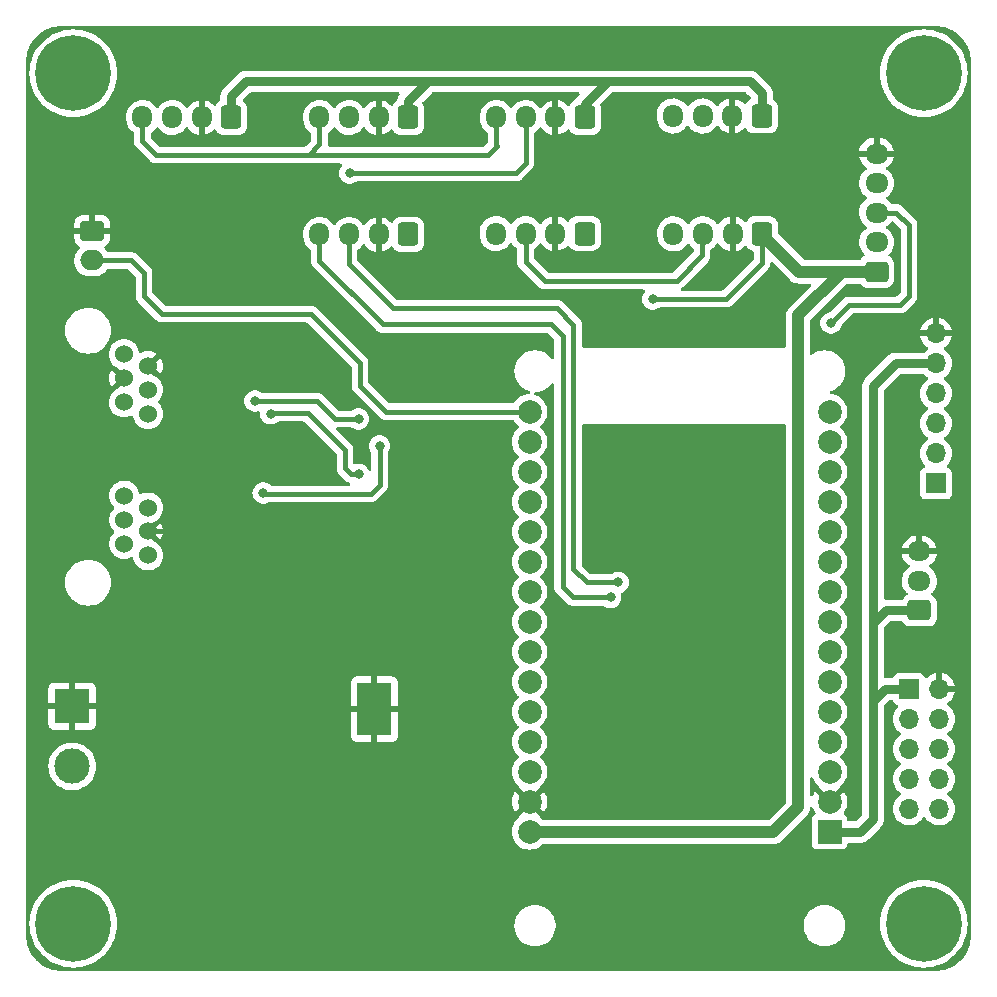
<source format=gbr>
%TF.GenerationSoftware,KiCad,Pcbnew,7.0.7*%
%TF.CreationDate,2023-11-15T18:09:05+01:00*%
%TF.ProjectId,ESP32_Weather_Servizio_Meteo_Sovramontino_v0.2,45535033-325f-4576-9561-746865725f53,rev?*%
%TF.SameCoordinates,Original*%
%TF.FileFunction,Copper,L2,Bot*%
%TF.FilePolarity,Positive*%
%FSLAX46Y46*%
G04 Gerber Fmt 4.6, Leading zero omitted, Abs format (unit mm)*
G04 Created by KiCad (PCBNEW 7.0.7) date 2023-11-15 18:09:05*
%MOMM*%
%LPD*%
G01*
G04 APERTURE LIST*
G04 Aperture macros list*
%AMRoundRect*
0 Rectangle with rounded corners*
0 $1 Rounding radius*
0 $2 $3 $4 $5 $6 $7 $8 $9 X,Y pos of 4 corners*
0 Add a 4 corners polygon primitive as box body*
4,1,4,$2,$3,$4,$5,$6,$7,$8,$9,$2,$3,0*
0 Add four circle primitives for the rounded corners*
1,1,$1+$1,$2,$3*
1,1,$1+$1,$4,$5*
1,1,$1+$1,$6,$7*
1,1,$1+$1,$8,$9*
0 Add four rect primitives between the rounded corners*
20,1,$1+$1,$2,$3,$4,$5,0*
20,1,$1+$1,$4,$5,$6,$7,0*
20,1,$1+$1,$6,$7,$8,$9,0*
20,1,$1+$1,$8,$9,$2,$3,0*%
G04 Aperture macros list end*
%TA.AperFunction,ComponentPad*%
%ADD10RoundRect,0.250000X0.600000X0.725000X-0.600000X0.725000X-0.600000X-0.725000X0.600000X-0.725000X0*%
%TD*%
%TA.AperFunction,ComponentPad*%
%ADD11O,1.700000X1.950000*%
%TD*%
%TA.AperFunction,ComponentPad*%
%ADD12C,1.524000*%
%TD*%
%TA.AperFunction,ComponentPad*%
%ADD13C,0.800000*%
%TD*%
%TA.AperFunction,ComponentPad*%
%ADD14C,6.400000*%
%TD*%
%TA.AperFunction,ComponentPad*%
%ADD15RoundRect,0.250000X-0.750000X0.600000X-0.750000X-0.600000X0.750000X-0.600000X0.750000X0.600000X0*%
%TD*%
%TA.AperFunction,ComponentPad*%
%ADD16O,2.000000X1.700000*%
%TD*%
%TA.AperFunction,ComponentPad*%
%ADD17C,0.600000*%
%TD*%
%TA.AperFunction,SMDPad,CuDef*%
%ADD18R,2.950000X4.500000*%
%TD*%
%TA.AperFunction,ComponentPad*%
%ADD19R,3.000000X3.000000*%
%TD*%
%TA.AperFunction,ComponentPad*%
%ADD20C,3.000000*%
%TD*%
%TA.AperFunction,ComponentPad*%
%ADD21R,2.000000X2.000000*%
%TD*%
%TA.AperFunction,ComponentPad*%
%ADD22C,2.000000*%
%TD*%
%TA.AperFunction,ComponentPad*%
%ADD23RoundRect,0.250000X0.725000X-0.600000X0.725000X0.600000X-0.725000X0.600000X-0.725000X-0.600000X0*%
%TD*%
%TA.AperFunction,ComponentPad*%
%ADD24O,1.950000X1.700000*%
%TD*%
%TA.AperFunction,ComponentPad*%
%ADD25R,1.700000X1.700000*%
%TD*%
%TA.AperFunction,ComponentPad*%
%ADD26O,1.700000X1.700000*%
%TD*%
%TA.AperFunction,ViaPad*%
%ADD27C,0.800000*%
%TD*%
%TA.AperFunction,Conductor*%
%ADD28C,0.400000*%
%TD*%
%TA.AperFunction,Conductor*%
%ADD29C,1.000000*%
%TD*%
%TA.AperFunction,Conductor*%
%ADD30C,0.800000*%
%TD*%
G04 APERTURE END LIST*
D10*
%TO.P,J14,1,Pin_1*%
%TO.N,+3.3V*%
X175056800Y-38404800D03*
D11*
%TO.P,J14,2,Pin_2*%
%TO.N,GND*%
X172556800Y-38404800D03*
%TO.P,J14,3,Pin_3*%
%TO.N,SCL*%
X170056800Y-38404800D03*
%TO.P,J14,4,Pin_4*%
%TO.N,SDA*%
X167556800Y-38404800D03*
%TD*%
D12*
%TO.P,U2,1,1*%
%TO.N,unconnected-(U2-Pad1)*%
X136061800Y-48613700D03*
%TO.P,U2,2,2*%
%TO.N,GND*%
X138091800Y-49633700D03*
%TO.P,U2,3,3*%
X136061800Y-50653700D03*
%TO.P,U2,4,4*%
%TO.N,Wind_Speed*%
X138091800Y-51633700D03*
%TO.P,U2,5,5*%
%TO.N,Wind_Dir*%
X136061800Y-52693700D03*
%TO.P,U2,6,6*%
%TO.N,unconnected-(U2-Pad6)*%
X138091800Y-53673700D03*
%TO.P,U2,7,7*%
%TO.N,unconnected-(U2-Pad7)*%
X138097800Y-65651700D03*
%TO.P,U2,8,8*%
%TO.N,unconnected-(U2-Pad8)*%
X136067800Y-64671700D03*
%TO.P,U2,9,9*%
%TO.N,GND*%
X138097800Y-63611700D03*
%TO.P,U2,10,10*%
%TO.N,Rain*%
X136067800Y-62631700D03*
%TO.P,U2,11,11*%
%TO.N,unconnected-(U2-Pad11)*%
X138097800Y-61611700D03*
%TO.P,U2,12,12*%
%TO.N,unconnected-(U2-Pad12)*%
X136067800Y-60591700D03*
%TD*%
D10*
%TO.P,J13,1,Pin_1*%
%TO.N,+5V*%
X190081000Y-38421800D03*
D11*
%TO.P,J13,2,Pin_2*%
%TO.N,GND*%
X187581000Y-38421800D03*
%TO.P,J13,3,Pin_3*%
%TO.N,SCL*%
X185081000Y-38421800D03*
%TO.P,J13,4,Pin_4*%
%TO.N,SDA*%
X182581000Y-38421800D03*
%TD*%
D10*
%TO.P,J11,1,Pin_1*%
%TO.N,+3.3V*%
X145126400Y-28570800D03*
D11*
%TO.P,J11,2,Pin_2*%
%TO.N,GND*%
X142626400Y-28570800D03*
%TO.P,J11,3,Pin_3*%
%TO.N,SCL*%
X140126400Y-28570800D03*
%TO.P,J11,4,Pin_4*%
%TO.N,SDA*%
X137626400Y-28570800D03*
%TD*%
D13*
%TO.P,H4,1*%
%TO.N,N/C*%
X131772000Y-99233000D03*
X133469056Y-95135944D03*
X133469056Y-98530056D03*
D14*
X131772000Y-96833000D03*
D13*
X131772000Y-94433000D03*
X129372000Y-96833000D03*
X130074944Y-95135944D03*
X130074944Y-98530056D03*
X134172000Y-96833000D03*
%TD*%
%TO.P,H1,1*%
%TO.N,N/C*%
X202074944Y-23135944D03*
D14*
X203772000Y-24833000D03*
D13*
X205469056Y-26530056D03*
X205469056Y-23135944D03*
X202074944Y-26530056D03*
X203772000Y-22433000D03*
X203772000Y-27233000D03*
X206172000Y-24833000D03*
X201372000Y-24833000D03*
%TD*%
D10*
%TO.P,J8,1,Pin_1*%
%TO.N,+3.3V*%
X175070666Y-28570800D03*
D11*
%TO.P,J8,2,Pin_2*%
%TO.N,GND*%
X172570666Y-28570800D03*
%TO.P,J8,3,Pin_3*%
%TO.N,SCL*%
X170070666Y-28570800D03*
%TO.P,J8,4,Pin_4*%
%TO.N,SDA*%
X167570666Y-28570800D03*
%TD*%
D15*
%TO.P,J2,1,Pin_1*%
%TO.N,GND*%
X133367000Y-38170800D03*
D16*
%TO.P,J2,2,Pin_2*%
%TO.N,Net-(J2-Pad2)*%
X133367000Y-40670800D03*
%TD*%
D17*
%TO.P,U3,9,GNDPAD*%
%TO.N,GND*%
X157856000Y-79262000D03*
X157856000Y-80462000D03*
X156656000Y-80462000D03*
X156656000Y-79262000D03*
X156656000Y-76862000D03*
X157856000Y-77962000D03*
X156656000Y-77962000D03*
D18*
X157256000Y-78662000D03*
D17*
X157856000Y-76862000D03*
%TD*%
D13*
%TO.P,H3,1*%
%TO.N,N/C*%
X202074944Y-95135944D03*
X201372000Y-96833000D03*
X206172000Y-96833000D03*
X203772000Y-94433000D03*
X203772000Y-99233000D03*
D14*
X203772000Y-96833000D03*
D13*
X205469056Y-98530056D03*
X205469056Y-95135944D03*
X202074944Y-98530056D03*
%TD*%
D19*
%TO.P,J1,1,Pin_1*%
%TO.N,GND*%
X131673600Y-78435200D03*
D20*
%TO.P,J1,2,Pin_2*%
%TO.N,Net-(J1-Pad2)*%
X131673600Y-83515200D03*
%TD*%
D21*
%TO.P,U1,1,3V3*%
%TO.N,+3.3V*%
X195796000Y-89043000D03*
D22*
%TO.P,U1,2,GND*%
%TO.N,GND*%
X195796000Y-86503000D03*
%TO.P,U1,3,D15*%
%TO.N,GPIO_Out_2*%
X195796000Y-83963000D03*
%TO.P,U1,4,D2*%
%TO.N,GPIO_Out_1*%
X195796000Y-81423000D03*
%TO.P,U1,5,D4*%
%TO.N,DS18B20*%
X195796000Y-78883000D03*
%TO.P,U1,6,RX2*%
%TO.N,RX2*%
X195796000Y-76343000D03*
%TO.P,U1,7,TX2*%
%TO.N,TX2*%
X195796000Y-73803000D03*
%TO.P,U1,8,D5*%
%TO.N,CS*%
X195796000Y-71263000D03*
%TO.P,U1,9,D18*%
%TO.N,SCK*%
X195796000Y-68723000D03*
%TO.P,U1,10,D19*%
%TO.N,MISO*%
X195796000Y-66183000D03*
%TO.P,U1,11,D21*%
%TO.N,SDA*%
X195796000Y-63643000D03*
%TO.P,U1,12,RX0*%
%TO.N,unconnected-(U1-Pad12)*%
X195796000Y-61103000D03*
%TO.P,U1,13,TX0*%
%TO.N,unconnected-(U1-Pad13)*%
X195796000Y-58563000D03*
%TO.P,U1,14,D22*%
%TO.N,SCL*%
X195796000Y-56023000D03*
%TO.P,U1,15,D23*%
%TO.N,MOSI*%
X195796000Y-53483000D03*
%TO.P,U1,16,EN*%
%TO.N,Net-(J2-Pad2)*%
X170396000Y-53483000D03*
%TO.P,U1,17,VP*%
%TO.N,unconnected-(U1-Pad17)*%
X170396000Y-56023000D03*
%TO.P,U1,18,VN*%
%TO.N,unconnected-(U1-Pad18)*%
X170396000Y-58563000D03*
%TO.P,U1,19,D34*%
%TO.N,unconnected-(U1-Pad19)*%
X170396000Y-61103000D03*
%TO.P,U1,20,D35*%
%TO.N,Wind_Dir*%
X170396000Y-63643000D03*
%TO.P,U1,21,D32*%
%TO.N,Rain*%
X170396000Y-66183000D03*
%TO.P,U1,22,D33*%
%TO.N,Wind_Speed*%
X170396000Y-68723000D03*
%TO.P,U1,23,D25*%
%TO.N,GPIO_Out_8*%
X170396000Y-71263000D03*
%TO.P,U1,24,D26*%
%TO.N,GPIO_Out_7*%
X170396000Y-73803000D03*
%TO.P,U1,25,D27*%
%TO.N,GPIO_Out_6*%
X170396000Y-76343000D03*
%TO.P,U1,26,D14*%
%TO.N,GPIO_Out_5*%
X170396000Y-78883000D03*
%TO.P,U1,27,D12*%
%TO.N,GPIO_Out_4*%
X170396000Y-81423000D03*
%TO.P,U1,28,D13*%
%TO.N,GPIO_Out_3*%
X170396000Y-83963000D03*
%TO.P,U1,29,GND*%
%TO.N,GND*%
X170396000Y-86503000D03*
%TO.P,U1,30,VIN*%
%TO.N,+5V*%
X170396000Y-89043000D03*
%TD*%
D23*
%TO.P,J12,1,Pin_1*%
%TO.N,+5V*%
X199775200Y-41626800D03*
D24*
%TO.P,J12,2,Pin_2*%
%TO.N,SDA*%
X199775200Y-39126800D03*
%TO.P,J12,3,Pin_3*%
%TO.N,SCL*%
X199775200Y-36626800D03*
%TO.P,J12,4,Pin_4*%
%TO.N,Net-(J12-Pad4)*%
X199775200Y-34126800D03*
%TO.P,J12,5,Pin_5*%
%TO.N,GND*%
X199775200Y-31626800D03*
%TD*%
D10*
%TO.P,J9,1,Pin_1*%
%TO.N,+3.3V*%
X190042800Y-28448000D03*
D11*
%TO.P,J9,2,Pin_2*%
%TO.N,GND*%
X187542800Y-28448000D03*
%TO.P,J9,3,Pin_3*%
%TO.N,SCL*%
X185042800Y-28448000D03*
%TO.P,J9,4,Pin_4*%
%TO.N,SDA*%
X182542800Y-28448000D03*
%TD*%
D25*
%TO.P,J3,1,Pin_1*%
%TO.N,+3.3V*%
X202527000Y-76957000D03*
D26*
%TO.P,J3,2,Pin_2*%
%TO.N,GND*%
X205067000Y-76957000D03*
%TO.P,J3,3,Pin_3*%
%TO.N,GPIO_Out_1*%
X202527000Y-79497000D03*
%TO.P,J3,4,Pin_4*%
%TO.N,GPIO_Out_3*%
X205067000Y-79497000D03*
%TO.P,J3,5,Pin_5*%
%TO.N,GPIO_Out_2*%
X202527000Y-82037000D03*
%TO.P,J3,6,Pin_6*%
%TO.N,GPIO_Out_4*%
X205067000Y-82037000D03*
%TO.P,J3,7,Pin_7*%
%TO.N,GPIO_Out_8*%
X202527000Y-84577000D03*
%TO.P,J3,8,Pin_8*%
%TO.N,GPIO_Out_5*%
X205067000Y-84577000D03*
%TO.P,J3,9,Pin_9*%
%TO.N,GPIO_Out_7*%
X202527000Y-87117000D03*
%TO.P,J3,10,Pin_10*%
%TO.N,GPIO_Out_6*%
X205067000Y-87117000D03*
%TD*%
D23*
%TO.P,J5,1,Pin_1*%
%TO.N,+3.3V*%
X203399000Y-70313000D03*
D24*
%TO.P,J5,2,Pin_2*%
%TO.N,DS18B20*%
X203399000Y-67813000D03*
%TO.P,J5,3,Pin_3*%
%TO.N,GND*%
X203399000Y-65313000D03*
%TD*%
D25*
%TO.P,J10,1,Pin_1*%
%TO.N,CS*%
X204813000Y-59558000D03*
D26*
%TO.P,J10,2,Pin_2*%
%TO.N,SCK*%
X204813000Y-57018000D03*
%TO.P,J10,3,Pin_3*%
%TO.N,MISO*%
X204813000Y-54478000D03*
%TO.P,J10,4,Pin_4*%
%TO.N,MOSI*%
X204813000Y-51938000D03*
%TO.P,J10,5,Pin_5*%
%TO.N,+3.3V*%
X204813000Y-49398000D03*
%TO.P,J10,6,Pin_6*%
%TO.N,GND*%
X204813000Y-46858000D03*
%TD*%
D10*
%TO.P,J7,1,Pin_1*%
%TO.N,+3.3V*%
X160109000Y-28570000D03*
D11*
%TO.P,J7,2,Pin_2*%
%TO.N,GND*%
X157609000Y-28570000D03*
%TO.P,J7,3,Pin_3*%
%TO.N,SCL*%
X155109000Y-28570000D03*
%TO.P,J7,4,Pin_4*%
%TO.N,SDA*%
X152609000Y-28570000D03*
%TD*%
D13*
%TO.P,H2,1*%
%TO.N,N/C*%
X131772000Y-27233000D03*
D14*
X131772000Y-24833000D03*
D13*
X134172000Y-24833000D03*
X130074944Y-23135944D03*
X133469056Y-23135944D03*
X130074944Y-26530056D03*
X133469056Y-26530056D03*
X131772000Y-22433000D03*
X129372000Y-24833000D03*
%TD*%
D10*
%TO.P,J4,1,Pin_1*%
%TO.N,+3.3V*%
X160109000Y-38476000D03*
D11*
%TO.P,J4,2,Pin_2*%
%TO.N,GND*%
X157609000Y-38476000D03*
%TO.P,J4,3,Pin_3*%
%TO.N,TX2*%
X155109000Y-38476000D03*
%TO.P,J4,4,Pin_4*%
%TO.N,RX2*%
X152609000Y-38476000D03*
%TD*%
D27*
%TO.N,GND*%
X162816054Y-80484980D03*
X141821000Y-54351000D03*
X141821000Y-59304000D03*
%TO.N,Wind_Speed*%
X155918000Y-58796000D03*
X148486000Y-53655000D03*
%TO.N,Rain*%
X157696000Y-56383000D03*
X147853500Y-60383500D03*
%TO.N,+5V*%
X180810000Y-43937000D03*
%TO.N,Wind_Dir*%
X155918000Y-54097000D03*
X147155000Y-52573000D03*
%TO.N,SCL*%
X155156000Y-33269000D03*
X195923000Y-45969000D03*
%TO.N,RX2*%
X177254000Y-69210000D03*
%TO.N,TX2*%
X177889000Y-67940000D03*
%TD*%
D28*
%TO.N,GND*%
X140561300Y-63611700D02*
X141821000Y-62352000D01*
X141821000Y-54351000D02*
X141821000Y-59304000D01*
X141821000Y-62352000D02*
X141821000Y-59304000D01*
X138097800Y-63611700D02*
X140561300Y-63611700D01*
%TO.N,Wind_Speed*%
X155918000Y-58796000D02*
X155283000Y-58796000D01*
X151600000Y-53589000D02*
X148552000Y-53589000D01*
X154775000Y-58288000D02*
X154775000Y-56764000D01*
X154775000Y-56764000D02*
X151600000Y-53589000D01*
X148552000Y-53589000D02*
X148486000Y-53655000D01*
X155283000Y-58796000D02*
X154775000Y-58288000D01*
%TO.N,Rain*%
X157696000Y-59685000D02*
X156934000Y-60447000D01*
X156934000Y-60447000D02*
X147917000Y-60447000D01*
X157696000Y-56383000D02*
X157696000Y-59685000D01*
X147917000Y-60447000D02*
X147853500Y-60383500D01*
D29*
%TO.N,+5V*%
X193129000Y-50987983D02*
X193125999Y-50984982D01*
X191045600Y-89073400D02*
X193129000Y-86990000D01*
D28*
X180810000Y-43937000D02*
X187033000Y-43937000D01*
D29*
X171396000Y-89073400D02*
X191045600Y-89073400D01*
X193129000Y-86990000D02*
X193129000Y-50987983D01*
X196836200Y-41626800D02*
X199775200Y-41626800D01*
X193125999Y-50984982D02*
X193125999Y-49121018D01*
D28*
X187033000Y-43937000D02*
X190081000Y-40889000D01*
D29*
X193129000Y-45334000D02*
X196836200Y-41626800D01*
D28*
X190081000Y-40889000D02*
X190081000Y-38421800D01*
D29*
X193206000Y-41626800D02*
X199775200Y-41626800D01*
X193129000Y-49118017D02*
X193129000Y-45334000D01*
X190001000Y-38421800D02*
X193206000Y-41626800D01*
X193125999Y-49121018D02*
X193129000Y-49118017D01*
D30*
%TO.N,+3.3V*%
X199479000Y-51303000D02*
X201384000Y-49398000D01*
X190081000Y-26538000D02*
X190081000Y-28409800D01*
X175070666Y-28570800D02*
X175070666Y-27451334D01*
X199479000Y-88006000D02*
X199479000Y-77973000D01*
X200535000Y-70313000D02*
X203399000Y-70313000D01*
X190081000Y-28409800D02*
X190042800Y-28448000D01*
X199479000Y-77973000D02*
X199479000Y-71369000D01*
X198411600Y-89073400D02*
X199479000Y-88006000D01*
X160871000Y-25522000D02*
X176111000Y-25522000D01*
X146393000Y-25522000D02*
X160871000Y-25522000D01*
X160098533Y-27183467D02*
X161760000Y-25522000D01*
X189065000Y-25522000D02*
X190081000Y-26538000D01*
X160098533Y-28621600D02*
X160098533Y-27183467D01*
X199479000Y-71369000D02*
X200535000Y-70313000D01*
X145126400Y-26788600D02*
X146393000Y-25522000D01*
X200495000Y-76957000D02*
X199479000Y-77973000D01*
X201384000Y-49398000D02*
X204813000Y-49398000D01*
X196796000Y-89073400D02*
X198411600Y-89073400D01*
X175070666Y-27451334D02*
X177000000Y-25522000D01*
X176111000Y-25522000D02*
X189065000Y-25522000D01*
X202527000Y-76957000D02*
X200495000Y-76957000D01*
X199479000Y-71369000D02*
X199479000Y-51303000D01*
X145126400Y-28570800D02*
X145126400Y-26788600D01*
D28*
%TO.N,Wind_Dir*%
X147155000Y-52573000D02*
X152362000Y-52573000D01*
X153886000Y-54097000D02*
X155918000Y-54097000D01*
X152362000Y-52573000D02*
X153886000Y-54097000D01*
%TO.N,Net-(J2-Pad2)*%
X151854000Y-45207000D02*
X139281000Y-45207000D01*
X170396000Y-53483000D02*
X158225000Y-53483000D01*
X137757000Y-41778000D02*
X136649800Y-40670800D01*
X137757000Y-43683000D02*
X137757000Y-41778000D01*
X139281000Y-45207000D02*
X137757000Y-43683000D01*
X156045000Y-49398000D02*
X151854000Y-45207000D01*
X158225000Y-53483000D02*
X156045000Y-51303000D01*
X136649800Y-40670800D02*
X133367000Y-40670800D01*
X156045000Y-51303000D02*
X156045000Y-49398000D01*
%TO.N,SCL*%
X155156000Y-33269000D02*
X169253000Y-33269000D01*
X169253000Y-33269000D02*
X170070666Y-32451334D01*
X201439800Y-36626800D02*
X199775200Y-36626800D01*
X170056800Y-38404800D02*
X170056800Y-40803800D01*
X202527000Y-43683000D02*
X202527000Y-37714000D01*
X201765000Y-44445000D02*
X202527000Y-43683000D01*
X170070666Y-32451334D02*
X170070666Y-28570800D01*
X182842000Y-42413000D02*
X171666000Y-42413000D01*
X185001000Y-40254000D02*
X182842000Y-42413000D01*
X185001000Y-38421800D02*
X185001000Y-40254000D01*
X197447000Y-44445000D02*
X201765000Y-44445000D01*
X170056800Y-40803800D02*
X171666000Y-42413000D01*
X202527000Y-37714000D02*
X201439800Y-36626800D01*
X195923000Y-45969000D02*
X197447000Y-44445000D01*
%TO.N,SDA*%
X151346000Y-31745000D02*
X138773000Y-31745000D01*
X167570666Y-30951666D02*
X167570666Y-28570800D01*
X138773000Y-31745000D02*
X137626400Y-30598400D01*
X151727000Y-31745000D02*
X151346000Y-31745000D01*
X151346000Y-31745000D02*
X166840000Y-31745000D01*
X152609000Y-30863000D02*
X151727000Y-31745000D01*
X167602000Y-30983000D02*
X167570666Y-30951666D01*
X166840000Y-31745000D02*
X167602000Y-30983000D01*
X152609000Y-28570000D02*
X152609000Y-30863000D01*
X137626400Y-30598400D02*
X137626400Y-28570800D01*
%TO.N,RX2*%
X173190000Y-68321000D02*
X174079000Y-69210000D01*
X172241844Y-46096000D02*
X173190000Y-47044156D01*
X174079000Y-69210000D02*
X177254000Y-69210000D01*
X152609000Y-40755000D02*
X157950000Y-46096000D01*
X157950000Y-46096000D02*
X172241844Y-46096000D01*
X173190000Y-47044156D02*
X173190000Y-68321000D01*
X152609000Y-38476000D02*
X152609000Y-40755000D01*
%TO.N,TX2*%
X158839000Y-44699000D02*
X172682000Y-44699000D01*
X155109000Y-40969000D02*
X158839000Y-44699000D01*
X175222000Y-67940000D02*
X177889000Y-67940000D01*
X174116000Y-46133000D02*
X174116000Y-66834000D01*
X155109000Y-38476000D02*
X155109000Y-40969000D01*
X174116000Y-66834000D02*
X175222000Y-67940000D01*
X172682000Y-44699000D02*
X174116000Y-46133000D01*
%TD*%
%TA.AperFunction,Conductor*%
%TO.N,GND*%
G36*
X172440572Y-51106502D02*
G01*
X172477317Y-51167250D01*
X172481500Y-51199447D01*
X172481500Y-68297685D01*
X172481385Y-68301490D01*
X172477598Y-68364092D01*
X172488902Y-68425782D01*
X172489475Y-68429544D01*
X172497033Y-68491794D01*
X172497034Y-68491798D01*
X172497034Y-68491800D01*
X172497035Y-68491801D01*
X172500591Y-68501179D01*
X172500650Y-68501333D01*
X172506770Y-68523286D01*
X172507606Y-68527847D01*
X172508612Y-68533332D01*
X172534353Y-68590528D01*
X172535809Y-68594043D01*
X172545223Y-68618864D01*
X172558046Y-68652675D01*
X172563840Y-68661069D01*
X172575035Y-68680919D01*
X172579223Y-68690222D01*
X172579225Y-68690226D01*
X172597669Y-68713768D01*
X172617899Y-68739590D01*
X172620154Y-68742655D01*
X172655783Y-68794271D01*
X172655784Y-68794272D01*
X172655785Y-68794273D01*
X172702750Y-68835880D01*
X172705494Y-68838464D01*
X173561533Y-69694503D01*
X173564119Y-69697249D01*
X173605727Y-69744215D01*
X173657348Y-69779846D01*
X173660395Y-69782088D01*
X173709774Y-69820775D01*
X173719070Y-69824958D01*
X173738935Y-69836163D01*
X173747320Y-69841951D01*
X173747322Y-69841952D01*
X173747325Y-69841954D01*
X173747329Y-69841955D01*
X173747332Y-69841957D01*
X173773459Y-69851865D01*
X173805968Y-69864194D01*
X173809473Y-69865646D01*
X173866671Y-69891389D01*
X173876704Y-69893227D01*
X173898668Y-69899351D01*
X173908196Y-69902964D01*
X173908199Y-69902965D01*
X173970470Y-69910525D01*
X173974193Y-69911092D01*
X174035908Y-69922402D01*
X174098519Y-69918614D01*
X174102319Y-69918500D01*
X176642595Y-69918500D01*
X176710716Y-69938502D01*
X176716655Y-69942563D01*
X176797248Y-70001118D01*
X176971712Y-70078794D01*
X177158513Y-70118500D01*
X177349487Y-70118500D01*
X177536288Y-70078794D01*
X177710752Y-70001118D01*
X177865253Y-69888866D01*
X177870216Y-69883354D01*
X177993034Y-69746951D01*
X177993035Y-69746949D01*
X177993040Y-69746944D01*
X178088527Y-69581556D01*
X178147542Y-69399928D01*
X178167504Y-69210000D01*
X178147542Y-69020072D01*
X178125627Y-68952627D01*
X178123600Y-68881664D01*
X178160262Y-68820866D01*
X178194213Y-68798587D01*
X178197050Y-68797324D01*
X178345752Y-68731118D01*
X178500253Y-68618866D01*
X178614663Y-68491801D01*
X178628034Y-68476951D01*
X178628035Y-68476949D01*
X178628040Y-68476944D01*
X178723527Y-68311556D01*
X178782542Y-68129928D01*
X178802504Y-67940000D01*
X178782542Y-67750072D01*
X178723527Y-67568444D01*
X178628040Y-67403056D01*
X178628038Y-67403054D01*
X178628034Y-67403048D01*
X178500255Y-67261135D01*
X178345752Y-67148882D01*
X178171288Y-67071206D01*
X177984487Y-67031500D01*
X177793513Y-67031500D01*
X177606711Y-67071206D01*
X177432247Y-67148882D01*
X177351656Y-67207436D01*
X177284788Y-67231294D01*
X177277595Y-67231500D01*
X175567661Y-67231500D01*
X175499540Y-67211498D01*
X175478565Y-67194595D01*
X174861404Y-66577433D01*
X174827379Y-66515121D01*
X174824500Y-66488338D01*
X174824500Y-54669000D01*
X174844502Y-54600879D01*
X174898158Y-54554386D01*
X174950500Y-54543000D01*
X191994500Y-54543000D01*
X192062621Y-54563002D01*
X192109114Y-54616658D01*
X192120500Y-54669000D01*
X192120500Y-86520075D01*
X192100498Y-86588196D01*
X192083595Y-86609170D01*
X190664771Y-88027995D01*
X190602459Y-88062020D01*
X190575676Y-88064900D01*
X171602520Y-88064900D01*
X171534399Y-88044898D01*
X171506709Y-88020731D01*
X171484192Y-87994367D01*
X171465969Y-87973031D01*
X171465967Y-87973029D01*
X171465966Y-87973028D01*
X171313637Y-87842927D01*
X171274827Y-87783477D01*
X171270749Y-87736959D01*
X170660738Y-87126949D01*
X170626713Y-87064636D01*
X170631777Y-86993821D01*
X170669121Y-86943934D01*
X170667751Y-86942353D01*
X170725131Y-86892632D01*
X170785395Y-86840413D01*
X170821060Y-86784916D01*
X170874716Y-86738424D01*
X170944989Y-86728320D01*
X171009570Y-86757813D01*
X171016154Y-86763943D01*
X171629102Y-87376892D01*
X171629102Y-87376891D01*
X171743791Y-87189738D01*
X171834628Y-86970437D01*
X171890039Y-86739632D01*
X171908662Y-86502999D01*
X171890039Y-86266367D01*
X171834628Y-86035562D01*
X171743791Y-85816261D01*
X171629102Y-85629107D01*
X171629100Y-85629107D01*
X171016152Y-86242056D01*
X170953840Y-86276082D01*
X170883025Y-86271017D01*
X170826189Y-86228470D01*
X170821059Y-86221081D01*
X170785396Y-86165588D01*
X170785395Y-86165587D01*
X170667751Y-86063647D01*
X170670183Y-86060839D01*
X170635218Y-86020486D01*
X170625116Y-85950212D01*
X170654610Y-85885631D01*
X170660738Y-85879050D01*
X171271206Y-85268582D01*
X171282196Y-85203695D01*
X171313632Y-85163076D01*
X171465969Y-85032969D01*
X171620176Y-84852416D01*
X171744240Y-84649963D01*
X171835105Y-84430594D01*
X171890535Y-84199711D01*
X171909165Y-83963000D01*
X171890535Y-83726289D01*
X171835105Y-83495406D01*
X171744240Y-83276037D01*
X171620176Y-83073584D01*
X171591414Y-83039908D01*
X171465969Y-82893030D01*
X171343943Y-82788811D01*
X171305134Y-82729361D01*
X171304626Y-82658366D01*
X171342582Y-82598367D01*
X171343943Y-82597189D01*
X171465969Y-82492969D01*
X171620173Y-82312419D01*
X171620176Y-82312416D01*
X171744240Y-82109963D01*
X171835105Y-81890594D01*
X171890535Y-81659711D01*
X171909165Y-81423000D01*
X171890535Y-81186289D01*
X171835105Y-80955406D01*
X171744240Y-80736037D01*
X171620176Y-80533584D01*
X171591414Y-80499908D01*
X171465969Y-80353030D01*
X171343943Y-80248811D01*
X171305134Y-80189361D01*
X171304626Y-80118366D01*
X171342582Y-80058367D01*
X171343943Y-80057189D01*
X171465969Y-79952969D01*
X171620173Y-79772419D01*
X171620176Y-79772416D01*
X171744240Y-79569963D01*
X171835105Y-79350594D01*
X171890535Y-79119711D01*
X171909165Y-78883000D01*
X171890535Y-78646289D01*
X171835105Y-78415406D01*
X171744240Y-78196037D01*
X171620176Y-77993584D01*
X171607097Y-77978270D01*
X171465969Y-77813030D01*
X171343943Y-77708811D01*
X171305134Y-77649361D01*
X171304626Y-77578366D01*
X171342582Y-77518367D01*
X171343943Y-77517189D01*
X171465969Y-77412969D01*
X171620173Y-77232419D01*
X171620176Y-77232416D01*
X171744240Y-77029963D01*
X171835105Y-76810594D01*
X171890535Y-76579711D01*
X171909165Y-76343000D01*
X171890535Y-76106289D01*
X171835105Y-75875406D01*
X171744240Y-75656037D01*
X171620176Y-75453584D01*
X171620173Y-75453580D01*
X171465969Y-75273030D01*
X171343943Y-75168811D01*
X171305134Y-75109361D01*
X171304626Y-75038366D01*
X171342582Y-74978367D01*
X171343943Y-74977189D01*
X171465969Y-74872969D01*
X171620173Y-74692419D01*
X171620176Y-74692416D01*
X171744240Y-74489963D01*
X171835105Y-74270594D01*
X171890535Y-74039711D01*
X171909165Y-73803000D01*
X171890535Y-73566289D01*
X171835105Y-73335406D01*
X171744240Y-73116037D01*
X171620176Y-72913584D01*
X171620173Y-72913580D01*
X171465969Y-72733030D01*
X171343943Y-72628811D01*
X171305134Y-72569361D01*
X171304626Y-72498366D01*
X171342582Y-72438367D01*
X171343943Y-72437189D01*
X171465969Y-72332969D01*
X171620173Y-72152419D01*
X171620176Y-72152416D01*
X171744240Y-71949963D01*
X171835105Y-71730594D01*
X171890535Y-71499711D01*
X171909165Y-71263000D01*
X171890535Y-71026289D01*
X171835105Y-70795406D01*
X171744240Y-70576037D01*
X171620176Y-70373584D01*
X171620173Y-70373580D01*
X171465969Y-70193030D01*
X171343943Y-70088811D01*
X171305134Y-70029361D01*
X171304626Y-69958366D01*
X171342582Y-69898367D01*
X171343943Y-69897189D01*
X171353691Y-69888864D01*
X171465969Y-69792969D01*
X171620176Y-69612416D01*
X171744240Y-69409963D01*
X171835105Y-69190594D01*
X171890535Y-68959711D01*
X171909165Y-68723000D01*
X171890535Y-68486289D01*
X171835105Y-68255406D01*
X171744240Y-68036037D01*
X171620176Y-67833584D01*
X171620160Y-67833565D01*
X171465969Y-67653030D01*
X171343943Y-67548811D01*
X171305134Y-67489361D01*
X171304626Y-67418366D01*
X171342582Y-67358367D01*
X171343943Y-67357189D01*
X171405467Y-67304643D01*
X171465969Y-67252969D01*
X171620176Y-67072416D01*
X171744240Y-66869963D01*
X171835105Y-66650594D01*
X171890535Y-66419711D01*
X171909165Y-66183000D01*
X171890535Y-65946289D01*
X171835105Y-65715406D01*
X171744240Y-65496037D01*
X171620176Y-65293584D01*
X171620173Y-65293580D01*
X171465969Y-65113030D01*
X171343943Y-65008811D01*
X171305134Y-64949361D01*
X171304626Y-64878366D01*
X171342582Y-64818367D01*
X171343943Y-64817189D01*
X171343946Y-64817187D01*
X171465969Y-64712969D01*
X171620176Y-64532416D01*
X171744240Y-64329963D01*
X171835105Y-64110594D01*
X171890535Y-63879711D01*
X171909165Y-63643000D01*
X171890535Y-63406289D01*
X171835105Y-63175406D01*
X171744240Y-62956037D01*
X171620176Y-62753584D01*
X171479329Y-62588674D01*
X171465971Y-62573033D01*
X171465967Y-62573030D01*
X171343941Y-62468809D01*
X171305133Y-62409359D01*
X171304627Y-62338365D01*
X171342583Y-62278366D01*
X171343774Y-62277333D01*
X171465969Y-62172969D01*
X171620176Y-61992416D01*
X171744240Y-61789963D01*
X171835105Y-61570594D01*
X171890535Y-61339711D01*
X171909165Y-61103000D01*
X171890535Y-60866289D01*
X171835105Y-60635406D01*
X171744240Y-60416037D01*
X171620176Y-60213584D01*
X171608465Y-60199872D01*
X171465969Y-60033030D01*
X171343943Y-59928811D01*
X171305134Y-59869361D01*
X171304626Y-59798366D01*
X171342582Y-59738367D01*
X171343943Y-59737189D01*
X171354596Y-59728091D01*
X171465969Y-59632969D01*
X171620176Y-59452416D01*
X171744240Y-59249963D01*
X171835105Y-59030594D01*
X171890535Y-58799711D01*
X171909165Y-58563000D01*
X171890535Y-58326289D01*
X171835105Y-58095406D01*
X171744240Y-57876037D01*
X171620176Y-57673584D01*
X171614376Y-57666793D01*
X171465969Y-57493030D01*
X171343943Y-57388811D01*
X171305134Y-57329361D01*
X171304626Y-57258366D01*
X171342582Y-57198367D01*
X171343943Y-57197189D01*
X171343946Y-57197187D01*
X171465969Y-57092969D01*
X171620176Y-56912416D01*
X171744240Y-56709963D01*
X171835105Y-56490594D01*
X171890535Y-56259711D01*
X171909165Y-56023000D01*
X171890535Y-55786289D01*
X171835105Y-55555406D01*
X171744240Y-55336037D01*
X171620176Y-55133584D01*
X171614374Y-55126791D01*
X171465971Y-54953033D01*
X171465967Y-54953030D01*
X171343941Y-54848809D01*
X171305133Y-54789359D01*
X171304627Y-54718365D01*
X171342583Y-54658366D01*
X171343774Y-54657333D01*
X171465969Y-54552969D01*
X171620176Y-54372416D01*
X171744240Y-54169963D01*
X171835105Y-53950594D01*
X171890535Y-53719711D01*
X171909165Y-53483000D01*
X171890535Y-53246289D01*
X171835105Y-53015406D01*
X171744240Y-52796037D01*
X171620176Y-52593584D01*
X171614376Y-52586793D01*
X171465969Y-52413030D01*
X171285419Y-52258826D01*
X171285417Y-52258825D01*
X171285416Y-52258824D01*
X171082963Y-52134760D01*
X170868453Y-52045907D01*
X170813174Y-52001361D01*
X170790753Y-51933998D01*
X170808311Y-51865206D01*
X170860273Y-51816828D01*
X170916673Y-51803500D01*
X170931497Y-51803500D01*
X170972516Y-51800425D01*
X171127630Y-51788802D01*
X171383416Y-51730420D01*
X171627643Y-51634568D01*
X171627645Y-51634566D01*
X171627647Y-51634566D01*
X171826297Y-51519875D01*
X171854857Y-51503386D01*
X172059981Y-51339805D01*
X172238433Y-51147479D01*
X172251393Y-51128469D01*
X172306294Y-51083452D01*
X172376817Y-51075263D01*
X172440572Y-51106502D01*
G37*
%TD.AperFunction*%
%TA.AperFunction,Conductor*%
G36*
X194346012Y-84439147D02*
G01*
X194379906Y-84486150D01*
X194447760Y-84649963D01*
X194530941Y-84785702D01*
X194571825Y-84852417D01*
X194571826Y-84852419D01*
X194726030Y-85032969D01*
X194878361Y-85163071D01*
X194917170Y-85222521D01*
X194921249Y-85269039D01*
X195531261Y-85879050D01*
X195565286Y-85941363D01*
X195560222Y-86012178D01*
X195522877Y-86062064D01*
X195524249Y-86063647D01*
X195406605Y-86165586D01*
X195370938Y-86221084D01*
X195317281Y-86267576D01*
X195247007Y-86277678D01*
X195182427Y-86248184D01*
X195175845Y-86242056D01*
X194562897Y-85629107D01*
X194562896Y-85629107D01*
X194448208Y-85816263D01*
X194379909Y-85981152D01*
X194335361Y-86036433D01*
X194267997Y-86058854D01*
X194199206Y-86041296D01*
X194150828Y-85989334D01*
X194137500Y-85932934D01*
X194137500Y-84534371D01*
X194157502Y-84466250D01*
X194211158Y-84419757D01*
X194281432Y-84409653D01*
X194346012Y-84439147D01*
G37*
%TD.AperFunction*%
%TA.AperFunction,Conductor*%
G36*
X187547022Y-38896799D02*
G01*
X187547023Y-38896800D01*
X187547025Y-38896800D01*
X187614977Y-38896800D01*
X187614977Y-38896799D01*
X187691068Y-38885859D01*
X187761341Y-38895962D01*
X187814997Y-38942454D01*
X187835000Y-39010574D01*
X187835000Y-39881236D01*
X187980093Y-39849967D01*
X188194587Y-39763777D01*
X188391435Y-39642572D01*
X188564960Y-39489849D01*
X188587183Y-39462326D01*
X188645539Y-39421890D01*
X188716492Y-39419422D01*
X188777517Y-39455706D01*
X188792457Y-39475330D01*
X188822316Y-39523738D01*
X188881970Y-39620452D01*
X188881975Y-39620458D01*
X189007341Y-39745824D01*
X189007347Y-39745829D01*
X189007348Y-39745830D01*
X189158262Y-39838915D01*
X189286135Y-39881287D01*
X189344504Y-39921699D01*
X189371760Y-39987255D01*
X189372500Y-40000890D01*
X189372500Y-40543339D01*
X189352498Y-40611460D01*
X189335595Y-40632434D01*
X186776435Y-43191595D01*
X186714123Y-43225620D01*
X186687340Y-43228500D01*
X183315047Y-43228500D01*
X183246926Y-43208498D01*
X183200433Y-43154842D01*
X183190329Y-43084568D01*
X183219823Y-43019988D01*
X183237335Y-43003319D01*
X183260630Y-42985067D01*
X183263621Y-42982867D01*
X183315273Y-42947215D01*
X183356896Y-42900231D01*
X183359449Y-42897519D01*
X185485519Y-40771449D01*
X185488231Y-40768896D01*
X185535215Y-40727273D01*
X185570867Y-40675621D01*
X185573063Y-40672636D01*
X185611775Y-40623226D01*
X185615961Y-40613922D01*
X185627161Y-40594066D01*
X185632954Y-40585675D01*
X185655202Y-40527009D01*
X185656634Y-40523552D01*
X185682389Y-40466329D01*
X185684226Y-40456303D01*
X185690351Y-40434330D01*
X185693965Y-40424801D01*
X185701526Y-40362525D01*
X185702091Y-40358812D01*
X185713402Y-40297093D01*
X185709614Y-40234488D01*
X185709500Y-40230685D01*
X185709500Y-39825570D01*
X185729502Y-39757449D01*
X185769438Y-39718277D01*
X185891727Y-39642981D01*
X185891727Y-39642980D01*
X185891730Y-39642979D01*
X186065324Y-39490198D01*
X186210600Y-39310276D01*
X186222721Y-39288577D01*
X186273400Y-39238865D01*
X186342916Y-39224441D01*
X186409194Y-39249890D01*
X186437111Y-39279471D01*
X186520606Y-39403005D01*
X186520612Y-39403013D01*
X186680556Y-39569896D01*
X186680564Y-39569902D01*
X186866413Y-39707356D01*
X187072834Y-39811430D01*
X187072833Y-39811430D01*
X187293864Y-39879120D01*
X187327000Y-39883362D01*
X187327000Y-39010576D01*
X187347002Y-38942455D01*
X187400658Y-38895962D01*
X187470927Y-38885858D01*
X187547022Y-38896799D01*
G37*
%TD.AperFunction*%
%TA.AperFunction,Conductor*%
G36*
X159339121Y-26450502D02*
G01*
X159385614Y-26504158D01*
X159395718Y-26574432D01*
X159366224Y-26639012D01*
X159364638Y-26640809D01*
X159359492Y-26646523D01*
X159359489Y-26646527D01*
X159352451Y-26658716D01*
X159341267Y-26674989D01*
X159332406Y-26685932D01*
X159332404Y-26685936D01*
X159300599Y-26748357D01*
X159299025Y-26751255D01*
X159264004Y-26811913D01*
X159259652Y-26825307D01*
X159252092Y-26843557D01*
X159245706Y-26856090D01*
X159245704Y-26856095D01*
X159245704Y-26856097D01*
X159244033Y-26862333D01*
X159227578Y-26923736D01*
X159226642Y-26926896D01*
X159204991Y-26993537D01*
X159203518Y-27007546D01*
X159199918Y-27026970D01*
X159196466Y-27039856D01*
X159196275Y-27040569D01*
X159193983Y-27084289D01*
X159170442Y-27151269D01*
X159134304Y-27184932D01*
X159035350Y-27245968D01*
X159035341Y-27245975D01*
X158909975Y-27371341D01*
X158909966Y-27371353D01*
X158819669Y-27517746D01*
X158766883Y-27565224D01*
X158696808Y-27576627D01*
X158631693Y-27548334D01*
X158621463Y-27538783D01*
X158509443Y-27421903D01*
X158509435Y-27421897D01*
X158323586Y-27284443D01*
X158117165Y-27180369D01*
X157896137Y-27112680D01*
X157863000Y-27108435D01*
X157863000Y-27981223D01*
X157842998Y-28049344D01*
X157789342Y-28095837D01*
X157719069Y-28105940D01*
X157719068Y-28105940D01*
X157642981Y-28095000D01*
X157642975Y-28095000D01*
X157575025Y-28095000D01*
X157575018Y-28095000D01*
X157498932Y-28105940D01*
X157428658Y-28095837D01*
X157375002Y-28049344D01*
X157355000Y-27981223D01*
X157355000Y-27110561D01*
X157209906Y-27141831D01*
X156995412Y-27228022D01*
X156798564Y-27349227D01*
X156625038Y-27501951D01*
X156625035Y-27501954D01*
X156479817Y-27681802D01*
X156479814Y-27681807D01*
X156467863Y-27703200D01*
X156417177Y-27752913D01*
X156347660Y-27767332D01*
X156281383Y-27741878D01*
X156253474Y-27712302D01*
X156247006Y-27702733D01*
X156169783Y-27588477D01*
X156009772Y-27421524D01*
X156009771Y-27421523D01*
X156009769Y-27421521D01*
X155823845Y-27284013D01*
X155627327Y-27184932D01*
X155617357Y-27179905D01*
X155617354Y-27179904D01*
X155617352Y-27179903D01*
X155495874Y-27142701D01*
X155396243Y-27112189D01*
X155166865Y-27082816D01*
X155166861Y-27082816D01*
X155166853Y-27082815D01*
X154935821Y-27092630D01*
X154709759Y-27141351D01*
X154495184Y-27227575D01*
X154495180Y-27227577D01*
X154298272Y-27348819D01*
X154298268Y-27348822D01*
X154124676Y-27501601D01*
X153979401Y-27681522D01*
X153967552Y-27702733D01*
X153916867Y-27752448D01*
X153847350Y-27766868D01*
X153781073Y-27741416D01*
X153753161Y-27711839D01*
X153747322Y-27703200D01*
X153669783Y-27588477D01*
X153509772Y-27421524D01*
X153509771Y-27421523D01*
X153509769Y-27421521D01*
X153323845Y-27284013D01*
X153127327Y-27184932D01*
X153117357Y-27179905D01*
X153117354Y-27179904D01*
X153117352Y-27179903D01*
X152995874Y-27142701D01*
X152896243Y-27112189D01*
X152666865Y-27082816D01*
X152666861Y-27082816D01*
X152666853Y-27082815D01*
X152435821Y-27092630D01*
X152209759Y-27141351D01*
X151995184Y-27227575D01*
X151995180Y-27227577D01*
X151798272Y-27348819D01*
X151798268Y-27348822D01*
X151624676Y-27501601D01*
X151486722Y-27672456D01*
X151479400Y-27681524D01*
X151416313Y-27794455D01*
X151366619Y-27883410D01*
X151289582Y-28101442D01*
X151289582Y-28101443D01*
X151289581Y-28101450D01*
X151250500Y-28329375D01*
X151250500Y-28329377D01*
X151250500Y-28329378D01*
X151250500Y-28752713D01*
X151265198Y-28925417D01*
X151265199Y-28925421D01*
X151319664Y-29134591D01*
X151323470Y-29149207D01*
X151372372Y-29257391D01*
X151412581Y-29346345D01*
X151418722Y-29359929D01*
X151548217Y-29551523D01*
X151708228Y-29718476D01*
X151849425Y-29822904D01*
X151892299Y-29879492D01*
X151900500Y-29924207D01*
X151900500Y-30517338D01*
X151880498Y-30585459D01*
X151863596Y-30606433D01*
X151470435Y-30999595D01*
X151408122Y-31033620D01*
X151381339Y-31036500D01*
X139118661Y-31036500D01*
X139050540Y-31016498D01*
X139029565Y-30999595D01*
X138371804Y-30341833D01*
X138337779Y-30279521D01*
X138334900Y-30252738D01*
X138334900Y-29925312D01*
X138354902Y-29857191D01*
X138394838Y-29818019D01*
X138396137Y-29817219D01*
X138437130Y-29791979D01*
X138610724Y-29639198D01*
X138756000Y-29459276D01*
X138767848Y-29438066D01*
X138818527Y-29388354D01*
X138888043Y-29373930D01*
X138954322Y-29399380D01*
X138982238Y-29428960D01*
X138988396Y-29438071D01*
X139065617Y-29552323D01*
X139177224Y-29668772D01*
X139225630Y-29719278D01*
X139411554Y-29856786D01*
X139458176Y-29880292D01*
X139618043Y-29960895D01*
X139839157Y-30028611D01*
X140068535Y-30057984D01*
X140299578Y-30048169D01*
X140525638Y-29999449D01*
X140740213Y-29913226D01*
X140937130Y-29791979D01*
X141110724Y-29639198D01*
X141256000Y-29459276D01*
X141268121Y-29437577D01*
X141318800Y-29387865D01*
X141388316Y-29373441D01*
X141454594Y-29398890D01*
X141482511Y-29428471D01*
X141566006Y-29552005D01*
X141566012Y-29552013D01*
X141725956Y-29718896D01*
X141725964Y-29718902D01*
X141911813Y-29856356D01*
X142118234Y-29960430D01*
X142118233Y-29960430D01*
X142339264Y-30028120D01*
X142372400Y-30032362D01*
X142372400Y-29159576D01*
X142392402Y-29091455D01*
X142446058Y-29044962D01*
X142516327Y-29034858D01*
X142592422Y-29045799D01*
X142592423Y-29045800D01*
X142592425Y-29045800D01*
X142660377Y-29045800D01*
X142660377Y-29045799D01*
X142736468Y-29034859D01*
X142806741Y-29044962D01*
X142860397Y-29091454D01*
X142880400Y-29159574D01*
X142880400Y-30030236D01*
X143025493Y-29998967D01*
X143239987Y-29912777D01*
X143436835Y-29791572D01*
X143610360Y-29638849D01*
X143632583Y-29611326D01*
X143690939Y-29570890D01*
X143761892Y-29568422D01*
X143822917Y-29604706D01*
X143837857Y-29624330D01*
X143895693Y-29718096D01*
X143927370Y-29769452D01*
X143927375Y-29769458D01*
X144052741Y-29894824D01*
X144052747Y-29894829D01*
X144052748Y-29894830D01*
X144203662Y-29987915D01*
X144371974Y-30043687D01*
X144475855Y-30054300D01*
X145776944Y-30054299D01*
X145880826Y-30043687D01*
X146049138Y-29987915D01*
X146200052Y-29894830D01*
X146325430Y-29769452D01*
X146418515Y-29618538D01*
X146474287Y-29450226D01*
X146484900Y-29346345D01*
X146484899Y-27795256D01*
X146482046Y-27767332D01*
X146474287Y-27691374D01*
X146471288Y-27682324D01*
X146418515Y-27523062D01*
X146325430Y-27372148D01*
X146325429Y-27372147D01*
X146325424Y-27372141D01*
X146200058Y-27246775D01*
X146200049Y-27246768D01*
X146182904Y-27236193D01*
X146135425Y-27183408D01*
X146124022Y-27113333D01*
X146152314Y-27048217D01*
X146159942Y-27039869D01*
X146732408Y-26467404D01*
X146794721Y-26433379D01*
X146821504Y-26430500D01*
X159271000Y-26430500D01*
X159339121Y-26450502D01*
G37*
%TD.AperFunction*%
%TA.AperFunction,Conductor*%
G36*
X174570616Y-26450502D02*
G01*
X174617109Y-26504158D01*
X174627213Y-26574432D01*
X174597719Y-26639012D01*
X174591590Y-26645596D01*
X174485825Y-26751360D01*
X174470798Y-26764195D01*
X174459412Y-26772468D01*
X174412555Y-26824507D01*
X174410288Y-26826897D01*
X174394597Y-26842589D01*
X174394592Y-26842594D01*
X174380632Y-26859831D01*
X174378495Y-26862333D01*
X174331629Y-26914385D01*
X174331622Y-26914394D01*
X174324584Y-26926583D01*
X174313400Y-26942856D01*
X174304539Y-26953799D01*
X174304537Y-26953803D01*
X174272732Y-27016224D01*
X174271158Y-27019122D01*
X174236135Y-27079785D01*
X174235438Y-27081351D01*
X174234794Y-27082108D01*
X174232839Y-27085495D01*
X174232219Y-27085137D01*
X174189453Y-27135442D01*
X174159972Y-27149694D01*
X174147929Y-27153684D01*
X173997013Y-27246770D01*
X173997007Y-27246775D01*
X173871641Y-27372141D01*
X173871632Y-27372153D01*
X173781335Y-27518546D01*
X173728549Y-27566024D01*
X173658474Y-27577427D01*
X173593359Y-27549134D01*
X173583129Y-27539583D01*
X173471109Y-27422703D01*
X173471101Y-27422697D01*
X173285252Y-27285243D01*
X173078831Y-27181169D01*
X172857803Y-27113480D01*
X172824666Y-27109235D01*
X172824666Y-27982023D01*
X172804664Y-28050144D01*
X172751008Y-28096637D01*
X172680735Y-28106740D01*
X172680734Y-28106740D01*
X172604647Y-28095800D01*
X172604641Y-28095800D01*
X172536691Y-28095800D01*
X172536684Y-28095800D01*
X172460598Y-28106740D01*
X172390324Y-28096637D01*
X172336668Y-28050144D01*
X172316666Y-27982023D01*
X172316666Y-27111361D01*
X172171572Y-27142631D01*
X171957078Y-27228822D01*
X171760230Y-27350027D01*
X171586704Y-27502751D01*
X171586701Y-27502754D01*
X171441483Y-27682602D01*
X171441480Y-27682607D01*
X171429529Y-27704000D01*
X171378843Y-27753713D01*
X171309326Y-27768132D01*
X171243049Y-27742678D01*
X171215140Y-27713102D01*
X171208672Y-27703533D01*
X171131449Y-27589277D01*
X170971438Y-27422324D01*
X170971437Y-27422323D01*
X170971435Y-27422321D01*
X170785511Y-27284813D01*
X170650136Y-27216559D01*
X170579023Y-27180705D01*
X170579020Y-27180704D01*
X170579018Y-27180703D01*
X170452087Y-27141831D01*
X170357909Y-27112989D01*
X170128531Y-27083616D01*
X170128527Y-27083616D01*
X170128519Y-27083615D01*
X169897487Y-27093430D01*
X169671425Y-27142151D01*
X169456850Y-27228375D01*
X169456846Y-27228377D01*
X169259938Y-27349619D01*
X169259934Y-27349622D01*
X169086342Y-27502401D01*
X168941067Y-27682322D01*
X168929218Y-27703533D01*
X168878533Y-27753248D01*
X168809016Y-27767668D01*
X168742739Y-27742216D01*
X168714827Y-27712639D01*
X168708988Y-27704000D01*
X168631449Y-27589277D01*
X168471438Y-27422324D01*
X168471437Y-27422323D01*
X168471435Y-27422321D01*
X168285511Y-27284813D01*
X168150136Y-27216559D01*
X168079023Y-27180705D01*
X168079020Y-27180704D01*
X168079018Y-27180703D01*
X167952087Y-27141831D01*
X167857909Y-27112989D01*
X167628531Y-27083616D01*
X167628527Y-27083616D01*
X167628519Y-27083615D01*
X167397487Y-27093430D01*
X167171425Y-27142151D01*
X166956850Y-27228375D01*
X166956846Y-27228377D01*
X166759938Y-27349619D01*
X166759934Y-27349622D01*
X166586342Y-27502401D01*
X166441712Y-27681524D01*
X166441066Y-27682324D01*
X166378426Y-27794455D01*
X166328285Y-27884210D01*
X166251248Y-28102242D01*
X166251248Y-28102243D01*
X166249857Y-28110354D01*
X166212166Y-28330175D01*
X166212166Y-28330177D01*
X166212166Y-28330178D01*
X166212166Y-28753513D01*
X166226864Y-28926217D01*
X166226865Y-28926221D01*
X166285134Y-29150001D01*
X166285136Y-29150007D01*
X166352968Y-29300068D01*
X166380023Y-29359923D01*
X166380388Y-29360729D01*
X166509883Y-29552323D01*
X166669894Y-29719276D01*
X166768197Y-29791980D01*
X166811089Y-29823703D01*
X166853964Y-29880292D01*
X166862165Y-29925007D01*
X166862165Y-30668673D01*
X166842163Y-30736794D01*
X166825261Y-30757768D01*
X166583435Y-30999595D01*
X166521122Y-31033620D01*
X166494339Y-31036500D01*
X153447365Y-31036500D01*
X153379244Y-31016498D01*
X153332751Y-30962842D01*
X153323583Y-30913596D01*
X153321861Y-30913701D01*
X153319092Y-30867928D01*
X153317614Y-30843498D01*
X153317500Y-30839696D01*
X153317500Y-29924512D01*
X153337502Y-29856391D01*
X153377438Y-29817219D01*
X153419730Y-29791179D01*
X153593324Y-29638398D01*
X153738600Y-29458476D01*
X153750448Y-29437266D01*
X153801127Y-29387554D01*
X153870643Y-29373130D01*
X153936922Y-29398580D01*
X153964838Y-29428160D01*
X153970996Y-29437271D01*
X154048217Y-29551523D01*
X154160591Y-29668772D01*
X154208230Y-29718478D01*
X154394154Y-29855986D01*
X154440776Y-29879492D01*
X154600643Y-29960095D01*
X154821757Y-30027811D01*
X155051135Y-30057184D01*
X155282178Y-30047369D01*
X155508238Y-29998649D01*
X155722813Y-29912426D01*
X155919730Y-29791179D01*
X156093324Y-29638398D01*
X156238600Y-29458476D01*
X156250721Y-29436777D01*
X156301400Y-29387065D01*
X156370916Y-29372641D01*
X156437194Y-29398090D01*
X156465111Y-29427671D01*
X156548606Y-29551205D01*
X156548612Y-29551213D01*
X156708556Y-29718096D01*
X156708564Y-29718102D01*
X156894413Y-29855556D01*
X157100834Y-29959630D01*
X157100833Y-29959630D01*
X157321864Y-30027320D01*
X157355000Y-30031562D01*
X157355000Y-29158776D01*
X157375002Y-29090655D01*
X157428658Y-29044162D01*
X157498927Y-29034058D01*
X157575022Y-29044999D01*
X157575023Y-29045000D01*
X157575025Y-29045000D01*
X157642977Y-29045000D01*
X157642977Y-29044999D01*
X157719068Y-29034059D01*
X157789341Y-29044162D01*
X157842997Y-29090654D01*
X157863000Y-29158774D01*
X157863000Y-30029437D01*
X158008093Y-29998167D01*
X158222587Y-29911977D01*
X158419435Y-29790772D01*
X158592960Y-29638049D01*
X158615183Y-29610526D01*
X158673539Y-29570090D01*
X158744492Y-29567622D01*
X158805517Y-29603906D01*
X158820457Y-29623530D01*
X158888587Y-29733985D01*
X158909970Y-29768652D01*
X158909975Y-29768658D01*
X159035341Y-29894024D01*
X159035347Y-29894029D01*
X159035348Y-29894030D01*
X159186262Y-29987115D01*
X159354574Y-30042887D01*
X159458455Y-30053500D01*
X160759544Y-30053499D01*
X160863426Y-30042887D01*
X161031738Y-29987115D01*
X161182652Y-29894030D01*
X161308030Y-29768652D01*
X161401115Y-29617738D01*
X161456887Y-29449426D01*
X161467500Y-29345545D01*
X161467499Y-27794456D01*
X161464762Y-27767668D01*
X161456887Y-27690574D01*
X161453888Y-27681524D01*
X161401115Y-27522262D01*
X161317387Y-27386519D01*
X161298651Y-27318040D01*
X161319910Y-27250302D01*
X161335528Y-27231283D01*
X162099408Y-26467404D01*
X162161721Y-26433379D01*
X162188504Y-26430500D01*
X174502495Y-26430500D01*
X174570616Y-26450502D01*
G37*
%TD.AperFunction*%
%TA.AperFunction,Conductor*%
G36*
X204773627Y-20833585D02*
G01*
X204905403Y-20840491D01*
X205012917Y-20846529D01*
X205088958Y-20850800D01*
X205095285Y-20851477D01*
X205169846Y-20863285D01*
X205247647Y-20875608D01*
X205410124Y-20903214D01*
X205415867Y-20904468D01*
X205568693Y-20945418D01*
X205723694Y-20990073D01*
X205728799Y-20991784D01*
X205878183Y-21049127D01*
X206025983Y-21110348D01*
X206030441Y-21112403D01*
X206084116Y-21139752D01*
X206173921Y-21185511D01*
X206201153Y-21200561D01*
X206313458Y-21262630D01*
X206317244Y-21264901D01*
X206452877Y-21352983D01*
X206557551Y-21427253D01*
X206582723Y-21445114D01*
X206585915Y-21447534D01*
X206710721Y-21548601D01*
X206713053Y-21550585D01*
X206830703Y-21655722D01*
X206833253Y-21658133D01*
X206946864Y-21771744D01*
X206949276Y-21774295D01*
X207054413Y-21891945D01*
X207056397Y-21894277D01*
X207157464Y-22019083D01*
X207159884Y-22022275D01*
X207196056Y-22073253D01*
X207252029Y-22152140D01*
X207340083Y-22287731D01*
X207342379Y-22291557D01*
X207368902Y-22339549D01*
X207419488Y-22431078D01*
X207492586Y-22574538D01*
X207494658Y-22579033D01*
X207555877Y-22726829D01*
X207613208Y-22876183D01*
X207614931Y-22881322D01*
X207659579Y-23036297D01*
X207700528Y-23189123D01*
X207701785Y-23194879D01*
X207729394Y-23357369D01*
X207753522Y-23509713D01*
X207754198Y-23516039D01*
X207764509Y-23699617D01*
X207767454Y-23755816D01*
X207771414Y-23831372D01*
X207771500Y-23834644D01*
X207771500Y-97831355D01*
X207771414Y-97834628D01*
X207767590Y-97907603D01*
X207764509Y-97966383D01*
X207754198Y-98149959D01*
X207753522Y-98156285D01*
X207729394Y-98308630D01*
X207701785Y-98471119D01*
X207700528Y-98476875D01*
X207659579Y-98629702D01*
X207614931Y-98784676D01*
X207613208Y-98789815D01*
X207555877Y-98939170D01*
X207494658Y-99086965D01*
X207492586Y-99091459D01*
X207419488Y-99234921D01*
X207342387Y-99374427D01*
X207340083Y-99378267D01*
X207252021Y-99513872D01*
X207159884Y-99643724D01*
X207157464Y-99646915D01*
X207056397Y-99771721D01*
X207054413Y-99774053D01*
X206949276Y-99891703D01*
X206946847Y-99894272D01*
X206833272Y-100007847D01*
X206830703Y-100010276D01*
X206713053Y-100115413D01*
X206710721Y-100117397D01*
X206585915Y-100218464D01*
X206582724Y-100220884D01*
X206452874Y-100313019D01*
X206435303Y-100324429D01*
X206317267Y-100401083D01*
X206313427Y-100403387D01*
X206173921Y-100480488D01*
X206030459Y-100553586D01*
X206025965Y-100555658D01*
X205878170Y-100616877D01*
X205728815Y-100674208D01*
X205723676Y-100675931D01*
X205568702Y-100720579D01*
X205415875Y-100761528D01*
X205410119Y-100762785D01*
X205247630Y-100790394D01*
X205095285Y-100814522D01*
X205088959Y-100815198D01*
X204905383Y-100825509D01*
X204849183Y-100828454D01*
X204773627Y-100832414D01*
X204770356Y-100832500D01*
X130773644Y-100832500D01*
X130770372Y-100832414D01*
X130694816Y-100828454D01*
X130638617Y-100825509D01*
X130455039Y-100815198D01*
X130448713Y-100814522D01*
X130296369Y-100790394D01*
X130133879Y-100762785D01*
X130128123Y-100761528D01*
X129975297Y-100720579D01*
X129820322Y-100675931D01*
X129815183Y-100674208D01*
X129665829Y-100616877D01*
X129518033Y-100555658D01*
X129513538Y-100553586D01*
X129370078Y-100480488D01*
X129278549Y-100429902D01*
X129230557Y-100403379D01*
X129226739Y-100401088D01*
X129091134Y-100313025D01*
X129028205Y-100268374D01*
X128961275Y-100220884D01*
X128958083Y-100218464D01*
X128833277Y-100117397D01*
X128830945Y-100115413D01*
X128713295Y-100010276D01*
X128710744Y-100007864D01*
X128597133Y-99894253D01*
X128594722Y-99891703D01*
X128489585Y-99774053D01*
X128487601Y-99771721D01*
X128386534Y-99646915D01*
X128384114Y-99643723D01*
X128347943Y-99592746D01*
X128291979Y-99513872D01*
X128203901Y-99378244D01*
X128201630Y-99374458D01*
X128149610Y-99280336D01*
X128124511Y-99234921D01*
X128093685Y-99174423D01*
X128051403Y-99091441D01*
X128049348Y-99086983D01*
X127988122Y-98939170D01*
X127930784Y-98789799D01*
X127929073Y-98784694D01*
X127884414Y-98629679D01*
X127872327Y-98584569D01*
X127843468Y-98476867D01*
X127842213Y-98471119D01*
X127814601Y-98308606D01*
X127813717Y-98303026D01*
X127790477Y-98156285D01*
X127789800Y-98149958D01*
X127779490Y-97966383D01*
X127772585Y-97834627D01*
X127772500Y-97831356D01*
X127772500Y-96833006D01*
X128058411Y-96833006D01*
X128078752Y-97221167D01*
X128139561Y-97605097D01*
X128240168Y-97980568D01*
X128379463Y-98343443D01*
X128379467Y-98343451D01*
X128555938Y-98689795D01*
X128767637Y-99015785D01*
X128767649Y-99015802D01*
X129012253Y-99317862D01*
X129012267Y-99317877D01*
X129287122Y-99592732D01*
X129287137Y-99592746D01*
X129589197Y-99837350D01*
X129589214Y-99837362D01*
X129773185Y-99956833D01*
X129915205Y-100049062D01*
X130261547Y-100225532D01*
X130261551Y-100225533D01*
X130261556Y-100225536D01*
X130624431Y-100364831D01*
X130624436Y-100364832D01*
X130624438Y-100364833D01*
X130999901Y-100465438D01*
X131383824Y-100526246D01*
X131383826Y-100526246D01*
X131383832Y-100526247D01*
X131771994Y-100546589D01*
X131772000Y-100546589D01*
X131772006Y-100546589D01*
X132160167Y-100526247D01*
X132160171Y-100526246D01*
X132160176Y-100526246D01*
X132544099Y-100465438D01*
X132919562Y-100364833D01*
X132919565Y-100364831D01*
X132919568Y-100364831D01*
X133282443Y-100225536D01*
X133282444Y-100225535D01*
X133282453Y-100225532D01*
X133628795Y-100049062D01*
X133954793Y-99837357D01*
X134032967Y-99774053D01*
X134256862Y-99592746D01*
X134256867Y-99592740D01*
X134256876Y-99592734D01*
X134531734Y-99317876D01*
X134531740Y-99317867D01*
X134531746Y-99317862D01*
X134776350Y-99015802D01*
X134776351Y-99015799D01*
X134776357Y-99015793D01*
X134988062Y-98689795D01*
X135164532Y-98343453D01*
X135177909Y-98308606D01*
X135303831Y-97980568D01*
X135330589Y-97880706D01*
X135404438Y-97605099D01*
X135465246Y-97221176D01*
X135465246Y-97221171D01*
X135465247Y-97221167D01*
X135469806Y-97134182D01*
X169115500Y-97134182D01*
X169137224Y-97278311D01*
X169154604Y-97393619D01*
X169231933Y-97644314D01*
X169231938Y-97644327D01*
X169345773Y-97880706D01*
X169345777Y-97880713D01*
X169413858Y-97980568D01*
X169493567Y-98097479D01*
X169672019Y-98289805D01*
X169877143Y-98453386D01*
X169877146Y-98453388D01*
X170104352Y-98584566D01*
X170104356Y-98584567D01*
X170104357Y-98584568D01*
X170348584Y-98680420D01*
X170604370Y-98738802D01*
X170756408Y-98750195D01*
X170800503Y-98753500D01*
X170800506Y-98753500D01*
X170931497Y-98753500D01*
X170972516Y-98750425D01*
X171127630Y-98738802D01*
X171383416Y-98680420D01*
X171627643Y-98584568D01*
X171627645Y-98584566D01*
X171627647Y-98584566D01*
X171741249Y-98518977D01*
X171854857Y-98453386D01*
X172059981Y-98289805D01*
X172238433Y-98097479D01*
X172386228Y-97880704D01*
X172500063Y-97644323D01*
X172577396Y-97393615D01*
X172616500Y-97134182D01*
X193625500Y-97134182D01*
X193647224Y-97278311D01*
X193664604Y-97393619D01*
X193741933Y-97644314D01*
X193741938Y-97644327D01*
X193855773Y-97880706D01*
X193855777Y-97880713D01*
X193923858Y-97980568D01*
X194003567Y-98097479D01*
X194182019Y-98289805D01*
X194387143Y-98453386D01*
X194387146Y-98453388D01*
X194614352Y-98584566D01*
X194614356Y-98584567D01*
X194614357Y-98584568D01*
X194858584Y-98680420D01*
X195114370Y-98738802D01*
X195266409Y-98750195D01*
X195310503Y-98753500D01*
X195310506Y-98753500D01*
X195441497Y-98753500D01*
X195482516Y-98750425D01*
X195637630Y-98738802D01*
X195893416Y-98680420D01*
X196137643Y-98584568D01*
X196137645Y-98584566D01*
X196137647Y-98584566D01*
X196251250Y-98518977D01*
X196364857Y-98453386D01*
X196569981Y-98289805D01*
X196748433Y-98097479D01*
X196896228Y-97880704D01*
X197010063Y-97644323D01*
X197087396Y-97393615D01*
X197126500Y-97134182D01*
X197126500Y-96871818D01*
X197120650Y-96833006D01*
X200058411Y-96833006D01*
X200078752Y-97221167D01*
X200139561Y-97605097D01*
X200240168Y-97980568D01*
X200379463Y-98343443D01*
X200379467Y-98343451D01*
X200555938Y-98689795D01*
X200767637Y-99015785D01*
X200767649Y-99015802D01*
X201012253Y-99317862D01*
X201012267Y-99317877D01*
X201287122Y-99592732D01*
X201287137Y-99592746D01*
X201589197Y-99837350D01*
X201589214Y-99837362D01*
X201773185Y-99956833D01*
X201915205Y-100049062D01*
X202261547Y-100225532D01*
X202261551Y-100225533D01*
X202261556Y-100225536D01*
X202624431Y-100364831D01*
X202624436Y-100364832D01*
X202624438Y-100364833D01*
X202999901Y-100465438D01*
X203383824Y-100526246D01*
X203383826Y-100526246D01*
X203383832Y-100526247D01*
X203771994Y-100546589D01*
X203772000Y-100546589D01*
X203772006Y-100546589D01*
X204160167Y-100526247D01*
X204160171Y-100526246D01*
X204160176Y-100526246D01*
X204544099Y-100465438D01*
X204919562Y-100364833D01*
X204919565Y-100364831D01*
X204919568Y-100364831D01*
X205282443Y-100225536D01*
X205282444Y-100225535D01*
X205282453Y-100225532D01*
X205628795Y-100049062D01*
X205954793Y-99837357D01*
X206032967Y-99774053D01*
X206256862Y-99592746D01*
X206256867Y-99592740D01*
X206256876Y-99592734D01*
X206531734Y-99317876D01*
X206531740Y-99317867D01*
X206531746Y-99317862D01*
X206776350Y-99015802D01*
X206776351Y-99015799D01*
X206776357Y-99015793D01*
X206988062Y-98689795D01*
X207164532Y-98343453D01*
X207177909Y-98308606D01*
X207303831Y-97980568D01*
X207330589Y-97880706D01*
X207404438Y-97605099D01*
X207465246Y-97221176D01*
X207465246Y-97221171D01*
X207465247Y-97221167D01*
X207485589Y-96833006D01*
X207485589Y-96832993D01*
X207465247Y-96444832D01*
X207452076Y-96361677D01*
X207404438Y-96060901D01*
X207303833Y-95685438D01*
X207303832Y-95685436D01*
X207303831Y-95685431D01*
X207164536Y-95322556D01*
X207164532Y-95322548D01*
X207164532Y-95322547D01*
X206988062Y-94976206D01*
X206776357Y-94650207D01*
X206776354Y-94650203D01*
X206776352Y-94650200D01*
X206531746Y-94348137D01*
X206531732Y-94348122D01*
X206256877Y-94073267D01*
X206256862Y-94073253D01*
X205954802Y-93828649D01*
X205954785Y-93828637D01*
X205628795Y-93616938D01*
X205282451Y-93440467D01*
X205282443Y-93440463D01*
X204919568Y-93301168D01*
X204544097Y-93200561D01*
X204160167Y-93139752D01*
X203772006Y-93119411D01*
X203771994Y-93119411D01*
X203383832Y-93139752D01*
X202999902Y-93200561D01*
X202624431Y-93301168D01*
X202261556Y-93440463D01*
X202261548Y-93440467D01*
X201915205Y-93616938D01*
X201589203Y-93828645D01*
X201589200Y-93828647D01*
X201287137Y-94073253D01*
X201287122Y-94073267D01*
X201012267Y-94348122D01*
X201012253Y-94348137D01*
X200767647Y-94650200D01*
X200767645Y-94650203D01*
X200555938Y-94976205D01*
X200379467Y-95322548D01*
X200379463Y-95322556D01*
X200240168Y-95685431D01*
X200139561Y-96060902D01*
X200078752Y-96444832D01*
X200058411Y-96832993D01*
X200058411Y-96833006D01*
X197120650Y-96833006D01*
X197087396Y-96612385D01*
X197087395Y-96612383D01*
X197087395Y-96612380D01*
X197010066Y-96361685D01*
X197010061Y-96361672D01*
X196961854Y-96261570D01*
X196896228Y-96125296D01*
X196896226Y-96125293D01*
X196896222Y-96125286D01*
X196748437Y-95908527D01*
X196748433Y-95908521D01*
X196569981Y-95716195D01*
X196364857Y-95552614D01*
X196364852Y-95552611D01*
X196364853Y-95552611D01*
X196137647Y-95421433D01*
X196137639Y-95421430D01*
X195893419Y-95325581D01*
X195893417Y-95325580D01*
X195637632Y-95267198D01*
X195441497Y-95252500D01*
X195441494Y-95252500D01*
X195310506Y-95252500D01*
X195310503Y-95252500D01*
X195114367Y-95267198D01*
X194858582Y-95325580D01*
X194858580Y-95325581D01*
X194614360Y-95421430D01*
X194614352Y-95421433D01*
X194387146Y-95552611D01*
X194182018Y-95716195D01*
X194003566Y-95908522D01*
X194003562Y-95908527D01*
X193855777Y-96125286D01*
X193855773Y-96125293D01*
X193741938Y-96361672D01*
X193741933Y-96361685D01*
X193664604Y-96612380D01*
X193642879Y-96756514D01*
X193625500Y-96871818D01*
X193625500Y-97134182D01*
X172616500Y-97134182D01*
X172616500Y-96871818D01*
X172577396Y-96612385D01*
X172577395Y-96612383D01*
X172577395Y-96612380D01*
X172500066Y-96361685D01*
X172500061Y-96361672D01*
X172451854Y-96261570D01*
X172386228Y-96125296D01*
X172386226Y-96125293D01*
X172386222Y-96125286D01*
X172238437Y-95908527D01*
X172238433Y-95908521D01*
X172059981Y-95716195D01*
X171854857Y-95552614D01*
X171854852Y-95552611D01*
X171854853Y-95552611D01*
X171627647Y-95421433D01*
X171627639Y-95421430D01*
X171383419Y-95325581D01*
X171383417Y-95325580D01*
X171127632Y-95267198D01*
X170931497Y-95252500D01*
X170931494Y-95252500D01*
X170800506Y-95252500D01*
X170800503Y-95252500D01*
X170604367Y-95267198D01*
X170348582Y-95325580D01*
X170348580Y-95325581D01*
X170104360Y-95421430D01*
X170104352Y-95421433D01*
X169877146Y-95552611D01*
X169672018Y-95716195D01*
X169493566Y-95908522D01*
X169493562Y-95908527D01*
X169345777Y-96125286D01*
X169345773Y-96125293D01*
X169231938Y-96361672D01*
X169231933Y-96361685D01*
X169154604Y-96612380D01*
X169132879Y-96756514D01*
X169115500Y-96871818D01*
X169115500Y-97134182D01*
X135469806Y-97134182D01*
X135485589Y-96833006D01*
X135485589Y-96832993D01*
X135465247Y-96444832D01*
X135452076Y-96361677D01*
X135404438Y-96060901D01*
X135303833Y-95685438D01*
X135303832Y-95685436D01*
X135303831Y-95685431D01*
X135164536Y-95322556D01*
X135164532Y-95322548D01*
X135164532Y-95322547D01*
X134988062Y-94976206D01*
X134776357Y-94650207D01*
X134776354Y-94650203D01*
X134776352Y-94650200D01*
X134531746Y-94348137D01*
X134531732Y-94348122D01*
X134256877Y-94073267D01*
X134256862Y-94073253D01*
X133954802Y-93828649D01*
X133954785Y-93828637D01*
X133628795Y-93616938D01*
X133282451Y-93440467D01*
X133282443Y-93440463D01*
X132919568Y-93301168D01*
X132544097Y-93200561D01*
X132160167Y-93139752D01*
X131772006Y-93119411D01*
X131771994Y-93119411D01*
X131383832Y-93139752D01*
X130999902Y-93200561D01*
X130624431Y-93301168D01*
X130261556Y-93440463D01*
X130261548Y-93440467D01*
X129915205Y-93616938D01*
X129589203Y-93828645D01*
X129589200Y-93828647D01*
X129287137Y-94073253D01*
X129287122Y-94073267D01*
X129012267Y-94348122D01*
X129012253Y-94348137D01*
X128767647Y-94650200D01*
X128767645Y-94650203D01*
X128555938Y-94976205D01*
X128379467Y-95322548D01*
X128379463Y-95322556D01*
X128240168Y-95685431D01*
X128139561Y-96060902D01*
X128078752Y-96444832D01*
X128058411Y-96832993D01*
X128058411Y-96833006D01*
X127772500Y-96833006D01*
X127772500Y-83515204D01*
X129660407Y-83515204D01*
X129679156Y-83789316D01*
X129679157Y-83789322D01*
X129679158Y-83789330D01*
X129697094Y-83875643D01*
X129735060Y-84058346D01*
X129735062Y-84058354D01*
X129785300Y-84199710D01*
X129827077Y-84317258D01*
X129939575Y-84534371D01*
X129953492Y-84561228D01*
X130016127Y-84649961D01*
X130111943Y-84785702D01*
X130299489Y-84986514D01*
X130512631Y-85159918D01*
X130747400Y-85302684D01*
X130999423Y-85412153D01*
X131264004Y-85486285D01*
X131359104Y-85499356D01*
X131536204Y-85523699D01*
X131536215Y-85523700D01*
X131810985Y-85523700D01*
X131810995Y-85523699D01*
X131940545Y-85505892D01*
X132083196Y-85486285D01*
X132347777Y-85412153D01*
X132599800Y-85302684D01*
X132834569Y-85159918D01*
X133047711Y-84986514D01*
X133235257Y-84785702D01*
X133393711Y-84561223D01*
X133520123Y-84317258D01*
X133612138Y-84058353D01*
X133668042Y-83789330D01*
X133668043Y-83789316D01*
X133686793Y-83515204D01*
X133686793Y-83515195D01*
X133668043Y-83241083D01*
X133668042Y-83241077D01*
X133668042Y-83241070D01*
X133612138Y-82972047D01*
X133520123Y-82713142D01*
X133393711Y-82469177D01*
X133235257Y-82244698D01*
X133047711Y-82043886D01*
X132834569Y-81870482D01*
X132599800Y-81727716D01*
X132599801Y-81727716D01*
X132599797Y-81727714D01*
X132347780Y-81618248D01*
X132347778Y-81618247D01*
X132347777Y-81618247D01*
X132105603Y-81550393D01*
X132083193Y-81544114D01*
X131810995Y-81506700D01*
X131810985Y-81506700D01*
X131536215Y-81506700D01*
X131536204Y-81506700D01*
X131264006Y-81544114D01*
X130999419Y-81618248D01*
X130747402Y-81727714D01*
X130607761Y-81812632D01*
X130513995Y-81869653D01*
X130512628Y-81870484D01*
X130299486Y-82043888D01*
X130111943Y-82244698D01*
X129953492Y-82469171D01*
X129827077Y-82713141D01*
X129735062Y-82972045D01*
X129735060Y-82972053D01*
X129713962Y-83073584D01*
X129681070Y-83231872D01*
X129679157Y-83241077D01*
X129679156Y-83241083D01*
X129660407Y-83515195D01*
X129660407Y-83515204D01*
X127772500Y-83515204D01*
X127772500Y-79983797D01*
X129665600Y-79983797D01*
X129672105Y-80044293D01*
X129723155Y-80181164D01*
X129723155Y-80181165D01*
X129810695Y-80298104D01*
X129927634Y-80385644D01*
X130064506Y-80436694D01*
X130125002Y-80443199D01*
X130125015Y-80443200D01*
X131419600Y-80443200D01*
X131419600Y-79315407D01*
X131439602Y-79247286D01*
X131493258Y-79200793D01*
X131563532Y-79190689D01*
X131574659Y-79192804D01*
X131576541Y-79193250D01*
X131584769Y-79195200D01*
X131717870Y-79195200D01*
X131786972Y-79187123D01*
X131856954Y-79199081D01*
X131909362Y-79246977D01*
X131927600Y-79312271D01*
X131927600Y-80443200D01*
X133222185Y-80443200D01*
X133222197Y-80443199D01*
X133282693Y-80436694D01*
X133419564Y-80385644D01*
X133419565Y-80385644D01*
X133536504Y-80298104D01*
X133624044Y-80181165D01*
X133624044Y-80181164D01*
X133675094Y-80044293D01*
X133681599Y-79983797D01*
X133681600Y-79983785D01*
X133681600Y-78916000D01*
X155273000Y-78916000D01*
X155273000Y-80960597D01*
X155279505Y-81021093D01*
X155330555Y-81157964D01*
X155330555Y-81157965D01*
X155418095Y-81274904D01*
X155535034Y-81362444D01*
X155671906Y-81413494D01*
X155732402Y-81419999D01*
X155732415Y-81420000D01*
X157002000Y-81420000D01*
X157002000Y-78916000D01*
X157510000Y-78916000D01*
X157510000Y-81420000D01*
X158779585Y-81420000D01*
X158779597Y-81419999D01*
X158840093Y-81413494D01*
X158976964Y-81362444D01*
X158976965Y-81362444D01*
X159093904Y-81274904D01*
X159181444Y-81157965D01*
X159181444Y-81157964D01*
X159232494Y-81021093D01*
X159238999Y-80960597D01*
X159239000Y-80960585D01*
X159239000Y-78916000D01*
X157510000Y-78916000D01*
X157002000Y-78916000D01*
X155273000Y-78916000D01*
X133681600Y-78916000D01*
X133681600Y-78689200D01*
X132553646Y-78689200D01*
X132485525Y-78669198D01*
X132439032Y-78615542D01*
X132427859Y-78555873D01*
X132431458Y-78494094D01*
X132436472Y-78408000D01*
X155273000Y-78408000D01*
X157002000Y-78408000D01*
X157002000Y-77975210D01*
X156998830Y-77973897D01*
X156946388Y-78002533D01*
X156875572Y-77997467D01*
X156818737Y-77954920D01*
X156797900Y-77912025D01*
X156790486Y-77884355D01*
X156790484Y-77884353D01*
X156790483Y-77884351D01*
X156733648Y-77827516D01*
X156733646Y-77827515D01*
X156733645Y-77827514D01*
X156733642Y-77827513D01*
X156705974Y-77820099D01*
X156656086Y-77789690D01*
X156648922Y-77799261D01*
X156606026Y-77820099D01*
X156578357Y-77827513D01*
X156578353Y-77827515D01*
X156521514Y-77884353D01*
X156521513Y-77884355D01*
X156514099Y-77912025D01*
X156477147Y-77972647D01*
X156413286Y-78003668D01*
X156342791Y-77995238D01*
X156303298Y-77968508D01*
X155965863Y-77631074D01*
X155931838Y-77568761D01*
X155936902Y-77497946D01*
X155965863Y-77452882D01*
X156006746Y-77411999D01*
X156465210Y-77411999D01*
X156655999Y-77602789D01*
X156846789Y-77412000D01*
X156846789Y-77411999D01*
X157665210Y-77411999D01*
X157855999Y-77602789D01*
X158046789Y-77412000D01*
X158046789Y-77411998D01*
X157856000Y-77221209D01*
X157665210Y-77411999D01*
X156846789Y-77411999D01*
X156846789Y-77411998D01*
X156656000Y-77221209D01*
X156465210Y-77411999D01*
X156006746Y-77411999D01*
X155965863Y-77371116D01*
X155931837Y-77308804D01*
X155936902Y-77237989D01*
X155965863Y-77192926D01*
X156303298Y-76855491D01*
X156365610Y-76821465D01*
X156436425Y-76826530D01*
X156493261Y-76869077D01*
X156514099Y-76911974D01*
X156521513Y-76939642D01*
X156521516Y-76939648D01*
X156578351Y-76996483D01*
X156578354Y-76996485D01*
X156578355Y-76996486D01*
X156606024Y-77003900D01*
X156655913Y-77034308D01*
X156663078Y-77024738D01*
X156705971Y-77003900D01*
X156733645Y-76996486D01*
X156790486Y-76939646D01*
X156797900Y-76911974D01*
X156834849Y-76851354D01*
X156898709Y-76820331D01*
X156969204Y-76828758D01*
X157000013Y-76849611D01*
X157002000Y-76848788D01*
X157002000Y-75904000D01*
X157510000Y-75904000D01*
X157510000Y-76848788D01*
X157513168Y-76850100D01*
X157565609Y-76821466D01*
X157636424Y-76826530D01*
X157693260Y-76869076D01*
X157714099Y-76911974D01*
X157721513Y-76939642D01*
X157721516Y-76939648D01*
X157778351Y-76996483D01*
X157778354Y-76996485D01*
X157778355Y-76996486D01*
X157806024Y-77003900D01*
X157855913Y-77034308D01*
X157863078Y-77024738D01*
X157905971Y-77003900D01*
X157933645Y-76996486D01*
X157990486Y-76939646D01*
X157997900Y-76911974D01*
X158034850Y-76851354D01*
X158098710Y-76820332D01*
X158169205Y-76828760D01*
X158208701Y-76855491D01*
X158546136Y-77192925D01*
X158580161Y-77255238D01*
X158575097Y-77326053D01*
X158546136Y-77371116D01*
X158505253Y-77411999D01*
X158546136Y-77452882D01*
X158580161Y-77515194D01*
X158575097Y-77586010D01*
X158546136Y-77631073D01*
X158208701Y-77968508D01*
X158146389Y-78002534D01*
X158075574Y-77997469D01*
X158018738Y-77954922D01*
X157997901Y-77912028D01*
X157990486Y-77884355D01*
X157990484Y-77884353D01*
X157990483Y-77884351D01*
X157933648Y-77827516D01*
X157933646Y-77827515D01*
X157933645Y-77827514D01*
X157933642Y-77827513D01*
X157905974Y-77820099D01*
X157856086Y-77789690D01*
X157848922Y-77799261D01*
X157806026Y-77820099D01*
X157778357Y-77827513D01*
X157778353Y-77827515D01*
X157721514Y-77884353D01*
X157721513Y-77884355D01*
X157714099Y-77912025D01*
X157677147Y-77972647D01*
X157613286Y-78003668D01*
X157542791Y-77995238D01*
X157511985Y-77974387D01*
X157510000Y-77975210D01*
X157510000Y-78408000D01*
X159239000Y-78408000D01*
X159239000Y-76363414D01*
X159238999Y-76363402D01*
X159232494Y-76302906D01*
X159181444Y-76166035D01*
X159181444Y-76166034D01*
X159093904Y-76049095D01*
X158976965Y-75961555D01*
X158840093Y-75910505D01*
X158779597Y-75904000D01*
X157510000Y-75904000D01*
X157002000Y-75904000D01*
X155732402Y-75904000D01*
X155671906Y-75910505D01*
X155535035Y-75961555D01*
X155535034Y-75961555D01*
X155418095Y-76049095D01*
X155330555Y-76166034D01*
X155330555Y-76166035D01*
X155279505Y-76302906D01*
X155273000Y-76363402D01*
X155273000Y-78408000D01*
X132436472Y-78408000D01*
X132437479Y-78390709D01*
X132426612Y-78329078D01*
X132434482Y-78258520D01*
X132479249Y-78203416D01*
X132546701Y-78181263D01*
X132550698Y-78181200D01*
X133681600Y-78181200D01*
X133681600Y-76886614D01*
X133681599Y-76886602D01*
X133675094Y-76826106D01*
X133624044Y-76689235D01*
X133624044Y-76689234D01*
X133536504Y-76572295D01*
X133419565Y-76484755D01*
X133282693Y-76433705D01*
X133222197Y-76427200D01*
X131927600Y-76427200D01*
X131927600Y-77554992D01*
X131907598Y-77623113D01*
X131853942Y-77669606D01*
X131783668Y-77679710D01*
X131772549Y-77677597D01*
X131762435Y-77675200D01*
X131762431Y-77675200D01*
X131629333Y-77675200D01*
X131629328Y-77675200D01*
X131560226Y-77683276D01*
X131490244Y-77671317D01*
X131437837Y-77623421D01*
X131419600Y-77558128D01*
X131419600Y-76427200D01*
X130125002Y-76427200D01*
X130064506Y-76433705D01*
X129927635Y-76484755D01*
X129927634Y-76484755D01*
X129810695Y-76572295D01*
X129723155Y-76689234D01*
X129723155Y-76689235D01*
X129672105Y-76826106D01*
X129665600Y-76886602D01*
X129665600Y-78181200D01*
X130793554Y-78181200D01*
X130861675Y-78201202D01*
X130908168Y-78254858D01*
X130919340Y-78314525D01*
X130916936Y-78355810D01*
X130909721Y-78479686D01*
X130909721Y-78479691D01*
X130920588Y-78541321D01*
X130912718Y-78611880D01*
X130867951Y-78666984D01*
X130800499Y-78689137D01*
X130796502Y-78689200D01*
X129665600Y-78689200D01*
X129665600Y-79983797D01*
X127772500Y-79983797D01*
X127772500Y-67957700D01*
X131074343Y-67957700D01*
X131094145Y-68234570D01*
X131153146Y-68505792D01*
X131153148Y-68505799D01*
X131184750Y-68590528D01*
X131250149Y-68765871D01*
X131283912Y-68827703D01*
X131355993Y-68959710D01*
X131383179Y-69009496D01*
X131549517Y-69231697D01*
X131549520Y-69231700D01*
X131549522Y-69231703D01*
X131745797Y-69427978D01*
X131968007Y-69594323D01*
X132211628Y-69727350D01*
X132471701Y-69824352D01*
X132742933Y-69883355D01*
X132950492Y-69898200D01*
X132950498Y-69898200D01*
X133089102Y-69898200D01*
X133089108Y-69898200D01*
X133296667Y-69883355D01*
X133567899Y-69824352D01*
X133827972Y-69727350D01*
X134071593Y-69594323D01*
X134293803Y-69427978D01*
X134490078Y-69231703D01*
X134656423Y-69009493D01*
X134789450Y-68765872D01*
X134886452Y-68505799D01*
X134945455Y-68234567D01*
X134965257Y-67957700D01*
X134945455Y-67680833D01*
X134886452Y-67409601D01*
X134789450Y-67149528D01*
X134656423Y-66905907D01*
X134541371Y-66752216D01*
X134490082Y-66683702D01*
X134490074Y-66683693D01*
X134293806Y-66487425D01*
X134293797Y-66487417D01*
X134071596Y-66321079D01*
X134071594Y-66321078D01*
X134071593Y-66321077D01*
X133827972Y-66188050D01*
X133827971Y-66188049D01*
X133654732Y-66123435D01*
X133567899Y-66091048D01*
X133567895Y-66091047D01*
X133567892Y-66091046D01*
X133296669Y-66032045D01*
X133296671Y-66032045D01*
X133213643Y-66026107D01*
X133089108Y-66017200D01*
X132950492Y-66017200D01*
X132825956Y-66026107D01*
X132742929Y-66032045D01*
X132471707Y-66091046D01*
X132471702Y-66091047D01*
X132471701Y-66091048D01*
X132421728Y-66109686D01*
X132211628Y-66188049D01*
X131968003Y-66321079D01*
X131745802Y-66487417D01*
X131745793Y-66487425D01*
X131549525Y-66683693D01*
X131549517Y-66683702D01*
X131383179Y-66905903D01*
X131250149Y-67149528D01*
X131172697Y-67357189D01*
X131154053Y-67407176D01*
X131153146Y-67409607D01*
X131094145Y-67680829D01*
X131074343Y-67957700D01*
X127772500Y-67957700D01*
X127772500Y-64671700D01*
X134792447Y-64671700D01*
X134811822Y-64893163D01*
X134856258Y-65059000D01*
X134869359Y-65107893D01*
X134869361Y-65107899D01*
X134963311Y-65309375D01*
X134963312Y-65309377D01*
X135090816Y-65491472D01*
X135090820Y-65491477D01*
X135090823Y-65491481D01*
X135248019Y-65648677D01*
X135248023Y-65648680D01*
X135248027Y-65648683D01*
X135275655Y-65668028D01*
X135430123Y-65776188D01*
X135631604Y-65870140D01*
X135846337Y-65927678D01*
X136067800Y-65947053D01*
X136289263Y-65927678D01*
X136503996Y-65870140D01*
X136667489Y-65793901D01*
X136737679Y-65783241D01*
X136802492Y-65812221D01*
X136841349Y-65871640D01*
X136842435Y-65875453D01*
X136861621Y-65947052D01*
X136899359Y-66087893D01*
X136899361Y-66087899D01*
X136993311Y-66289375D01*
X136993312Y-66289377D01*
X137120816Y-66471472D01*
X137120820Y-66471477D01*
X137120823Y-66471481D01*
X137278019Y-66628677D01*
X137278023Y-66628680D01*
X137278027Y-66628683D01*
X137381924Y-66701432D01*
X137460123Y-66756188D01*
X137661604Y-66850140D01*
X137876337Y-66907678D01*
X138097800Y-66927053D01*
X138319263Y-66907678D01*
X138533996Y-66850140D01*
X138735477Y-66756188D01*
X138917581Y-66628677D01*
X139074777Y-66471481D01*
X139202288Y-66289377D01*
X139296240Y-66087896D01*
X139353778Y-65873163D01*
X139373153Y-65651700D01*
X139353778Y-65430237D01*
X139296240Y-65215504D01*
X139202288Y-65014024D01*
X139074777Y-64831919D01*
X138917581Y-64674723D01*
X138917577Y-64674720D01*
X138917572Y-64674716D01*
X138735477Y-64547212D01*
X138687373Y-64524780D01*
X138640609Y-64502974D01*
X138604764Y-64477874D01*
X138344261Y-64217371D01*
X138310235Y-64155059D01*
X138315300Y-64084244D01*
X138355980Y-64029901D01*
X138355896Y-64029805D01*
X138356341Y-64029418D01*
X138357847Y-64027408D01*
X138361947Y-64024561D01*
X138362705Y-64023903D01*
X138362707Y-64023903D01*
X138468107Y-63932573D01*
X138504769Y-63875525D01*
X138558425Y-63829033D01*
X138628699Y-63818930D01*
X138693280Y-63848423D01*
X138699863Y-63854552D01*
X139157613Y-64312303D01*
X139157614Y-64312303D01*
X139201852Y-64249126D01*
X139201853Y-64249125D01*
X139295766Y-64047727D01*
X139295768Y-64047723D01*
X139353282Y-63833074D01*
X139372650Y-63611699D01*
X139353282Y-63390325D01*
X139295768Y-63175676D01*
X139295766Y-63175672D01*
X139201851Y-62974271D01*
X139157615Y-62911095D01*
X139157612Y-62911095D01*
X138699861Y-63368847D01*
X138637549Y-63402873D01*
X138566734Y-63397808D01*
X138509898Y-63355261D01*
X138504768Y-63347872D01*
X138468108Y-63290828D01*
X138468108Y-63290827D01*
X138355896Y-63193595D01*
X138357304Y-63191969D01*
X138318741Y-63147465D01*
X138308637Y-63077191D01*
X138338130Y-63012611D01*
X138344260Y-63006028D01*
X138529814Y-62820474D01*
X138565656Y-62795376D01*
X138735477Y-62716188D01*
X138917581Y-62588677D01*
X139074777Y-62431481D01*
X139202288Y-62249377D01*
X139296240Y-62047896D01*
X139353778Y-61833163D01*
X139373153Y-61611700D01*
X139353778Y-61390237D01*
X139296240Y-61175504D01*
X139202288Y-60974024D01*
X139074777Y-60791919D01*
X138917581Y-60634723D01*
X138917577Y-60634720D01*
X138917572Y-60634716D01*
X138735477Y-60507212D01*
X138735475Y-60507211D01*
X138533999Y-60413261D01*
X138533993Y-60413259D01*
X138491874Y-60401973D01*
X138319263Y-60355722D01*
X138097800Y-60336347D01*
X137876337Y-60355722D01*
X137772673Y-60383499D01*
X137661606Y-60413259D01*
X137661600Y-60413261D01*
X137503723Y-60486881D01*
X137433531Y-60497542D01*
X137368719Y-60468562D01*
X137329862Y-60409142D01*
X137324953Y-60383671D01*
X137323778Y-60370237D01*
X137266240Y-60155504D01*
X137172288Y-59954024D01*
X137044777Y-59771919D01*
X136887581Y-59614723D01*
X136887577Y-59614720D01*
X136887572Y-59614716D01*
X136705477Y-59487212D01*
X136705475Y-59487211D01*
X136503999Y-59393261D01*
X136503993Y-59393259D01*
X136461873Y-59381973D01*
X136289263Y-59335722D01*
X136067800Y-59316347D01*
X135846337Y-59335722D01*
X135733921Y-59365844D01*
X135631606Y-59393259D01*
X135631601Y-59393261D01*
X135430123Y-59487212D01*
X135248022Y-59614720D01*
X135248016Y-59614725D01*
X135090825Y-59771916D01*
X135090820Y-59771922D01*
X134963312Y-59954023D01*
X134869361Y-60155501D01*
X134869359Y-60155506D01*
X134857135Y-60201127D01*
X134811822Y-60370237D01*
X134792447Y-60591700D01*
X134811822Y-60813163D01*
X134854925Y-60974023D01*
X134869359Y-61027893D01*
X134869361Y-61027899D01*
X134963311Y-61229375D01*
X134963312Y-61229377D01*
X135090816Y-61411472D01*
X135090825Y-61411483D01*
X135201947Y-61522605D01*
X135235973Y-61584917D01*
X135230908Y-61655732D01*
X135201947Y-61700795D01*
X135090825Y-61811916D01*
X135090820Y-61811922D01*
X134963312Y-61994023D01*
X134869361Y-62195501D01*
X134869359Y-62195506D01*
X134847473Y-62277187D01*
X134811822Y-62410237D01*
X134792447Y-62631700D01*
X134811822Y-62853163D01*
X134844273Y-62974271D01*
X134869359Y-63067893D01*
X134869361Y-63067899D01*
X134963311Y-63269375D01*
X134963312Y-63269377D01*
X135090816Y-63451472D01*
X135090825Y-63451483D01*
X135201947Y-63562605D01*
X135235973Y-63624917D01*
X135230908Y-63695732D01*
X135201947Y-63740795D01*
X135090825Y-63851916D01*
X135090820Y-63851922D01*
X134963312Y-64034023D01*
X134869361Y-64235501D01*
X134869359Y-64235506D01*
X134844298Y-64329035D01*
X134811822Y-64450237D01*
X134792447Y-64671700D01*
X127772500Y-64671700D01*
X127772500Y-52693700D01*
X134786447Y-52693700D01*
X134805822Y-52915163D01*
X134832683Y-53015407D01*
X134863359Y-53129893D01*
X134863361Y-53129899D01*
X134957311Y-53331375D01*
X134957312Y-53331377D01*
X135084816Y-53513472D01*
X135084820Y-53513477D01*
X135084823Y-53513481D01*
X135242019Y-53670677D01*
X135242023Y-53670680D01*
X135242027Y-53670683D01*
X135345924Y-53743432D01*
X135424123Y-53798188D01*
X135625604Y-53892140D01*
X135840337Y-53949678D01*
X136061800Y-53969053D01*
X136283263Y-53949678D01*
X136497996Y-53892140D01*
X136661489Y-53815901D01*
X136731679Y-53805241D01*
X136796492Y-53834221D01*
X136835349Y-53893640D01*
X136836435Y-53897453D01*
X136868526Y-54017215D01*
X136893359Y-54109893D01*
X136893361Y-54109899D01*
X136987311Y-54311375D01*
X136987312Y-54311377D01*
X137114816Y-54493472D01*
X137114820Y-54493477D01*
X137114823Y-54493481D01*
X137272019Y-54650677D01*
X137272023Y-54650680D01*
X137272027Y-54650683D01*
X137345841Y-54702368D01*
X137454123Y-54778188D01*
X137655604Y-54872140D01*
X137870337Y-54929678D01*
X138091800Y-54949053D01*
X138313263Y-54929678D01*
X138527996Y-54872140D01*
X138729477Y-54778188D01*
X138911581Y-54650677D01*
X139068777Y-54493481D01*
X139196288Y-54311377D01*
X139290240Y-54109896D01*
X139347778Y-53895163D01*
X139367153Y-53673700D01*
X139347778Y-53452237D01*
X139290240Y-53237504D01*
X139196288Y-53036024D01*
X139068777Y-52853919D01*
X138957652Y-52742794D01*
X138923627Y-52680482D01*
X138928693Y-52609666D01*
X138952256Y-52573000D01*
X146241496Y-52573000D01*
X146261457Y-52762927D01*
X146272216Y-52796038D01*
X146320473Y-52944556D01*
X146320476Y-52944561D01*
X146415958Y-53109941D01*
X146415965Y-53109951D01*
X146543744Y-53251864D01*
X146604999Y-53296368D01*
X146698248Y-53364118D01*
X146872712Y-53441794D01*
X147059513Y-53481500D01*
X147250491Y-53481500D01*
X147388158Y-53452237D01*
X147428871Y-53443583D01*
X147499661Y-53448984D01*
X147556294Y-53491800D01*
X147580788Y-53558438D01*
X147580378Y-53579998D01*
X147572496Y-53654999D01*
X147592457Y-53844927D01*
X147608780Y-53895163D01*
X147651473Y-54026556D01*
X147651476Y-54026561D01*
X147746958Y-54191941D01*
X147746965Y-54191951D01*
X147874744Y-54333864D01*
X147874747Y-54333866D01*
X148029248Y-54446118D01*
X148203712Y-54523794D01*
X148390513Y-54563500D01*
X148581487Y-54563500D01*
X148768288Y-54523794D01*
X148942752Y-54446118D01*
X149097253Y-54333866D01*
X149097261Y-54333857D01*
X149101701Y-54329861D01*
X149165710Y-54299146D01*
X149186009Y-54297500D01*
X151254340Y-54297500D01*
X151322461Y-54317502D01*
X151343435Y-54334405D01*
X154029595Y-57020565D01*
X154063621Y-57082877D01*
X154066500Y-57109660D01*
X154066500Y-58264685D01*
X154066385Y-58268488D01*
X154062598Y-58331093D01*
X154068113Y-58361190D01*
X154073902Y-58392782D01*
X154074475Y-58396544D01*
X154082033Y-58458794D01*
X154082034Y-58458798D01*
X154085650Y-58468333D01*
X154091771Y-58490289D01*
X154093612Y-58500332D01*
X154119353Y-58557528D01*
X154120809Y-58561043D01*
X154134334Y-58596705D01*
X154143046Y-58619675D01*
X154148840Y-58628069D01*
X154160035Y-58647919D01*
X154164223Y-58657222D01*
X154164225Y-58657226D01*
X154188449Y-58688146D01*
X154202899Y-58706590D01*
X154205154Y-58709655D01*
X154238775Y-58758361D01*
X154240785Y-58761273D01*
X154287731Y-58802864D01*
X154290495Y-58805465D01*
X154765532Y-59280503D01*
X154768141Y-59283274D01*
X154809727Y-59330215D01*
X154861342Y-59365844D01*
X154864406Y-59368098D01*
X154882051Y-59381921D01*
X154913774Y-59406774D01*
X154913777Y-59406775D01*
X154913778Y-59406776D01*
X154923065Y-59410956D01*
X154942927Y-59422157D01*
X154951325Y-59427954D01*
X155009992Y-59450203D01*
X155013458Y-59451639D01*
X155070670Y-59477388D01*
X155080696Y-59479225D01*
X155102662Y-59485347D01*
X155112199Y-59488965D01*
X155112202Y-59488965D01*
X155117057Y-59490162D01*
X155178410Y-59525887D01*
X155210709Y-59589111D01*
X155203700Y-59659761D01*
X155159607Y-59715406D01*
X155092429Y-59738379D01*
X155086899Y-59738500D01*
X148550732Y-59738500D01*
X148482611Y-59718498D01*
X148466422Y-59706137D01*
X148464750Y-59704631D01*
X148310252Y-59592382D01*
X148135788Y-59514706D01*
X147948987Y-59475000D01*
X147758013Y-59475000D01*
X147571211Y-59514706D01*
X147396747Y-59592382D01*
X147242244Y-59704635D01*
X147114465Y-59846548D01*
X147114458Y-59846558D01*
X147018976Y-60011938D01*
X147018973Y-60011944D01*
X147005235Y-60054226D01*
X146959957Y-60193572D01*
X146939996Y-60383499D01*
X146959957Y-60573427D01*
X146979872Y-60634716D01*
X147018973Y-60755056D01*
X147018976Y-60755061D01*
X147114458Y-60920441D01*
X147114465Y-60920451D01*
X147242244Y-61062364D01*
X147265078Y-61078954D01*
X147396748Y-61174618D01*
X147571212Y-61252294D01*
X147758013Y-61292000D01*
X147948987Y-61292000D01*
X148135788Y-61252294D01*
X148310252Y-61174618D01*
X148310254Y-61174615D01*
X148314128Y-61172380D01*
X148377127Y-61155500D01*
X156910685Y-61155500D01*
X156914488Y-61155614D01*
X156977093Y-61159402D01*
X157038812Y-61148091D01*
X157042525Y-61147526D01*
X157104801Y-61139965D01*
X157114330Y-61136350D01*
X157136304Y-61130226D01*
X157146329Y-61128389D01*
X157203552Y-61102634D01*
X157207009Y-61101202D01*
X157265675Y-61078954D01*
X157274066Y-61073161D01*
X157293922Y-61061961D01*
X157303226Y-61057775D01*
X157352636Y-61019063D01*
X157355621Y-61016867D01*
X157407273Y-60981215D01*
X157448896Y-60934231D01*
X157451449Y-60931519D01*
X158180519Y-60202449D01*
X158183231Y-60199896D01*
X158230215Y-60158273D01*
X158265867Y-60106621D01*
X158268063Y-60103636D01*
X158306775Y-60054226D01*
X158310961Y-60044922D01*
X158322161Y-60025066D01*
X158327954Y-60016675D01*
X158350202Y-59958009D01*
X158351634Y-59954552D01*
X158377389Y-59897329D01*
X158379226Y-59887303D01*
X158385351Y-59865330D01*
X158388965Y-59855801D01*
X158396526Y-59793523D01*
X158397090Y-59789815D01*
X158408402Y-59728092D01*
X158404614Y-59665481D01*
X158404500Y-59661679D01*
X158404500Y-57002229D01*
X158424502Y-56934108D01*
X158431208Y-56925325D01*
X158431157Y-56925288D01*
X158435033Y-56919950D01*
X158435040Y-56919944D01*
X158530527Y-56754556D01*
X158589542Y-56572928D01*
X158609504Y-56383000D01*
X158589542Y-56193072D01*
X158530527Y-56011444D01*
X158435040Y-55846056D01*
X158435038Y-55846054D01*
X158435034Y-55846048D01*
X158307255Y-55704135D01*
X158152752Y-55591882D01*
X157978288Y-55514206D01*
X157791487Y-55474500D01*
X157600513Y-55474500D01*
X157413711Y-55514206D01*
X157239247Y-55591882D01*
X157084744Y-55704135D01*
X156956965Y-55846048D01*
X156956958Y-55846058D01*
X156861476Y-56011438D01*
X156861473Y-56011445D01*
X156802457Y-56193072D01*
X156783946Y-56369206D01*
X156782496Y-56383000D01*
X156784593Y-56402960D01*
X156802457Y-56572927D01*
X156809425Y-56594371D01*
X156861473Y-56754556D01*
X156879287Y-56785411D01*
X156956958Y-56919941D01*
X156960843Y-56925288D01*
X156959233Y-56926457D01*
X156985853Y-56981925D01*
X156987500Y-57002229D01*
X156987500Y-58361190D01*
X156967498Y-58429311D01*
X156913842Y-58475804D01*
X156843568Y-58485908D01*
X156778988Y-58456414D01*
X156752381Y-58424190D01*
X156662487Y-58268490D01*
X156657040Y-58259056D01*
X156657038Y-58259054D01*
X156657034Y-58259048D01*
X156529255Y-58117135D01*
X156374752Y-58004882D01*
X156200288Y-57927206D01*
X156013487Y-57887500D01*
X155822513Y-57887500D01*
X155635697Y-57927209D01*
X155564906Y-57921807D01*
X155508274Y-57878990D01*
X155483780Y-57812352D01*
X155483500Y-57803962D01*
X155483500Y-56787313D01*
X155483615Y-56783508D01*
X155485366Y-56754556D01*
X155487402Y-56720907D01*
X155476090Y-56659182D01*
X155475527Y-56655478D01*
X155467965Y-56593199D01*
X155467964Y-56593196D01*
X155464351Y-56583668D01*
X155458227Y-56561702D01*
X155456389Y-56551673D01*
X155456389Y-56551671D01*
X155430646Y-56494473D01*
X155429189Y-56490956D01*
X155406957Y-56432332D01*
X155406955Y-56432329D01*
X155406954Y-56432325D01*
X155401163Y-56423935D01*
X155389958Y-56404070D01*
X155385775Y-56394774D01*
X155347088Y-56345395D01*
X155344846Y-56342348D01*
X155309215Y-56290727D01*
X155262249Y-56249119D01*
X155259503Y-56246533D01*
X154033565Y-55020595D01*
X153999539Y-54958283D01*
X154004604Y-54887468D01*
X154047151Y-54830632D01*
X154113671Y-54805821D01*
X154122660Y-54805500D01*
X155306595Y-54805500D01*
X155374716Y-54825502D01*
X155380655Y-54829563D01*
X155461248Y-54888118D01*
X155635712Y-54965794D01*
X155822513Y-55005500D01*
X156013487Y-55005500D01*
X156200288Y-54965794D01*
X156374752Y-54888118D01*
X156529253Y-54775866D01*
X156529256Y-54775863D01*
X156529257Y-54775863D01*
X156657034Y-54633951D01*
X156657035Y-54633949D01*
X156657040Y-54633944D01*
X156752527Y-54468556D01*
X156811542Y-54286928D01*
X156831504Y-54097000D01*
X156811542Y-53907072D01*
X156752527Y-53725444D01*
X156657040Y-53560056D01*
X156657038Y-53560054D01*
X156657034Y-53560048D01*
X156529255Y-53418135D01*
X156374752Y-53305882D01*
X156200288Y-53228206D01*
X156013487Y-53188500D01*
X155822513Y-53188500D01*
X155635711Y-53228206D01*
X155461247Y-53305882D01*
X155380656Y-53364436D01*
X155313788Y-53388294D01*
X155306595Y-53388500D01*
X154231661Y-53388500D01*
X154163540Y-53368498D01*
X154142566Y-53351595D01*
X153826994Y-53036023D01*
X152879456Y-52088486D01*
X152876864Y-52085732D01*
X152835273Y-52038785D01*
X152831308Y-52036048D01*
X152783655Y-52003154D01*
X152780590Y-52000899D01*
X152740939Y-51969835D01*
X152731226Y-51962225D01*
X152731222Y-51962223D01*
X152721919Y-51958035D01*
X152702069Y-51946840D01*
X152693675Y-51941046D01*
X152670705Y-51932334D01*
X152635043Y-51918809D01*
X152631528Y-51917353D01*
X152574332Y-51891612D01*
X152574330Y-51891611D01*
X152574329Y-51891611D01*
X152564286Y-51889770D01*
X152542336Y-51883650D01*
X152532801Y-51880035D01*
X152532800Y-51880034D01*
X152532798Y-51880034D01*
X152532794Y-51880033D01*
X152480362Y-51873667D01*
X152470537Y-51872473D01*
X152466786Y-51871902D01*
X152441859Y-51867335D01*
X152405094Y-51860598D01*
X152405093Y-51860598D01*
X152342488Y-51864385D01*
X152338685Y-51864500D01*
X147766405Y-51864500D01*
X147698284Y-51844498D01*
X147692344Y-51840436D01*
X147611752Y-51781882D01*
X147437288Y-51704206D01*
X147250487Y-51664500D01*
X147059513Y-51664500D01*
X146872711Y-51704206D01*
X146698247Y-51781882D01*
X146543744Y-51894135D01*
X146415965Y-52036048D01*
X146415958Y-52036058D01*
X146320476Y-52201438D01*
X146320473Y-52201445D01*
X146261457Y-52383072D01*
X146241496Y-52573000D01*
X138952256Y-52573000D01*
X138957649Y-52564608D01*
X139068777Y-52453481D01*
X139196288Y-52271377D01*
X139290240Y-52069896D01*
X139347778Y-51855163D01*
X139367153Y-51633700D01*
X139347778Y-51412237D01*
X139290240Y-51197504D01*
X139196288Y-50996024D01*
X139068777Y-50813919D01*
X138911581Y-50656723D01*
X138911577Y-50656720D01*
X138911572Y-50656716D01*
X138729477Y-50529212D01*
X138666595Y-50499889D01*
X138559659Y-50450024D01*
X138523814Y-50424924D01*
X138338261Y-50239371D01*
X138304235Y-50177059D01*
X138309300Y-50106244D01*
X138349980Y-50051901D01*
X138349896Y-50051805D01*
X138350341Y-50051418D01*
X138351847Y-50049408D01*
X138355947Y-50046561D01*
X138356705Y-50045903D01*
X138356707Y-50045903D01*
X138462107Y-49954573D01*
X138498769Y-49897525D01*
X138552425Y-49851033D01*
X138622699Y-49840930D01*
X138687280Y-49870423D01*
X138693863Y-49876552D01*
X139151613Y-50334303D01*
X139151614Y-50334303D01*
X139195852Y-50271126D01*
X139195853Y-50271125D01*
X139289766Y-50069727D01*
X139289768Y-50069723D01*
X139347282Y-49855074D01*
X139366650Y-49633699D01*
X139347282Y-49412325D01*
X139289768Y-49197676D01*
X139289766Y-49197672D01*
X139195851Y-48996271D01*
X139151615Y-48933095D01*
X139151612Y-48933095D01*
X138693861Y-49390847D01*
X138631549Y-49424873D01*
X138560734Y-49419808D01*
X138503898Y-49377261D01*
X138498768Y-49369872D01*
X138462108Y-49312828D01*
X138462108Y-49312827D01*
X138349896Y-49215595D01*
X138351304Y-49213969D01*
X138312741Y-49169465D01*
X138302637Y-49099191D01*
X138332130Y-49034611D01*
X138338260Y-49028027D01*
X138792403Y-48573885D01*
X138792403Y-48573884D01*
X138729225Y-48529646D01*
X138527827Y-48435733D01*
X138527823Y-48435731D01*
X138313174Y-48378217D01*
X138091800Y-48358849D01*
X137870425Y-48378217D01*
X137655776Y-48435731D01*
X137655771Y-48435733D01*
X137497769Y-48509411D01*
X137427577Y-48520072D01*
X137362764Y-48491092D01*
X137323908Y-48431672D01*
X137318999Y-48406200D01*
X137317778Y-48392237D01*
X137260240Y-48177504D01*
X137166288Y-47976024D01*
X137038777Y-47793919D01*
X136881581Y-47636723D01*
X136881577Y-47636720D01*
X136881572Y-47636716D01*
X136699477Y-47509212D01*
X136699475Y-47509211D01*
X136497999Y-47415261D01*
X136497993Y-47415259D01*
X136403038Y-47389816D01*
X136283263Y-47357722D01*
X136061800Y-47338347D01*
X135840337Y-47357722D01*
X135725263Y-47388556D01*
X135625606Y-47415259D01*
X135625601Y-47415261D01*
X135424123Y-47509212D01*
X135242022Y-47636720D01*
X135242016Y-47636725D01*
X135084825Y-47793916D01*
X135084820Y-47793922D01*
X134957312Y-47976023D01*
X134863361Y-48177501D01*
X134863359Y-48177506D01*
X134841705Y-48258320D01*
X134805822Y-48392237D01*
X134786447Y-48613700D01*
X134805822Y-48835163D01*
X134838036Y-48955386D01*
X134863359Y-49049893D01*
X134863361Y-49049899D01*
X134957311Y-49251375D01*
X134957312Y-49251377D01*
X135084816Y-49433472D01*
X135084820Y-49433477D01*
X135084823Y-49433481D01*
X135242019Y-49590677D01*
X135242022Y-49590679D01*
X135424124Y-49718189D01*
X135518988Y-49762424D01*
X135554834Y-49787524D01*
X135815338Y-50048028D01*
X135849364Y-50110340D01*
X135844299Y-50181155D01*
X135803619Y-50235496D01*
X135803704Y-50235595D01*
X135803253Y-50235985D01*
X135801752Y-50237991D01*
X135797655Y-50240836D01*
X135691493Y-50332827D01*
X135654829Y-50389875D01*
X135601172Y-50436367D01*
X135530898Y-50446469D01*
X135466318Y-50416975D01*
X135459736Y-50410847D01*
X135001984Y-49953095D01*
X134957746Y-50016275D01*
X134863833Y-50217672D01*
X134863831Y-50217676D01*
X134806317Y-50432325D01*
X134786949Y-50653700D01*
X134806317Y-50875074D01*
X134863831Y-51089723D01*
X134863833Y-51089727D01*
X134957746Y-51291125D01*
X135001984Y-51354303D01*
X135001985Y-51354303D01*
X135459736Y-50896551D01*
X135522049Y-50862526D01*
X135592864Y-50867590D01*
X135649700Y-50910137D01*
X135654830Y-50917525D01*
X135691492Y-50974572D01*
X135803704Y-51071805D01*
X135802293Y-51073432D01*
X135840851Y-51117921D01*
X135850962Y-51188194D01*
X135821476Y-51252778D01*
X135815338Y-51259370D01*
X135554833Y-51519875D01*
X135518989Y-51544974D01*
X135424131Y-51589208D01*
X135424123Y-51589212D01*
X135242027Y-51716716D01*
X135242016Y-51716725D01*
X135084825Y-51873916D01*
X135084820Y-51873922D01*
X134957312Y-52056023D01*
X134863361Y-52257501D01*
X134863359Y-52257506D01*
X134836656Y-52357162D01*
X134805822Y-52472237D01*
X134786447Y-52693700D01*
X127772500Y-52693700D01*
X127772500Y-46621699D01*
X131074343Y-46621699D01*
X131094145Y-46898570D01*
X131153146Y-47169792D01*
X131153148Y-47169799D01*
X131195352Y-47282952D01*
X131250149Y-47429871D01*
X131250150Y-47429872D01*
X131363097Y-47636720D01*
X131383179Y-47673496D01*
X131549517Y-47895697D01*
X131549520Y-47895700D01*
X131549522Y-47895703D01*
X131745797Y-48091978D01*
X131745800Y-48091980D01*
X131745802Y-48091982D01*
X131874756Y-48188516D01*
X131968007Y-48258323D01*
X132211628Y-48391350D01*
X132471701Y-48488352D01*
X132742933Y-48547355D01*
X132950492Y-48562200D01*
X132950498Y-48562200D01*
X133089102Y-48562200D01*
X133089108Y-48562200D01*
X133296667Y-48547355D01*
X133567899Y-48488352D01*
X133827972Y-48391350D01*
X134071593Y-48258323D01*
X134293803Y-48091978D01*
X134490078Y-47895703D01*
X134656423Y-47673493D01*
X134789450Y-47429872D01*
X134886452Y-47169799D01*
X134945455Y-46898567D01*
X134965257Y-46621700D01*
X134945455Y-46344833D01*
X134886452Y-46073601D01*
X134789450Y-45813528D01*
X134656423Y-45569907D01*
X134490078Y-45347697D01*
X134293803Y-45151422D01*
X134293800Y-45151420D01*
X134293797Y-45151417D01*
X134071596Y-44985079D01*
X134071594Y-44985078D01*
X134071593Y-44985077D01*
X133827972Y-44852050D01*
X133827971Y-44852049D01*
X133696233Y-44802914D01*
X133567899Y-44755048D01*
X133567895Y-44755047D01*
X133567892Y-44755046D01*
X133296669Y-44696045D01*
X133296671Y-44696045D01*
X133213643Y-44690106D01*
X133089108Y-44681200D01*
X132950492Y-44681200D01*
X132825956Y-44690107D01*
X132742929Y-44696045D01*
X132471707Y-44755046D01*
X132471702Y-44755047D01*
X132471701Y-44755048D01*
X132428943Y-44770996D01*
X132211628Y-44852049D01*
X131968003Y-44985079D01*
X131745802Y-45151417D01*
X131745793Y-45151425D01*
X131549525Y-45347693D01*
X131549517Y-45347702D01*
X131383179Y-45569903D01*
X131250149Y-45813528D01*
X131153146Y-46073607D01*
X131094145Y-46344829D01*
X131074343Y-46621699D01*
X127772500Y-46621699D01*
X127772500Y-40612944D01*
X131854815Y-40612944D01*
X131864630Y-40843978D01*
X131913351Y-41070040D01*
X131950318Y-41162034D01*
X131989891Y-41260517D01*
X131999575Y-41284615D01*
X131999577Y-41284619D01*
X132096649Y-41442273D01*
X132120821Y-41481530D01*
X132273602Y-41655124D01*
X132453524Y-41800400D01*
X132655409Y-41913180D01*
X132720699Y-41936248D01*
X132873442Y-41990217D01*
X132873446Y-41990217D01*
X132873450Y-41990219D01*
X133101375Y-42029300D01*
X133101379Y-42029300D01*
X133574713Y-42029300D01*
X133747418Y-42014601D01*
X133971207Y-41956330D01*
X134181929Y-41861078D01*
X134373523Y-41731583D01*
X134540476Y-41571572D01*
X134644904Y-41430374D01*
X134701492Y-41387501D01*
X134746207Y-41379300D01*
X136304139Y-41379300D01*
X136372260Y-41399302D01*
X136393234Y-41416204D01*
X137011595Y-42034564D01*
X137045620Y-42096877D01*
X137048500Y-42123660D01*
X137048500Y-43659685D01*
X137048385Y-43663483D01*
X137044598Y-43726093D01*
X137049352Y-43752035D01*
X137055902Y-43787782D01*
X137056475Y-43791544D01*
X137064033Y-43853794D01*
X137064034Y-43853798D01*
X137067650Y-43863333D01*
X137073770Y-43885286D01*
X137075610Y-43895326D01*
X137075612Y-43895332D01*
X137101353Y-43952528D01*
X137102809Y-43956043D01*
X137114398Y-43986598D01*
X137125046Y-44014675D01*
X137130830Y-44023055D01*
X137130840Y-44023069D01*
X137142035Y-44042919D01*
X137146223Y-44052222D01*
X137146225Y-44052226D01*
X137157836Y-44067046D01*
X137184899Y-44101590D01*
X137187154Y-44104655D01*
X137220775Y-44153361D01*
X137222785Y-44156273D01*
X137269740Y-44197871D01*
X137272486Y-44200456D01*
X138763541Y-45691512D01*
X138766127Y-45694258D01*
X138807727Y-45741215D01*
X138830604Y-45757006D01*
X138859342Y-45776844D01*
X138862406Y-45779098D01*
X138880051Y-45792921D01*
X138911774Y-45817774D01*
X138911777Y-45817775D01*
X138911778Y-45817776D01*
X138921065Y-45821956D01*
X138940927Y-45833157D01*
X138949325Y-45838954D01*
X139007992Y-45861203D01*
X139011458Y-45862639D01*
X139068670Y-45888388D01*
X139078696Y-45890225D01*
X139100662Y-45896347D01*
X139110199Y-45899965D01*
X139172473Y-45907525D01*
X139176216Y-45908095D01*
X139237907Y-45919401D01*
X139300502Y-45915614D01*
X139304302Y-45915500D01*
X151508340Y-45915500D01*
X151576461Y-45935502D01*
X151597435Y-45952404D01*
X155299596Y-49654566D01*
X155333621Y-49716876D01*
X155336500Y-49743659D01*
X155336500Y-51279685D01*
X155336385Y-51283488D01*
X155332598Y-51346093D01*
X155343902Y-51407782D01*
X155344475Y-51411544D01*
X155352033Y-51473794D01*
X155352034Y-51473798D01*
X155355650Y-51483333D01*
X155361771Y-51505289D01*
X155363612Y-51515332D01*
X155389353Y-51572528D01*
X155390809Y-51576043D01*
X155395802Y-51589208D01*
X155413046Y-51634675D01*
X155418383Y-51642407D01*
X155418840Y-51643069D01*
X155430035Y-51662919D01*
X155434223Y-51672222D01*
X155434225Y-51672226D01*
X155458449Y-51703146D01*
X155472899Y-51721590D01*
X155475154Y-51724655D01*
X155510783Y-51776271D01*
X155510784Y-51776272D01*
X155510785Y-51776273D01*
X155557750Y-51817880D01*
X155560494Y-51820464D01*
X157707533Y-53967503D01*
X157710119Y-53970249D01*
X157751727Y-54017215D01*
X157784666Y-54039951D01*
X157803355Y-54052852D01*
X157806389Y-54055083D01*
X157855775Y-54093775D01*
X157865070Y-54097958D01*
X157884933Y-54109161D01*
X157893325Y-54114954D01*
X157951986Y-54137200D01*
X157955466Y-54138642D01*
X158012671Y-54164389D01*
X158022704Y-54166227D01*
X158044668Y-54172351D01*
X158054196Y-54175964D01*
X158054199Y-54175965D01*
X158116470Y-54183525D01*
X158120193Y-54184092D01*
X158181908Y-54195402D01*
X158244519Y-54191614D01*
X158248319Y-54191500D01*
X168990394Y-54191500D01*
X169058515Y-54211502D01*
X169097826Y-54251665D01*
X169171818Y-54372408D01*
X169171826Y-54372419D01*
X169326028Y-54552966D01*
X169326031Y-54552969D01*
X169448057Y-54657189D01*
X169486866Y-54716640D01*
X169487372Y-54787634D01*
X169449416Y-54847633D01*
X169448057Y-54848811D01*
X169326028Y-54953033D01*
X169171826Y-55133580D01*
X169171825Y-55133582D01*
X169047759Y-55336038D01*
X168956894Y-55555407D01*
X168901465Y-55786289D01*
X168882835Y-56023000D01*
X168901465Y-56259710D01*
X168956894Y-56490592D01*
X169026738Y-56659210D01*
X169047760Y-56709963D01*
X169095160Y-56787313D01*
X169171825Y-56912417D01*
X169171826Y-56912419D01*
X169326028Y-57092966D01*
X169326031Y-57092969D01*
X169448057Y-57197189D01*
X169486866Y-57256640D01*
X169487372Y-57327634D01*
X169449416Y-57387633D01*
X169448057Y-57388811D01*
X169326028Y-57493033D01*
X169171826Y-57673580D01*
X169171825Y-57673582D01*
X169047759Y-57876038D01*
X168956894Y-58095407D01*
X168916255Y-58264685D01*
X168901465Y-58326289D01*
X168882835Y-58563000D01*
X168901465Y-58799711D01*
X168918976Y-58872651D01*
X168956894Y-59030592D01*
X169022757Y-59189599D01*
X169047760Y-59249963D01*
X169153282Y-59422159D01*
X169171825Y-59452417D01*
X169171826Y-59452419D01*
X169326030Y-59632969D01*
X169406382Y-59701595D01*
X169437404Y-59728091D01*
X169448056Y-59737188D01*
X169486865Y-59796638D01*
X169487373Y-59867633D01*
X169449417Y-59927632D01*
X169448057Y-59928810D01*
X169326028Y-60033033D01*
X169171826Y-60213580D01*
X169171825Y-60213582D01*
X169047759Y-60416038D01*
X168956894Y-60635407D01*
X168901465Y-60866289D01*
X168882863Y-61102650D01*
X168882835Y-61103000D01*
X168888542Y-61175506D01*
X168901465Y-61339710D01*
X168956894Y-61570592D01*
X169010826Y-61700795D01*
X169047760Y-61789963D01*
X169074231Y-61833160D01*
X169171825Y-61992417D01*
X169171826Y-61992419D01*
X169326028Y-62172966D01*
X169326031Y-62172969D01*
X169448057Y-62277189D01*
X169486866Y-62336640D01*
X169487372Y-62407634D01*
X169449416Y-62467633D01*
X169448057Y-62468811D01*
X169326028Y-62573033D01*
X169171826Y-62753580D01*
X169171825Y-62753582D01*
X169047759Y-62956038D01*
X168956894Y-63175407D01*
X168913716Y-63355261D01*
X168901465Y-63406289D01*
X168882835Y-63643000D01*
X168899277Y-63851916D01*
X168901465Y-63879710D01*
X168956894Y-64110592D01*
X169047376Y-64329035D01*
X169047760Y-64329963D01*
X169138400Y-64477874D01*
X169171825Y-64532417D01*
X169171826Y-64532419D01*
X169326028Y-64712966D01*
X169326031Y-64712969D01*
X169448057Y-64817189D01*
X169486866Y-64876640D01*
X169487372Y-64947634D01*
X169449416Y-65007633D01*
X169448057Y-65008811D01*
X169326028Y-65113033D01*
X169171826Y-65293580D01*
X169171825Y-65293582D01*
X169047759Y-65496038D01*
X168956894Y-65715407D01*
X168919021Y-65873163D01*
X168901465Y-65946289D01*
X168882835Y-66183000D01*
X168901465Y-66419711D01*
X168913346Y-66469199D01*
X168956894Y-66650592D01*
X168999881Y-66754371D01*
X169047760Y-66869963D01*
X169128839Y-67002272D01*
X169171825Y-67072417D01*
X169171826Y-67072419D01*
X169326028Y-67252966D01*
X169326031Y-67252969D01*
X169386538Y-67304647D01*
X169448057Y-67357189D01*
X169486866Y-67416640D01*
X169487372Y-67487634D01*
X169449416Y-67547633D01*
X169448057Y-67548811D01*
X169326028Y-67653033D01*
X169171826Y-67833580D01*
X169171825Y-67833582D01*
X169047759Y-68036038D01*
X168956894Y-68255407D01*
X168901465Y-68486289D01*
X168885415Y-68690225D01*
X168882835Y-68723000D01*
X168901465Y-68959711D01*
X168913417Y-69009493D01*
X168956894Y-69190592D01*
X169046529Y-69406990D01*
X169047760Y-69409963D01*
X169138829Y-69558574D01*
X169171825Y-69612417D01*
X169171826Y-69612419D01*
X169316742Y-69782093D01*
X169326031Y-69792969D01*
X169438312Y-69888866D01*
X169448057Y-69897189D01*
X169486866Y-69956640D01*
X169487372Y-70027634D01*
X169449416Y-70087633D01*
X169448057Y-70088811D01*
X169326028Y-70193033D01*
X169171826Y-70373580D01*
X169171825Y-70373582D01*
X169047759Y-70576038D01*
X168956894Y-70795407D01*
X168901465Y-71026289D01*
X168882835Y-71263000D01*
X168901465Y-71499710D01*
X168956894Y-71730592D01*
X169047759Y-71949961D01*
X169171825Y-72152417D01*
X169171826Y-72152419D01*
X169326028Y-72332966D01*
X169326031Y-72332969D01*
X169448057Y-72437189D01*
X169486866Y-72496640D01*
X169487372Y-72567634D01*
X169449416Y-72627633D01*
X169448057Y-72628811D01*
X169326028Y-72733033D01*
X169171826Y-72913580D01*
X169171825Y-72913582D01*
X169047759Y-73116038D01*
X168956894Y-73335407D01*
X168901465Y-73566289D01*
X168882835Y-73802999D01*
X168901465Y-74039710D01*
X168956894Y-74270592D01*
X169047759Y-74489961D01*
X169171825Y-74692417D01*
X169171826Y-74692419D01*
X169326028Y-74872966D01*
X169326031Y-74872969D01*
X169448057Y-74977189D01*
X169486866Y-75036640D01*
X169487372Y-75107634D01*
X169449416Y-75167633D01*
X169448057Y-75168811D01*
X169326028Y-75273033D01*
X169171826Y-75453580D01*
X169171825Y-75453582D01*
X169047759Y-75656038D01*
X168956894Y-75875407D01*
X168901465Y-76106289D01*
X168885991Y-76302906D01*
X168882835Y-76343000D01*
X168901465Y-76579711D01*
X168918976Y-76652651D01*
X168956894Y-76810592D01*
X169040320Y-77012000D01*
X169047760Y-77029963D01*
X169164956Y-77221209D01*
X169171825Y-77232417D01*
X169171826Y-77232419D01*
X169325203Y-77412000D01*
X169326031Y-77412969D01*
X169372763Y-77452882D01*
X169448057Y-77517189D01*
X169486866Y-77576640D01*
X169487372Y-77647634D01*
X169449416Y-77707633D01*
X169448057Y-77708811D01*
X169326028Y-77813033D01*
X169171826Y-77993580D01*
X169171825Y-77993582D01*
X169047759Y-78196038D01*
X168956894Y-78415407D01*
X168923172Y-78555873D01*
X168901465Y-78646289D01*
X168882835Y-78883000D01*
X168901465Y-79119711D01*
X168909752Y-79154228D01*
X168956894Y-79350592D01*
X169047759Y-79569961D01*
X169171825Y-79772417D01*
X169171826Y-79772419D01*
X169314626Y-79939616D01*
X169326031Y-79952969D01*
X169362112Y-79983785D01*
X169448057Y-80057189D01*
X169486866Y-80116640D01*
X169487372Y-80187634D01*
X169449416Y-80247633D01*
X169448057Y-80248811D01*
X169326028Y-80353033D01*
X169171826Y-80533580D01*
X169171825Y-80533582D01*
X169047759Y-80736038D01*
X168956894Y-80955407D01*
X168908265Y-81157964D01*
X168901465Y-81186289D01*
X168882835Y-81423000D01*
X168889422Y-81506700D01*
X168901465Y-81659710D01*
X168956894Y-81890592D01*
X169047759Y-82109961D01*
X169171825Y-82312417D01*
X169171826Y-82312419D01*
X169314626Y-82479616D01*
X169326031Y-82492969D01*
X169448057Y-82597189D01*
X169486866Y-82656640D01*
X169487372Y-82727634D01*
X169449416Y-82787633D01*
X169448057Y-82788811D01*
X169326028Y-82893033D01*
X169171826Y-83073580D01*
X169171825Y-83073582D01*
X169047759Y-83276038D01*
X168956894Y-83495407D01*
X168901465Y-83726289D01*
X168882835Y-83962999D01*
X168901465Y-84199710D01*
X168956894Y-84430592D01*
X168999881Y-84534371D01*
X169047760Y-84649963D01*
X169130941Y-84785702D01*
X169171825Y-84852417D01*
X169171826Y-84852419D01*
X169326030Y-85032969D01*
X169478361Y-85163071D01*
X169517170Y-85222521D01*
X169521249Y-85269039D01*
X170131261Y-85879050D01*
X170165286Y-85941363D01*
X170160222Y-86012178D01*
X170122877Y-86062064D01*
X170124249Y-86063647D01*
X170006605Y-86165586D01*
X169970938Y-86221084D01*
X169917281Y-86267576D01*
X169847007Y-86277678D01*
X169782427Y-86248184D01*
X169775845Y-86242056D01*
X169162897Y-85629107D01*
X169162896Y-85629107D01*
X169048208Y-85816262D01*
X168957371Y-86035562D01*
X168901960Y-86266367D01*
X168883337Y-86502999D01*
X168901960Y-86739632D01*
X168957371Y-86970437D01*
X169048206Y-87189733D01*
X169162897Y-87376891D01*
X169775845Y-86763942D01*
X169838158Y-86729917D01*
X169908973Y-86734981D01*
X169965809Y-86777528D01*
X169970939Y-86784916D01*
X170006604Y-86840412D01*
X170124249Y-86942353D01*
X170121821Y-86945154D01*
X170156804Y-86985567D01*
X170166874Y-87055846D01*
X170137349Y-87120412D01*
X170131260Y-87126948D01*
X169520792Y-87737415D01*
X169509801Y-87802307D01*
X169478362Y-87842928D01*
X169326028Y-87973033D01*
X169171826Y-88153580D01*
X169171825Y-88153582D01*
X169047759Y-88356038D01*
X168956894Y-88575407D01*
X168901465Y-88806289D01*
X168882835Y-89043000D01*
X168901465Y-89279710D01*
X168956894Y-89510592D01*
X168956895Y-89510594D01*
X169047760Y-89729963D01*
X169168031Y-89926227D01*
X169171825Y-89932417D01*
X169171826Y-89932419D01*
X169326030Y-90112969D01*
X169506580Y-90267173D01*
X169506584Y-90267176D01*
X169709037Y-90391240D01*
X169928406Y-90482105D01*
X170159289Y-90537535D01*
X170396000Y-90556165D01*
X170632711Y-90537535D01*
X170863594Y-90482105D01*
X171082963Y-90391240D01*
X171285416Y-90267176D01*
X171420031Y-90152204D01*
X171467000Y-90112089D01*
X171531789Y-90083058D01*
X171548830Y-90081900D01*
X190992956Y-90081900D01*
X190999135Y-90082204D01*
X191045597Y-90086780D01*
X191045600Y-90086780D01*
X191045604Y-90086780D01*
X191243292Y-90067310D01*
X191243293Y-90067309D01*
X191243301Y-90067309D01*
X191281321Y-90055775D01*
X191433392Y-90009645D01*
X191433395Y-90009643D01*
X191433404Y-90009641D01*
X191485304Y-89981900D01*
X191608604Y-89915995D01*
X191762168Y-89789968D01*
X191791811Y-89753845D01*
X191795925Y-89749307D01*
X193804901Y-87740332D01*
X193809462Y-87736198D01*
X193845568Y-87706568D01*
X193971595Y-87553004D01*
X194064535Y-87379124D01*
X194065191Y-87377966D01*
X194065239Y-87377807D01*
X194065241Y-87377804D01*
X194065242Y-87377803D01*
X194122909Y-87187700D01*
X194135932Y-87055467D01*
X194162515Y-86989635D01*
X194220469Y-86948625D01*
X194291395Y-86945458D01*
X194352774Y-86981138D01*
X194377735Y-87019599D01*
X194448206Y-87189733D01*
X194572230Y-87392120D01*
X194580770Y-87402119D01*
X194609803Y-87466908D01*
X194599199Y-87537109D01*
X194556360Y-87585842D01*
X194557010Y-87586710D01*
X194552880Y-87589801D01*
X194552326Y-87590432D01*
X194550978Y-87591225D01*
X194432738Y-87679738D01*
X194345112Y-87796792D01*
X194345110Y-87796797D01*
X194294011Y-87933795D01*
X194294009Y-87933803D01*
X194287500Y-87994350D01*
X194287500Y-90091649D01*
X194294009Y-90152196D01*
X194294011Y-90152204D01*
X194345110Y-90289202D01*
X194345112Y-90289207D01*
X194432738Y-90406261D01*
X194549792Y-90493887D01*
X194549794Y-90493888D01*
X194549796Y-90493889D01*
X194608875Y-90515924D01*
X194686795Y-90544988D01*
X194686803Y-90544990D01*
X194747350Y-90551499D01*
X194747355Y-90551499D01*
X194747362Y-90551500D01*
X194747368Y-90551500D01*
X196844632Y-90551500D01*
X196844638Y-90551500D01*
X196844645Y-90551499D01*
X196844649Y-90551499D01*
X196905196Y-90544990D01*
X196905199Y-90544989D01*
X196905201Y-90544989D01*
X197042204Y-90493889D01*
X197159261Y-90406261D01*
X197246889Y-90289204D01*
X197297989Y-90152201D01*
X197302302Y-90112089D01*
X197304200Y-90094432D01*
X197331369Y-90028840D01*
X197389686Y-89988348D01*
X197429478Y-89981900D01*
X198330183Y-89981900D01*
X198349893Y-89983450D01*
X198363790Y-89985652D01*
X198433753Y-89981985D01*
X198437024Y-89981900D01*
X198459208Y-89981900D01*
X198459210Y-89981900D01*
X198481297Y-89979578D01*
X198484530Y-89979324D01*
X198530400Y-89976920D01*
X198554494Y-89975658D01*
X198554497Y-89975657D01*
X198554503Y-89975657D01*
X198568089Y-89972016D01*
X198587538Y-89968412D01*
X198601528Y-89966942D01*
X198668155Y-89945292D01*
X198671291Y-89944363D01*
X198738970Y-89926229D01*
X198751506Y-89919841D01*
X198769765Y-89912277D01*
X198783156Y-89907927D01*
X198843842Y-89872888D01*
X198846680Y-89871347D01*
X198909130Y-89839529D01*
X198920070Y-89830669D01*
X198936357Y-89819475D01*
X198948544Y-89812440D01*
X199000594Y-89765574D01*
X199003104Y-89763430D01*
X199020341Y-89749472D01*
X199036048Y-89733763D01*
X199038405Y-89731527D01*
X199090466Y-89684653D01*
X199098737Y-89673267D01*
X199111571Y-89658240D01*
X200063840Y-88705971D01*
X200078867Y-88693137D01*
X200090253Y-88684866D01*
X200137127Y-88632805D01*
X200139363Y-88630448D01*
X200155072Y-88614741D01*
X200169031Y-88597502D01*
X200171174Y-88594994D01*
X200188811Y-88575406D01*
X200218040Y-88542944D01*
X200225075Y-88530757D01*
X200236269Y-88514470D01*
X200245129Y-88503530D01*
X200276945Y-88441087D01*
X200278491Y-88438238D01*
X200313527Y-88377556D01*
X200317871Y-88364182D01*
X200325443Y-88345904D01*
X200331828Y-88333373D01*
X200331830Y-88333370D01*
X200349959Y-88265705D01*
X200350892Y-88262556D01*
X200352311Y-88258189D01*
X200372542Y-88195928D01*
X200374012Y-88181937D01*
X200377614Y-88162496D01*
X200381257Y-88148903D01*
X200381257Y-88148897D01*
X200381258Y-88148894D01*
X200382520Y-88124800D01*
X200384924Y-88078930D01*
X200385178Y-88075697D01*
X200387500Y-88053610D01*
X200387500Y-88031424D01*
X200387585Y-88028153D01*
X200391252Y-87958190D01*
X200389051Y-87944291D01*
X200387500Y-87924582D01*
X200387500Y-78401503D01*
X200407502Y-78333382D01*
X200424405Y-78312408D01*
X200834408Y-77902405D01*
X200896720Y-77868379D01*
X200923503Y-77865500D01*
X201068617Y-77865500D01*
X201136738Y-77885502D01*
X201183231Y-77939158D01*
X201186672Y-77947467D01*
X201226110Y-78053202D01*
X201226112Y-78053207D01*
X201313738Y-78170261D01*
X201430791Y-78257886D01*
X201430792Y-78257886D01*
X201430796Y-78257889D01*
X201545810Y-78300787D01*
X201602642Y-78343332D01*
X201627453Y-78409852D01*
X201612362Y-78479226D01*
X201594475Y-78504179D01*
X201451280Y-78659729D01*
X201451275Y-78659734D01*
X201328141Y-78848206D01*
X201237703Y-79054386D01*
X201237702Y-79054387D01*
X201182437Y-79272624D01*
X201182436Y-79272630D01*
X201182436Y-79272632D01*
X201167512Y-79452725D01*
X201163844Y-79496999D01*
X201182437Y-79721375D01*
X201237702Y-79939612D01*
X201237703Y-79939613D01*
X201237704Y-79939616D01*
X201326781Y-80142692D01*
X201328141Y-80145793D01*
X201451275Y-80334265D01*
X201451279Y-80334270D01*
X201603762Y-80499908D01*
X201647024Y-80533580D01*
X201781424Y-80638189D01*
X201814674Y-80656183D01*
X201814680Y-80656186D01*
X201865071Y-80706200D01*
X201880423Y-80775516D01*
X201855862Y-80842129D01*
X201814680Y-80877813D01*
X201781426Y-80895810D01*
X201781424Y-80895811D01*
X201603762Y-81034091D01*
X201451279Y-81199729D01*
X201451275Y-81199734D01*
X201328141Y-81388206D01*
X201237703Y-81594386D01*
X201237702Y-81594387D01*
X201182437Y-81812624D01*
X201182436Y-81812630D01*
X201182436Y-81812632D01*
X201177642Y-81870484D01*
X201163844Y-82036999D01*
X201182437Y-82261375D01*
X201237702Y-82479612D01*
X201237703Y-82479613D01*
X201237704Y-82479616D01*
X201326781Y-82682692D01*
X201328141Y-82685793D01*
X201451275Y-82874265D01*
X201451279Y-82874270D01*
X201603762Y-83039908D01*
X201647024Y-83073580D01*
X201781424Y-83178189D01*
X201814680Y-83196186D01*
X201865071Y-83246200D01*
X201880423Y-83315516D01*
X201855862Y-83382129D01*
X201814680Y-83417813D01*
X201781426Y-83435810D01*
X201781424Y-83435811D01*
X201603762Y-83574091D01*
X201451279Y-83739729D01*
X201451275Y-83739734D01*
X201328141Y-83928206D01*
X201237703Y-84134386D01*
X201237702Y-84134387D01*
X201182437Y-84352624D01*
X201163844Y-84577000D01*
X201182437Y-84801375D01*
X201237702Y-85019612D01*
X201237703Y-85019613D01*
X201237704Y-85019616D01*
X201299246Y-85159918D01*
X201328141Y-85225793D01*
X201451275Y-85414265D01*
X201451279Y-85414270D01*
X201603762Y-85579908D01*
X201658331Y-85622381D01*
X201781424Y-85718189D01*
X201814680Y-85736186D01*
X201865071Y-85786200D01*
X201880423Y-85855516D01*
X201855862Y-85922129D01*
X201814680Y-85957813D01*
X201781426Y-85975810D01*
X201781424Y-85975811D01*
X201603762Y-86114091D01*
X201451279Y-86279729D01*
X201451275Y-86279734D01*
X201328141Y-86468206D01*
X201237703Y-86674386D01*
X201237702Y-86674387D01*
X201182437Y-86892624D01*
X201182436Y-86892630D01*
X201182436Y-86892632D01*
X201163844Y-87117000D01*
X201169702Y-87187700D01*
X201182437Y-87341375D01*
X201237702Y-87559612D01*
X201237703Y-87559613D01*
X201237704Y-87559616D01*
X201296983Y-87694760D01*
X201328141Y-87765793D01*
X201451275Y-87954265D01*
X201451279Y-87954270D01*
X201603762Y-88119908D01*
X201635869Y-88144898D01*
X201781424Y-88258189D01*
X201979426Y-88365342D01*
X201979427Y-88365342D01*
X201979428Y-88365343D01*
X202014998Y-88377554D01*
X202192365Y-88438444D01*
X202414431Y-88475500D01*
X202414435Y-88475500D01*
X202639565Y-88475500D01*
X202639569Y-88475500D01*
X202861635Y-88438444D01*
X203074574Y-88365342D01*
X203272576Y-88258189D01*
X203450240Y-88119906D01*
X203602722Y-87954268D01*
X203691519Y-87818353D01*
X203745518Y-87772268D01*
X203815866Y-87762692D01*
X203880224Y-87792668D01*
X203902482Y-87818356D01*
X203991275Y-87954265D01*
X203991279Y-87954270D01*
X204143762Y-88119908D01*
X204175869Y-88144898D01*
X204321424Y-88258189D01*
X204519426Y-88365342D01*
X204519427Y-88365342D01*
X204519428Y-88365343D01*
X204554998Y-88377554D01*
X204732365Y-88438444D01*
X204954431Y-88475500D01*
X204954435Y-88475500D01*
X205179565Y-88475500D01*
X205179569Y-88475500D01*
X205401635Y-88438444D01*
X205614574Y-88365342D01*
X205812576Y-88258189D01*
X205990240Y-88119906D01*
X206142722Y-87954268D01*
X206265860Y-87765791D01*
X206356296Y-87559616D01*
X206411564Y-87341368D01*
X206430156Y-87117000D01*
X206411564Y-86892632D01*
X206382416Y-86777528D01*
X206356297Y-86674387D01*
X206356296Y-86674386D01*
X206356296Y-86674384D01*
X206265860Y-86468209D01*
X206259140Y-86457924D01*
X206142724Y-86279734D01*
X206142720Y-86279729D01*
X205990237Y-86114091D01*
X205889343Y-86035562D01*
X205812576Y-85975811D01*
X205779319Y-85957813D01*
X205728929Y-85907802D01*
X205713576Y-85838485D01*
X205738136Y-85771872D01*
X205779320Y-85736186D01*
X205812576Y-85718189D01*
X205990240Y-85579906D01*
X206142722Y-85414268D01*
X206265860Y-85225791D01*
X206356296Y-85019616D01*
X206411564Y-84801368D01*
X206430156Y-84577000D01*
X206411564Y-84352632D01*
X206356296Y-84134384D01*
X206265860Y-83928209D01*
X206259140Y-83917924D01*
X206142724Y-83739734D01*
X206142720Y-83739729D01*
X205990237Y-83574091D01*
X205888784Y-83495127D01*
X205812576Y-83435811D01*
X205779319Y-83417813D01*
X205728929Y-83367802D01*
X205713576Y-83298485D01*
X205738136Y-83231872D01*
X205779320Y-83196186D01*
X205812576Y-83178189D01*
X205990240Y-83039906D01*
X206142722Y-82874268D01*
X206265860Y-82685791D01*
X206356296Y-82479616D01*
X206411564Y-82261368D01*
X206430156Y-82037000D01*
X206411564Y-81812632D01*
X206356296Y-81594384D01*
X206265860Y-81388209D01*
X206249027Y-81362444D01*
X206142724Y-81199734D01*
X206142720Y-81199729D01*
X205990237Y-81034091D01*
X205888784Y-80955127D01*
X205812576Y-80895811D01*
X205812569Y-80895807D01*
X205779318Y-80877812D01*
X205728928Y-80827798D01*
X205713576Y-80758481D01*
X205738137Y-80691869D01*
X205779315Y-80656188D01*
X205812576Y-80638189D01*
X205990240Y-80499906D01*
X206142722Y-80334268D01*
X206265860Y-80145791D01*
X206356296Y-79939616D01*
X206411564Y-79721368D01*
X206430156Y-79497000D01*
X206411564Y-79272632D01*
X206372655Y-79118984D01*
X206356297Y-79054387D01*
X206356296Y-79054386D01*
X206356296Y-79054384D01*
X206265860Y-78848209D01*
X206259140Y-78837924D01*
X206142724Y-78659734D01*
X206142720Y-78659729D01*
X205990237Y-78494091D01*
X205882007Y-78409852D01*
X205812576Y-78355811D01*
X205778792Y-78337528D01*
X205728402Y-78287516D01*
X205713050Y-78218199D01*
X205737610Y-78151586D01*
X205778793Y-78115901D01*
X205812300Y-78097767D01*
X205812301Y-78097767D01*
X205989902Y-77959534D01*
X206142325Y-77793958D01*
X206265419Y-77605548D01*
X206355820Y-77399456D01*
X206355823Y-77399449D01*
X206403544Y-77211000D01*
X205681844Y-77211000D01*
X205613723Y-77190998D01*
X205567230Y-77137342D01*
X205557126Y-77067068D01*
X205560947Y-77049504D01*
X205565409Y-77034308D01*
X205567000Y-77028889D01*
X205567000Y-76885111D01*
X205562292Y-76869076D01*
X205560947Y-76864496D01*
X205560948Y-76793500D01*
X205599333Y-76733774D01*
X205663914Y-76704282D01*
X205681844Y-76703000D01*
X206403544Y-76703000D01*
X206403544Y-76702999D01*
X206355823Y-76514550D01*
X206355820Y-76514543D01*
X206265419Y-76308451D01*
X206142325Y-76120041D01*
X205989902Y-75954465D01*
X205812301Y-75816232D01*
X205812300Y-75816231D01*
X205614371Y-75709117D01*
X205614369Y-75709116D01*
X205401512Y-75636043D01*
X205401501Y-75636040D01*
X205321000Y-75622606D01*
X205320999Y-75622607D01*
X205320999Y-76342965D01*
X205300997Y-76411086D01*
X205247341Y-76457579D01*
X205177069Y-76467683D01*
X205115665Y-76458855D01*
X205102763Y-76457000D01*
X205031237Y-76457000D01*
X205031231Y-76457000D01*
X204956932Y-76467683D01*
X204886658Y-76457580D01*
X204833002Y-76411087D01*
X204813000Y-76342966D01*
X204813000Y-75622607D01*
X204812999Y-75622606D01*
X204732498Y-75636040D01*
X204732487Y-75636043D01*
X204519630Y-75709116D01*
X204519628Y-75709117D01*
X204321699Y-75816231D01*
X204321698Y-75816232D01*
X204144096Y-75954465D01*
X204082951Y-76020888D01*
X204022098Y-76057459D01*
X203951134Y-76055324D01*
X203892588Y-76015163D01*
X203872195Y-75979583D01*
X203827889Y-75860796D01*
X203827887Y-75860792D01*
X203740261Y-75743738D01*
X203623207Y-75656112D01*
X203623202Y-75656110D01*
X203486204Y-75605011D01*
X203486196Y-75605009D01*
X203425649Y-75598500D01*
X203425638Y-75598500D01*
X201628362Y-75598500D01*
X201628350Y-75598500D01*
X201567803Y-75605009D01*
X201567795Y-75605011D01*
X201430797Y-75656110D01*
X201430792Y-75656112D01*
X201313738Y-75743738D01*
X201226112Y-75860792D01*
X201226110Y-75860797D01*
X201186672Y-75966533D01*
X201144125Y-76023369D01*
X201077605Y-76048179D01*
X201068617Y-76048500D01*
X200576417Y-76048500D01*
X200556706Y-76046949D01*
X200542804Y-76044747D01*
X200520094Y-76045938D01*
X200451020Y-76029529D01*
X200401783Y-75978380D01*
X200387500Y-75920111D01*
X200387500Y-71797503D01*
X200407502Y-71729382D01*
X200424405Y-71708407D01*
X200874409Y-71258404D01*
X200936721Y-71224379D01*
X200963504Y-71221500D01*
X201902780Y-71221500D01*
X201970901Y-71241502D01*
X202010021Y-71281353D01*
X202074970Y-71386652D01*
X202074975Y-71386658D01*
X202200341Y-71512024D01*
X202200347Y-71512029D01*
X202200348Y-71512030D01*
X202351262Y-71605115D01*
X202519574Y-71660887D01*
X202623455Y-71671500D01*
X204174544Y-71671499D01*
X204278426Y-71660887D01*
X204446738Y-71605115D01*
X204597652Y-71512030D01*
X204723030Y-71386652D01*
X204816115Y-71235738D01*
X204871887Y-71067426D01*
X204882500Y-70963545D01*
X204882499Y-69662456D01*
X204871887Y-69558574D01*
X204816115Y-69390262D01*
X204723030Y-69239348D01*
X204723029Y-69239347D01*
X204723024Y-69239341D01*
X204597658Y-69113975D01*
X204597652Y-69113970D01*
X204451693Y-69023941D01*
X204404215Y-68971155D01*
X204392812Y-68901080D01*
X204421105Y-68835964D01*
X204430642Y-68825747D01*
X204547476Y-68713772D01*
X204684985Y-68527847D01*
X204789095Y-68321357D01*
X204856811Y-68100243D01*
X204886184Y-67870865D01*
X204885490Y-67854539D01*
X204876369Y-67639821D01*
X204827648Y-67413759D01*
X204809929Y-67369664D01*
X204741426Y-67199187D01*
X204620179Y-67002270D01*
X204467398Y-66828676D01*
X204287476Y-66683400D01*
X204265777Y-66671278D01*
X204216063Y-66620596D01*
X204201642Y-66551080D01*
X204227093Y-66484802D01*
X204256672Y-66456888D01*
X204380200Y-66373397D01*
X204380213Y-66373387D01*
X204547096Y-66213443D01*
X204547102Y-66213435D01*
X204684556Y-66027586D01*
X204788630Y-65821165D01*
X204856320Y-65600135D01*
X204860563Y-65567000D01*
X203987788Y-65567000D01*
X203919667Y-65546998D01*
X203873174Y-65493342D01*
X203863070Y-65423068D01*
X203866890Y-65405508D01*
X203874000Y-65381295D01*
X203874000Y-65244705D01*
X203866892Y-65220497D01*
X203866892Y-65149502D01*
X203905275Y-65089776D01*
X203969856Y-65060283D01*
X203987788Y-65059000D01*
X204858439Y-65059000D01*
X204827168Y-64913906D01*
X204740977Y-64699412D01*
X204619772Y-64502564D01*
X204467048Y-64329038D01*
X204467045Y-64329035D01*
X204287199Y-64183819D01*
X204085382Y-64071077D01*
X203867428Y-63994068D01*
X203653000Y-63957300D01*
X203653000Y-64724223D01*
X203632998Y-64792344D01*
X203579342Y-64838837D01*
X203509069Y-64848940D01*
X203509068Y-64848940D01*
X203432981Y-64838000D01*
X203432975Y-64838000D01*
X203365025Y-64838000D01*
X203365018Y-64838000D01*
X203288932Y-64848940D01*
X203218658Y-64838837D01*
X203165002Y-64792344D01*
X203145000Y-64724223D01*
X203145000Y-63961069D01*
X203043666Y-63969694D01*
X203043660Y-63969695D01*
X202819966Y-64027940D01*
X202609321Y-64123157D01*
X202609315Y-64123160D01*
X202417794Y-64252606D01*
X202417786Y-64252612D01*
X202250903Y-64412556D01*
X202250897Y-64412564D01*
X202113443Y-64598413D01*
X202009369Y-64804834D01*
X201941679Y-65025864D01*
X201937437Y-65059000D01*
X202810212Y-65059000D01*
X202878333Y-65079002D01*
X202924826Y-65132658D01*
X202934930Y-65202932D01*
X202931109Y-65220491D01*
X202924000Y-65244705D01*
X202924000Y-65381295D01*
X202931108Y-65405502D01*
X202931108Y-65476498D01*
X202892725Y-65536224D01*
X202828144Y-65565717D01*
X202810212Y-65567000D01*
X201939561Y-65567000D01*
X201970831Y-65712093D01*
X202057022Y-65926587D01*
X202178227Y-66123435D01*
X202330951Y-66296961D01*
X202330954Y-66296964D01*
X202510802Y-66442182D01*
X202532197Y-66454134D01*
X202581912Y-66504819D01*
X202596332Y-66574335D01*
X202570880Y-66640613D01*
X202541303Y-66668525D01*
X202417478Y-66752216D01*
X202417477Y-66752217D01*
X202250521Y-66912230D01*
X202113013Y-67098154D01*
X202008903Y-67304647D01*
X201976760Y-67409607D01*
X201941189Y-67525757D01*
X201926583Y-67639822D01*
X201911815Y-67755144D01*
X201921630Y-67986178D01*
X201970351Y-68212240D01*
X202056575Y-68426815D01*
X202056577Y-68426819D01*
X202177819Y-68623727D01*
X202177822Y-68623731D01*
X202282487Y-68742655D01*
X202330602Y-68797324D01*
X202358023Y-68819465D01*
X202398458Y-68877820D01*
X202400925Y-68948773D01*
X202364639Y-69009797D01*
X202345015Y-69024738D01*
X202200347Y-69113970D01*
X202200341Y-69113975D01*
X202074975Y-69239341D01*
X202074970Y-69239347D01*
X202010021Y-69344647D01*
X201957235Y-69392125D01*
X201902780Y-69404500D01*
X200616417Y-69404500D01*
X200596707Y-69402949D01*
X200582806Y-69400747D01*
X200520094Y-69404034D01*
X200451020Y-69387624D01*
X200401783Y-69336475D01*
X200387500Y-69278207D01*
X200387500Y-51731502D01*
X200407502Y-51663381D01*
X200424400Y-51642412D01*
X201723407Y-50343405D01*
X201785720Y-50309379D01*
X201812503Y-50306500D01*
X203747584Y-50306500D01*
X203815705Y-50326502D01*
X203840282Y-50347160D01*
X203879605Y-50389875D01*
X203889762Y-50400908D01*
X203935320Y-50436367D01*
X204067424Y-50539189D01*
X204100680Y-50557186D01*
X204151071Y-50607200D01*
X204166423Y-50676516D01*
X204141862Y-50743129D01*
X204100680Y-50778813D01*
X204067426Y-50796810D01*
X204067424Y-50796811D01*
X203889762Y-50935091D01*
X203737279Y-51100729D01*
X203737275Y-51100734D01*
X203614141Y-51289206D01*
X203523703Y-51495386D01*
X203523702Y-51495387D01*
X203468437Y-51713624D01*
X203468436Y-51713630D01*
X203468436Y-51713632D01*
X203449844Y-51938000D01*
X203466148Y-52134760D01*
X203468437Y-52162375D01*
X203523702Y-52380612D01*
X203523703Y-52380613D01*
X203523704Y-52380616D01*
X203563893Y-52472239D01*
X203614141Y-52586793D01*
X203737275Y-52775265D01*
X203737279Y-52775270D01*
X203889762Y-52940908D01*
X203914094Y-52959846D01*
X204067424Y-53079189D01*
X204100680Y-53097186D01*
X204151070Y-53147196D01*
X204166423Y-53216513D01*
X204141864Y-53283126D01*
X204100683Y-53318811D01*
X204067430Y-53336807D01*
X204067424Y-53336811D01*
X203889762Y-53475091D01*
X203737279Y-53640729D01*
X203737275Y-53640734D01*
X203614141Y-53829206D01*
X203523703Y-54035386D01*
X203523702Y-54035387D01*
X203468437Y-54253624D01*
X203468436Y-54253630D01*
X203468436Y-54253632D01*
X203449844Y-54478000D01*
X203464692Y-54657189D01*
X203468437Y-54702375D01*
X203523702Y-54920612D01*
X203523703Y-54920613D01*
X203523704Y-54920616D01*
X203614140Y-55126791D01*
X203614141Y-55126793D01*
X203737275Y-55315265D01*
X203737279Y-55315270D01*
X203889762Y-55480908D01*
X203914094Y-55499846D01*
X204067424Y-55619189D01*
X204100680Y-55637186D01*
X204151071Y-55687200D01*
X204166423Y-55756516D01*
X204141862Y-55823129D01*
X204100680Y-55858813D01*
X204067426Y-55876810D01*
X204067424Y-55876811D01*
X203889762Y-56015091D01*
X203737279Y-56180729D01*
X203737275Y-56180734D01*
X203614141Y-56369206D01*
X203523703Y-56575386D01*
X203523702Y-56575387D01*
X203468437Y-56793624D01*
X203468436Y-56793630D01*
X203468436Y-56793632D01*
X203449844Y-57018000D01*
X203464692Y-57197189D01*
X203468437Y-57242375D01*
X203523702Y-57460612D01*
X203523703Y-57460613D01*
X203523704Y-57460616D01*
X203614140Y-57666791D01*
X203614141Y-57666793D01*
X203737275Y-57855265D01*
X203737278Y-57855268D01*
X203756398Y-57876038D01*
X203880475Y-58010820D01*
X203911896Y-58074485D01*
X203903909Y-58145031D01*
X203859051Y-58200060D01*
X203831807Y-58214213D01*
X203716797Y-58257110D01*
X203716792Y-58257112D01*
X203599738Y-58344738D01*
X203512112Y-58461792D01*
X203512110Y-58461797D01*
X203461011Y-58598795D01*
X203461009Y-58598803D01*
X203454500Y-58659350D01*
X203454500Y-60456649D01*
X203461009Y-60517196D01*
X203461011Y-60517204D01*
X203512110Y-60654202D01*
X203512112Y-60654207D01*
X203599738Y-60771261D01*
X203716792Y-60858887D01*
X203716794Y-60858888D01*
X203716796Y-60858889D01*
X203775875Y-60880924D01*
X203853795Y-60909988D01*
X203853803Y-60909990D01*
X203914350Y-60916499D01*
X203914355Y-60916499D01*
X203914362Y-60916500D01*
X203914368Y-60916500D01*
X205711632Y-60916500D01*
X205711638Y-60916500D01*
X205711645Y-60916499D01*
X205711649Y-60916499D01*
X205772196Y-60909990D01*
X205772199Y-60909989D01*
X205772201Y-60909989D01*
X205909204Y-60858889D01*
X206026261Y-60771261D01*
X206113889Y-60654204D01*
X206164989Y-60517201D01*
X206167103Y-60497542D01*
X206171499Y-60456649D01*
X206171500Y-60456632D01*
X206171500Y-58659367D01*
X206171499Y-58659350D01*
X206164990Y-58598803D01*
X206164988Y-58598795D01*
X206120319Y-58479035D01*
X206113889Y-58461796D01*
X206113888Y-58461794D01*
X206113887Y-58461792D01*
X206026261Y-58344738D01*
X205909207Y-58257112D01*
X205909203Y-58257110D01*
X205794192Y-58214213D01*
X205737356Y-58171667D01*
X205712546Y-58105146D01*
X205727638Y-58035772D01*
X205745525Y-58010820D01*
X205888714Y-57855277D01*
X205888724Y-57855265D01*
X205922242Y-57803962D01*
X206011860Y-57666791D01*
X206102296Y-57460616D01*
X206157564Y-57242368D01*
X206176156Y-57018000D01*
X206157564Y-56793632D01*
X206147668Y-56754554D01*
X206102297Y-56575387D01*
X206102296Y-56575386D01*
X206102296Y-56575384D01*
X206011860Y-56369209D01*
X206005140Y-56358924D01*
X205888724Y-56180734D01*
X205888720Y-56180729D01*
X205736237Y-56015091D01*
X205654382Y-55951381D01*
X205558576Y-55876811D01*
X205525319Y-55858813D01*
X205474929Y-55808802D01*
X205459576Y-55739485D01*
X205484136Y-55672872D01*
X205525320Y-55637186D01*
X205558576Y-55619189D01*
X205736240Y-55480906D01*
X205888722Y-55315268D01*
X206011860Y-55126791D01*
X206102296Y-54920616D01*
X206157564Y-54702368D01*
X206176156Y-54478000D01*
X206157564Y-54253632D01*
X206141944Y-54191951D01*
X206102297Y-54035387D01*
X206102296Y-54035386D01*
X206102296Y-54035384D01*
X206011860Y-53829209D01*
X205944063Y-53725438D01*
X205888724Y-53640734D01*
X205888720Y-53640729D01*
X205736237Y-53475091D01*
X205624985Y-53388500D01*
X205558576Y-53336811D01*
X205548535Y-53331377D01*
X205525318Y-53318812D01*
X205474928Y-53268798D01*
X205459576Y-53199481D01*
X205484137Y-53132869D01*
X205525315Y-53097188D01*
X205558576Y-53079189D01*
X205736240Y-52940906D01*
X205888722Y-52775268D01*
X206011860Y-52586791D01*
X206102296Y-52380616D01*
X206157564Y-52162368D01*
X206176156Y-51938000D01*
X206157564Y-51713632D01*
X206137569Y-51634674D01*
X206102297Y-51495387D01*
X206102296Y-51495386D01*
X206102296Y-51495384D01*
X206011860Y-51289209D01*
X205989755Y-51255374D01*
X205888724Y-51100734D01*
X205888720Y-51100729D01*
X205736237Y-50935091D01*
X205643006Y-50862526D01*
X205558576Y-50796811D01*
X205554346Y-50794522D01*
X205525320Y-50778814D01*
X205474929Y-50728802D01*
X205459576Y-50659485D01*
X205484136Y-50592872D01*
X205525320Y-50557186D01*
X205558576Y-50539189D01*
X205736240Y-50400906D01*
X205888722Y-50235268D01*
X206011860Y-50046791D01*
X206102296Y-49840616D01*
X206157564Y-49622368D01*
X206176156Y-49398000D01*
X206157564Y-49173632D01*
X206130389Y-49066320D01*
X206102297Y-48955387D01*
X206102296Y-48955386D01*
X206102296Y-48955384D01*
X206011860Y-48749209D01*
X205994038Y-48721931D01*
X205888724Y-48560734D01*
X205888720Y-48560729D01*
X205769913Y-48431672D01*
X205736240Y-48395094D01*
X205736239Y-48395093D01*
X205736237Y-48395091D01*
X205636160Y-48317198D01*
X205558576Y-48256811D01*
X205524792Y-48238528D01*
X205474402Y-48188516D01*
X205459050Y-48119199D01*
X205483610Y-48052586D01*
X205524793Y-48016901D01*
X205558300Y-47998767D01*
X205558301Y-47998767D01*
X205735902Y-47860534D01*
X205888325Y-47694958D01*
X206011419Y-47506548D01*
X206101820Y-47300456D01*
X206101823Y-47300449D01*
X206149544Y-47112000D01*
X205427844Y-47112000D01*
X205359723Y-47091998D01*
X205313230Y-47038342D01*
X205303126Y-46968068D01*
X205306947Y-46950504D01*
X205313000Y-46929888D01*
X205313000Y-46786111D01*
X205306947Y-46765496D01*
X205306948Y-46694500D01*
X205345333Y-46634774D01*
X205409914Y-46605282D01*
X205427844Y-46604000D01*
X206149544Y-46604000D01*
X206149544Y-46603999D01*
X206101823Y-46415550D01*
X206101820Y-46415543D01*
X206011419Y-46209451D01*
X205888325Y-46021041D01*
X205735902Y-45855465D01*
X205558301Y-45717232D01*
X205558300Y-45717231D01*
X205360371Y-45610117D01*
X205360369Y-45610116D01*
X205147512Y-45537043D01*
X205147501Y-45537040D01*
X205066999Y-45523606D01*
X205066999Y-46243966D01*
X205046997Y-46312087D01*
X204993341Y-46358580D01*
X204923069Y-46368683D01*
X204923067Y-46368683D01*
X204848768Y-46358000D01*
X204848763Y-46358000D01*
X204777237Y-46358000D01*
X204777231Y-46358000D01*
X204702932Y-46368683D01*
X204632658Y-46358580D01*
X204579002Y-46312087D01*
X204559000Y-46243966D01*
X204559000Y-45523606D01*
X204558999Y-45523606D01*
X204478498Y-45537040D01*
X204478487Y-45537043D01*
X204265630Y-45610116D01*
X204265628Y-45610117D01*
X204067699Y-45717231D01*
X204067698Y-45717232D01*
X203890097Y-45855465D01*
X203737674Y-46021041D01*
X203614580Y-46209451D01*
X203524179Y-46415543D01*
X203524176Y-46415550D01*
X203476455Y-46603999D01*
X203476456Y-46604000D01*
X204198156Y-46604000D01*
X204266277Y-46624002D01*
X204312770Y-46677658D01*
X204322874Y-46747932D01*
X204319053Y-46765496D01*
X204313000Y-46786111D01*
X204313000Y-46929888D01*
X204319053Y-46950504D01*
X204319052Y-47021500D01*
X204280667Y-47081226D01*
X204216086Y-47110718D01*
X204198156Y-47112000D01*
X203476455Y-47112000D01*
X203524176Y-47300449D01*
X203524179Y-47300456D01*
X203614580Y-47506548D01*
X203737674Y-47694958D01*
X203890097Y-47860534D01*
X204067698Y-47998767D01*
X204067704Y-47998771D01*
X204101207Y-48016902D01*
X204151597Y-48066915D01*
X204166949Y-48136232D01*
X204142388Y-48202845D01*
X204101207Y-48238528D01*
X204067430Y-48256807D01*
X204067424Y-48256811D01*
X203889762Y-48395091D01*
X203840285Y-48448838D01*
X203779431Y-48485409D01*
X203747584Y-48489500D01*
X201465417Y-48489500D01*
X201445706Y-48487949D01*
X201431805Y-48485747D01*
X201387647Y-48488062D01*
X201361846Y-48489414D01*
X201358576Y-48489500D01*
X201336390Y-48489500D01*
X201336384Y-48489500D01*
X201336374Y-48489501D01*
X201316993Y-48491537D01*
X201314324Y-48491818D01*
X201311043Y-48492076D01*
X201241102Y-48495742D01*
X201241098Y-48495742D01*
X201241097Y-48495743D01*
X201227503Y-48499385D01*
X201208079Y-48502985D01*
X201194072Y-48504457D01*
X201194071Y-48504458D01*
X201127461Y-48526100D01*
X201124300Y-48527036D01*
X201056631Y-48545169D01*
X201056626Y-48545170D01*
X201044084Y-48551561D01*
X201025828Y-48559123D01*
X201012446Y-48563471D01*
X201012442Y-48563473D01*
X200951795Y-48598487D01*
X200948898Y-48600060D01*
X200886469Y-48631871D01*
X200886466Y-48631873D01*
X200875522Y-48640734D01*
X200859249Y-48651918D01*
X200847060Y-48658956D01*
X200847051Y-48658963D01*
X200794999Y-48705829D01*
X200792497Y-48707966D01*
X200775260Y-48721926D01*
X200775255Y-48721931D01*
X200759563Y-48737622D01*
X200757173Y-48739889D01*
X200705134Y-48786746D01*
X200696858Y-48798136D01*
X200684022Y-48813163D01*
X198894163Y-50603022D01*
X198879136Y-50615858D01*
X198867746Y-50624134D01*
X198820889Y-50676173D01*
X198818622Y-50678563D01*
X198802931Y-50694255D01*
X198802926Y-50694260D01*
X198788966Y-50711497D01*
X198786829Y-50713999D01*
X198739963Y-50766051D01*
X198739956Y-50766060D01*
X198732918Y-50778249D01*
X198721734Y-50794522D01*
X198712873Y-50805465D01*
X198712871Y-50805469D01*
X198681066Y-50867890D01*
X198679492Y-50870788D01*
X198644471Y-50931446D01*
X198640119Y-50944840D01*
X198632559Y-50963090D01*
X198626173Y-50975623D01*
X198626171Y-50975628D01*
X198626171Y-50975630D01*
X198623665Y-50984982D01*
X198608045Y-51043269D01*
X198607109Y-51046429D01*
X198585458Y-51113070D01*
X198583985Y-51127079D01*
X198580385Y-51146503D01*
X198580124Y-51147479D01*
X198576742Y-51160102D01*
X198573076Y-51230043D01*
X198572818Y-51233328D01*
X198570501Y-51255374D01*
X198570500Y-51255398D01*
X198570500Y-51277574D01*
X198570414Y-51280846D01*
X198569013Y-51307589D01*
X198566747Y-51350808D01*
X198568949Y-51364706D01*
X198570500Y-51384417D01*
X198570500Y-71343574D01*
X198570414Y-71346846D01*
X198569013Y-71373589D01*
X198566747Y-71416808D01*
X198568949Y-71430706D01*
X198570500Y-71450417D01*
X198570500Y-77947574D01*
X198570414Y-77950846D01*
X198569489Y-77968508D01*
X198566747Y-78020808D01*
X198568949Y-78034706D01*
X198570500Y-78054417D01*
X198570500Y-87577496D01*
X198550498Y-87645617D01*
X198533596Y-87666591D01*
X198072190Y-88127996D01*
X198009880Y-88162020D01*
X197983097Y-88164900D01*
X197430500Y-88164900D01*
X197362379Y-88144898D01*
X197315886Y-88091242D01*
X197304500Y-88038900D01*
X197304500Y-87994367D01*
X197304499Y-87994350D01*
X197297990Y-87933803D01*
X197297988Y-87933795D01*
X197268924Y-87855875D01*
X197246889Y-87796796D01*
X197246888Y-87796794D01*
X197246887Y-87796792D01*
X197159261Y-87679738D01*
X197034990Y-87586710D01*
X197036631Y-87584516D01*
X196996456Y-87544346D01*
X196981359Y-87474973D01*
X197006166Y-87408451D01*
X197011230Y-87402120D01*
X197019767Y-87392124D01*
X197143793Y-87189733D01*
X197234628Y-86970437D01*
X197290039Y-86739632D01*
X197308662Y-86502999D01*
X197290039Y-86266367D01*
X197234628Y-86035562D01*
X197143791Y-85816261D01*
X197029102Y-85629107D01*
X197029100Y-85629107D01*
X196416152Y-86242056D01*
X196353840Y-86276082D01*
X196283025Y-86271017D01*
X196226189Y-86228470D01*
X196221059Y-86221081D01*
X196185396Y-86165588D01*
X196185395Y-86165587D01*
X196067751Y-86063647D01*
X196070183Y-86060839D01*
X196035218Y-86020486D01*
X196025116Y-85950212D01*
X196054610Y-85885631D01*
X196060738Y-85879050D01*
X196671206Y-85268582D01*
X196682196Y-85203695D01*
X196713632Y-85163076D01*
X196865969Y-85032969D01*
X197020176Y-84852416D01*
X197144240Y-84649963D01*
X197235105Y-84430594D01*
X197290535Y-84199711D01*
X197309165Y-83963000D01*
X197290535Y-83726289D01*
X197235105Y-83495406D01*
X197144240Y-83276037D01*
X197020176Y-83073584D01*
X196991414Y-83039908D01*
X196865969Y-82893030D01*
X196743943Y-82788811D01*
X196705134Y-82729361D01*
X196704626Y-82658366D01*
X196742582Y-82598367D01*
X196743943Y-82597189D01*
X196865969Y-82492969D01*
X197020173Y-82312419D01*
X197020176Y-82312416D01*
X197144240Y-82109963D01*
X197235105Y-81890594D01*
X197290535Y-81659711D01*
X197309165Y-81423000D01*
X197290535Y-81186289D01*
X197235105Y-80955406D01*
X197144240Y-80736037D01*
X197020176Y-80533584D01*
X196991414Y-80499908D01*
X196865969Y-80353030D01*
X196743943Y-80248811D01*
X196705134Y-80189361D01*
X196704626Y-80118366D01*
X196742582Y-80058367D01*
X196743943Y-80057189D01*
X196865969Y-79952969D01*
X197020173Y-79772419D01*
X197020176Y-79772416D01*
X197144240Y-79569963D01*
X197235105Y-79350594D01*
X197290535Y-79119711D01*
X197309165Y-78883000D01*
X197290535Y-78646289D01*
X197235105Y-78415406D01*
X197144240Y-78196037D01*
X197020176Y-77993584D01*
X197007097Y-77978270D01*
X196865969Y-77813030D01*
X196743943Y-77708811D01*
X196705134Y-77649361D01*
X196704626Y-77578366D01*
X196742582Y-77518367D01*
X196743943Y-77517189D01*
X196865969Y-77412969D01*
X197020173Y-77232419D01*
X197020176Y-77232416D01*
X197144240Y-77029963D01*
X197235105Y-76810594D01*
X197290535Y-76579711D01*
X197309165Y-76343000D01*
X197290535Y-76106289D01*
X197235105Y-75875406D01*
X197144240Y-75656037D01*
X197020176Y-75453584D01*
X197020173Y-75453580D01*
X196865969Y-75273030D01*
X196743943Y-75168811D01*
X196705134Y-75109361D01*
X196704626Y-75038366D01*
X196742582Y-74978367D01*
X196743943Y-74977189D01*
X196865969Y-74872969D01*
X197020173Y-74692419D01*
X197020176Y-74692416D01*
X197144240Y-74489963D01*
X197235105Y-74270594D01*
X197290535Y-74039711D01*
X197309165Y-73803000D01*
X197290535Y-73566289D01*
X197235105Y-73335406D01*
X197144240Y-73116037D01*
X197020176Y-72913584D01*
X197020173Y-72913580D01*
X196865969Y-72733030D01*
X196743943Y-72628811D01*
X196705134Y-72569361D01*
X196704626Y-72498366D01*
X196742582Y-72438367D01*
X196743943Y-72437189D01*
X196865969Y-72332969D01*
X197020173Y-72152419D01*
X197020176Y-72152416D01*
X197144240Y-71949963D01*
X197235105Y-71730594D01*
X197290535Y-71499711D01*
X197309165Y-71263000D01*
X197290535Y-71026289D01*
X197235105Y-70795406D01*
X197144240Y-70576037D01*
X197020176Y-70373584D01*
X197020173Y-70373580D01*
X196865969Y-70193030D01*
X196743943Y-70088811D01*
X196705134Y-70029361D01*
X196704626Y-69958366D01*
X196742582Y-69898367D01*
X196743943Y-69897189D01*
X196753691Y-69888864D01*
X196865969Y-69792969D01*
X197020176Y-69612416D01*
X197144240Y-69409963D01*
X197235105Y-69190594D01*
X197290535Y-68959711D01*
X197309165Y-68723000D01*
X197290535Y-68486289D01*
X197235105Y-68255406D01*
X197144240Y-68036037D01*
X197020176Y-67833584D01*
X197020160Y-67833565D01*
X196865969Y-67653030D01*
X196743943Y-67548811D01*
X196705134Y-67489361D01*
X196704626Y-67418366D01*
X196742582Y-67358367D01*
X196743943Y-67357189D01*
X196805467Y-67304643D01*
X196865969Y-67252969D01*
X197020176Y-67072416D01*
X197144240Y-66869963D01*
X197235105Y-66650594D01*
X197290535Y-66419711D01*
X197309165Y-66183000D01*
X197290535Y-65946289D01*
X197235105Y-65715406D01*
X197144240Y-65496037D01*
X197020176Y-65293584D01*
X196978430Y-65244706D01*
X196865971Y-65113033D01*
X196865967Y-65113030D01*
X196743941Y-65008809D01*
X196705133Y-64949359D01*
X196704627Y-64878365D01*
X196742583Y-64818366D01*
X196743774Y-64817333D01*
X196865969Y-64712969D01*
X197020176Y-64532416D01*
X197144240Y-64329963D01*
X197235105Y-64110594D01*
X197290535Y-63879711D01*
X197309165Y-63643000D01*
X197290535Y-63406289D01*
X197235105Y-63175406D01*
X197144240Y-62956037D01*
X197020176Y-62753584D01*
X196988237Y-62716188D01*
X196865969Y-62573030D01*
X196743943Y-62468811D01*
X196705134Y-62409361D01*
X196704626Y-62338366D01*
X196742582Y-62278367D01*
X196743943Y-62277189D01*
X196743946Y-62277187D01*
X196865969Y-62172969D01*
X197020176Y-61992416D01*
X197144240Y-61789963D01*
X197235105Y-61570594D01*
X197290535Y-61339711D01*
X197309165Y-61103000D01*
X197290535Y-60866289D01*
X197235105Y-60635406D01*
X197144240Y-60416037D01*
X197020176Y-60213584D01*
X197008465Y-60199872D01*
X196865969Y-60033030D01*
X196743943Y-59928811D01*
X196705134Y-59869361D01*
X196704626Y-59798366D01*
X196742582Y-59738367D01*
X196743943Y-59737189D01*
X196754596Y-59728091D01*
X196865969Y-59632969D01*
X197020176Y-59452416D01*
X197144240Y-59249963D01*
X197235105Y-59030594D01*
X197290535Y-58799711D01*
X197309165Y-58563000D01*
X197290535Y-58326289D01*
X197235105Y-58095406D01*
X197144240Y-57876037D01*
X197020176Y-57673584D01*
X197014374Y-57666791D01*
X196865971Y-57493033D01*
X196865967Y-57493030D01*
X196743941Y-57388809D01*
X196705133Y-57329359D01*
X196704627Y-57258365D01*
X196742583Y-57198366D01*
X196743774Y-57197333D01*
X196865969Y-57092969D01*
X197020176Y-56912416D01*
X197144240Y-56709963D01*
X197235105Y-56490594D01*
X197290535Y-56259711D01*
X197309165Y-56023000D01*
X197290535Y-55786289D01*
X197235105Y-55555406D01*
X197144240Y-55336037D01*
X197020176Y-55133584D01*
X197014376Y-55126793D01*
X196865969Y-54953030D01*
X196743943Y-54848811D01*
X196705134Y-54789361D01*
X196704626Y-54718366D01*
X196742582Y-54658367D01*
X196743943Y-54657189D01*
X196743946Y-54657187D01*
X196865969Y-54552969D01*
X197020176Y-54372416D01*
X197144240Y-54169963D01*
X197235105Y-53950594D01*
X197290535Y-53719711D01*
X197309165Y-53483000D01*
X197290535Y-53246289D01*
X197235105Y-53015406D01*
X197144240Y-52796037D01*
X197020176Y-52593584D01*
X197014376Y-52586793D01*
X196865969Y-52413030D01*
X196685419Y-52258826D01*
X196685417Y-52258825D01*
X196685416Y-52258824D01*
X196482963Y-52134760D01*
X196371291Y-52088504D01*
X196263592Y-52043894D01*
X196084502Y-52000899D01*
X196032711Y-51988465D01*
X195911376Y-51978915D01*
X195845036Y-51953630D01*
X195802897Y-51896492D01*
X195798338Y-51825642D01*
X195832807Y-51763574D01*
X195889182Y-51732681D01*
X195888913Y-51731809D01*
X195893172Y-51730495D01*
X195893233Y-51730461D01*
X195893416Y-51730420D01*
X196137643Y-51634568D01*
X196137645Y-51634566D01*
X196137647Y-51634566D01*
X196336297Y-51519875D01*
X196364857Y-51503386D01*
X196569981Y-51339805D01*
X196748433Y-51147479D01*
X196886590Y-50944840D01*
X196896222Y-50930713D01*
X196896222Y-50930711D01*
X196896228Y-50930704D01*
X197010063Y-50694323D01*
X197010066Y-50694314D01*
X197087395Y-50443619D01*
X197088655Y-50435260D01*
X197126500Y-50184182D01*
X197126500Y-49921818D01*
X197087396Y-49662385D01*
X197087395Y-49662383D01*
X197087395Y-49662380D01*
X197010066Y-49411685D01*
X197010061Y-49411672D01*
X196951199Y-49289445D01*
X196896228Y-49175296D01*
X196896226Y-49175293D01*
X196896222Y-49175286D01*
X196761649Y-48977906D01*
X196748433Y-48958521D01*
X196569981Y-48766195D01*
X196364857Y-48602614D01*
X196364852Y-48602611D01*
X196364853Y-48602611D01*
X196137647Y-48471433D01*
X196137639Y-48471430D01*
X195893419Y-48375581D01*
X195893417Y-48375580D01*
X195637632Y-48317198D01*
X195441497Y-48302500D01*
X195441494Y-48302500D01*
X195310506Y-48302500D01*
X195310503Y-48302500D01*
X195114367Y-48317198D01*
X194858582Y-48375580D01*
X194858580Y-48375581D01*
X194614360Y-48471430D01*
X194614352Y-48471433D01*
X194387146Y-48602611D01*
X194362236Y-48622476D01*
X194342058Y-48638567D01*
X194276330Y-48665401D01*
X194206526Y-48652439D01*
X194154812Y-48603797D01*
X194137500Y-48540056D01*
X194137500Y-45803924D01*
X194157502Y-45735803D01*
X194174405Y-45714829D01*
X197217030Y-42672205D01*
X197279342Y-42638179D01*
X197306125Y-42635300D01*
X198340661Y-42635300D01*
X198408782Y-42655302D01*
X198447902Y-42695153D01*
X198451170Y-42700452D01*
X198451175Y-42700458D01*
X198576541Y-42825824D01*
X198576547Y-42825829D01*
X198576548Y-42825830D01*
X198727462Y-42918915D01*
X198895774Y-42974687D01*
X198999655Y-42985300D01*
X200550744Y-42985299D01*
X200654626Y-42974687D01*
X200822938Y-42918915D01*
X200973852Y-42825830D01*
X201099230Y-42700452D01*
X201192315Y-42549538D01*
X201248087Y-42381226D01*
X201258700Y-42277345D01*
X201258699Y-40976256D01*
X201256761Y-40957289D01*
X201248087Y-40872374D01*
X201244537Y-40861660D01*
X201192315Y-40704062D01*
X201099230Y-40553148D01*
X201099229Y-40553147D01*
X201099224Y-40553141D01*
X200973858Y-40427775D01*
X200973852Y-40427770D01*
X200827893Y-40337741D01*
X200780415Y-40284955D01*
X200769012Y-40214880D01*
X200797305Y-40149764D01*
X200806842Y-40139547D01*
X200923676Y-40027572D01*
X201061185Y-39841647D01*
X201165295Y-39635157D01*
X201233011Y-39414043D01*
X201262384Y-39184665D01*
X201262200Y-39180345D01*
X201252569Y-38953621D01*
X201214551Y-38777218D01*
X201203849Y-38727562D01*
X201117626Y-38512987D01*
X201110613Y-38501598D01*
X200996380Y-38316072D01*
X200996379Y-38316070D01*
X200843598Y-38142476D01*
X200663676Y-37997200D01*
X200642464Y-37985350D01*
X200592752Y-37934669D01*
X200578331Y-37865152D01*
X200603782Y-37798874D01*
X200633361Y-37770961D01*
X200756723Y-37687583D01*
X200923676Y-37527572D01*
X201013109Y-37406649D01*
X201069697Y-37363774D01*
X201140483Y-37358299D01*
X201202991Y-37391963D01*
X201203508Y-37392478D01*
X201781594Y-37970564D01*
X201815620Y-38032876D01*
X201818499Y-38059659D01*
X201818499Y-43337338D01*
X201798497Y-43405459D01*
X201781595Y-43426433D01*
X201508435Y-43699595D01*
X201446123Y-43733620D01*
X201419339Y-43736500D01*
X197470302Y-43736500D01*
X197466502Y-43736385D01*
X197455953Y-43735747D01*
X197403904Y-43732598D01*
X197342227Y-43743901D01*
X197338465Y-43744474D01*
X197276201Y-43752034D01*
X197266663Y-43755651D01*
X197244706Y-43761772D01*
X197234674Y-43763610D01*
X197234668Y-43763612D01*
X197177492Y-43789345D01*
X197173977Y-43790801D01*
X197115324Y-43813046D01*
X197115319Y-43813048D01*
X197106921Y-43818845D01*
X197087072Y-43830040D01*
X197077777Y-43834223D01*
X197077773Y-43834225D01*
X197028409Y-43872899D01*
X197025346Y-43875153D01*
X196973727Y-43910784D01*
X196973723Y-43910788D01*
X196932142Y-43957722D01*
X196929534Y-43960493D01*
X195856466Y-45033563D01*
X195794153Y-45067588D01*
X195793567Y-45067714D01*
X195640716Y-45100204D01*
X195466247Y-45177882D01*
X195311744Y-45290135D01*
X195183965Y-45432048D01*
X195183958Y-45432058D01*
X195088476Y-45597438D01*
X195088473Y-45597444D01*
X195081753Y-45618126D01*
X195029457Y-45779072D01*
X195009496Y-45968999D01*
X195029457Y-46158927D01*
X195045874Y-46209451D01*
X195088473Y-46340556D01*
X195088476Y-46340561D01*
X195183958Y-46505941D01*
X195183965Y-46505951D01*
X195311744Y-46647864D01*
X195352752Y-46677658D01*
X195466248Y-46760118D01*
X195640712Y-46837794D01*
X195827513Y-46877500D01*
X196018487Y-46877500D01*
X196205288Y-46837794D01*
X196379752Y-46760118D01*
X196534253Y-46647866D01*
X196594922Y-46580486D01*
X196662034Y-46505951D01*
X196662035Y-46505949D01*
X196662040Y-46505944D01*
X196757527Y-46340556D01*
X196816542Y-46158928D01*
X196821449Y-46112232D01*
X196848460Y-46046575D01*
X196857654Y-46036314D01*
X197703566Y-45190404D01*
X197765879Y-45156379D01*
X197792662Y-45153500D01*
X201741685Y-45153500D01*
X201745488Y-45153614D01*
X201808093Y-45157402D01*
X201869812Y-45146091D01*
X201873525Y-45145526D01*
X201935801Y-45137965D01*
X201945330Y-45134350D01*
X201967304Y-45128226D01*
X201977329Y-45126389D01*
X202034552Y-45100634D01*
X202038009Y-45099202D01*
X202096675Y-45076954D01*
X202105066Y-45071161D01*
X202124922Y-45059961D01*
X202134226Y-45055775D01*
X202183636Y-45017063D01*
X202186621Y-45014867D01*
X202238273Y-44979215D01*
X202279896Y-44932231D01*
X202282449Y-44929519D01*
X203011519Y-44200449D01*
X203014231Y-44197896D01*
X203061215Y-44156273D01*
X203096867Y-44104621D01*
X203099063Y-44101636D01*
X203137775Y-44052226D01*
X203141964Y-44042919D01*
X203153161Y-44023066D01*
X203158954Y-44014675D01*
X203181202Y-43956009D01*
X203182634Y-43952552D01*
X203208389Y-43895329D01*
X203210226Y-43885303D01*
X203216351Y-43863330D01*
X203219965Y-43853801D01*
X203227526Y-43791523D01*
X203228090Y-43787815D01*
X203239402Y-43726092D01*
X203235614Y-43663481D01*
X203235500Y-43659679D01*
X203235500Y-37737319D01*
X203235615Y-37733514D01*
X203239402Y-37670908D01*
X203228092Y-37609193D01*
X203227525Y-37605470D01*
X203219965Y-37543199D01*
X203219652Y-37542374D01*
X203216351Y-37533668D01*
X203210227Y-37511702D01*
X203208389Y-37501673D01*
X203208389Y-37501671D01*
X203183349Y-37446036D01*
X203182646Y-37444473D01*
X203181189Y-37440956D01*
X203179890Y-37437531D01*
X203168674Y-37407954D01*
X203158957Y-37382332D01*
X203158955Y-37382329D01*
X203158954Y-37382325D01*
X203153163Y-37373935D01*
X203141958Y-37354070D01*
X203137775Y-37344774D01*
X203099088Y-37295395D01*
X203096846Y-37292348D01*
X203061215Y-37240727D01*
X203061086Y-37240613D01*
X203022189Y-37206153D01*
X203014249Y-37199119D01*
X203011503Y-37196533D01*
X201957264Y-36142294D01*
X201954680Y-36139550D01*
X201913073Y-36092585D01*
X201913070Y-36092583D01*
X201913071Y-36092583D01*
X201861455Y-36056954D01*
X201858390Y-36054699D01*
X201839946Y-36040249D01*
X201809026Y-36016025D01*
X201809022Y-36016023D01*
X201799719Y-36011835D01*
X201779869Y-36000640D01*
X201771475Y-35994846D01*
X201748505Y-35986134D01*
X201712843Y-35972609D01*
X201709328Y-35971153D01*
X201652132Y-35945412D01*
X201652130Y-35945411D01*
X201652129Y-35945411D01*
X201642086Y-35943570D01*
X201620136Y-35937450D01*
X201610601Y-35933835D01*
X201610600Y-35933834D01*
X201610598Y-35933834D01*
X201610594Y-35933833D01*
X201558162Y-35927467D01*
X201548337Y-35926273D01*
X201544586Y-35925702D01*
X201503560Y-35918185D01*
X201482894Y-35914398D01*
X201482893Y-35914398D01*
X201420288Y-35918185D01*
X201416485Y-35918300D01*
X201129712Y-35918300D01*
X201061591Y-35898298D01*
X201022419Y-35858362D01*
X200996379Y-35816070D01*
X200843598Y-35642476D01*
X200663676Y-35497200D01*
X200642464Y-35485350D01*
X200592752Y-35434669D01*
X200578331Y-35365152D01*
X200603782Y-35298874D01*
X200633361Y-35270961D01*
X200756723Y-35187583D01*
X200923676Y-35027572D01*
X201061185Y-34841647D01*
X201165295Y-34635157D01*
X201233011Y-34414043D01*
X201262384Y-34184665D01*
X201253244Y-33969522D01*
X201252569Y-33953621D01*
X201220741Y-33805941D01*
X201203849Y-33727562D01*
X201117626Y-33512987D01*
X201084340Y-33458928D01*
X200996380Y-33316072D01*
X200996379Y-33316070D01*
X200843598Y-33142476D01*
X200663676Y-32997200D01*
X200641977Y-32985078D01*
X200592263Y-32934396D01*
X200577842Y-32864880D01*
X200603293Y-32798602D01*
X200632872Y-32770688D01*
X200756400Y-32687197D01*
X200756413Y-32687187D01*
X200923296Y-32527243D01*
X200923302Y-32527235D01*
X201060756Y-32341386D01*
X201164830Y-32134965D01*
X201232520Y-31913935D01*
X201236763Y-31880800D01*
X200363988Y-31880800D01*
X200295867Y-31860798D01*
X200249374Y-31807142D01*
X200239270Y-31736868D01*
X200243090Y-31719308D01*
X200250200Y-31695095D01*
X200250200Y-31558505D01*
X200243092Y-31534297D01*
X200243092Y-31463302D01*
X200281475Y-31403576D01*
X200346056Y-31374083D01*
X200363988Y-31372800D01*
X201234639Y-31372800D01*
X201203368Y-31227706D01*
X201117177Y-31013212D01*
X200995972Y-30816364D01*
X200843248Y-30642838D01*
X200843245Y-30642835D01*
X200663399Y-30497619D01*
X200461582Y-30384877D01*
X200243628Y-30307868D01*
X200029199Y-30271100D01*
X200029199Y-31038022D01*
X200009197Y-31106143D01*
X199955541Y-31152636D01*
X199885268Y-31162740D01*
X199814989Y-31152636D01*
X199809175Y-31151800D01*
X199741225Y-31151800D01*
X199741218Y-31151800D01*
X199665132Y-31162740D01*
X199594858Y-31152637D01*
X199541202Y-31106144D01*
X199521200Y-31038023D01*
X199521200Y-30274869D01*
X199419866Y-30283494D01*
X199419860Y-30283495D01*
X199196166Y-30341740D01*
X198985521Y-30436957D01*
X198985515Y-30436960D01*
X198793994Y-30566406D01*
X198793986Y-30566412D01*
X198627103Y-30726356D01*
X198627097Y-30726364D01*
X198489643Y-30912213D01*
X198385569Y-31118634D01*
X198317879Y-31339664D01*
X198313637Y-31372800D01*
X199186412Y-31372800D01*
X199254533Y-31392802D01*
X199301026Y-31446458D01*
X199311130Y-31516732D01*
X199307309Y-31534291D01*
X199300200Y-31558505D01*
X199300200Y-31695095D01*
X199307308Y-31719302D01*
X199307308Y-31790298D01*
X199268925Y-31850024D01*
X199204344Y-31879517D01*
X199186412Y-31880800D01*
X198315761Y-31880800D01*
X198347031Y-32025893D01*
X198433222Y-32240387D01*
X198554427Y-32437235D01*
X198707151Y-32610761D01*
X198707154Y-32610764D01*
X198887002Y-32755982D01*
X198908397Y-32767934D01*
X198958112Y-32818619D01*
X198972532Y-32888135D01*
X198947080Y-32954413D01*
X198917503Y-32982325D01*
X198793678Y-33066016D01*
X198793677Y-33066017D01*
X198626721Y-33226030D01*
X198489213Y-33411954D01*
X198385103Y-33618447D01*
X198336568Y-33776931D01*
X198317389Y-33839557D01*
X198302783Y-33953622D01*
X198288015Y-34068944D01*
X198297830Y-34299978D01*
X198346551Y-34526040D01*
X198432775Y-34740615D01*
X198432777Y-34740619D01*
X198494982Y-34841645D01*
X198554021Y-34937530D01*
X198706802Y-35111124D01*
X198886724Y-35256400D01*
X198907933Y-35268248D01*
X198957646Y-35318929D01*
X198972069Y-35388445D01*
X198946618Y-35454723D01*
X198917039Y-35482638D01*
X198793678Y-35566016D01*
X198793677Y-35566017D01*
X198626721Y-35726030D01*
X198489213Y-35911954D01*
X198385103Y-36118447D01*
X198317389Y-36339558D01*
X198288015Y-36568944D01*
X198297830Y-36799978D01*
X198346551Y-37026040D01*
X198389942Y-37134022D01*
X198418924Y-37206147D01*
X198432775Y-37240615D01*
X198432777Y-37240619D01*
X198545249Y-37423283D01*
X198554021Y-37437530D01*
X198623366Y-37516322D01*
X198703472Y-37607341D01*
X198706802Y-37611124D01*
X198751749Y-37647416D01*
X198873655Y-37745848D01*
X198886724Y-37756400D01*
X198907933Y-37768248D01*
X198957646Y-37818929D01*
X198972069Y-37888445D01*
X198946618Y-37954723D01*
X198917039Y-37982638D01*
X198793678Y-38066016D01*
X198793677Y-38066017D01*
X198626721Y-38226030D01*
X198489213Y-38411954D01*
X198385103Y-38618447D01*
X198341686Y-38760221D01*
X198317389Y-38839557D01*
X198295490Y-39010574D01*
X198288015Y-39068944D01*
X198297830Y-39299978D01*
X198346551Y-39526040D01*
X198432775Y-39740615D01*
X198432777Y-39740619D01*
X198536047Y-39908339D01*
X198554021Y-39937530D01*
X198589492Y-39977833D01*
X198695866Y-40098699D01*
X198706802Y-40111124D01*
X198734223Y-40133265D01*
X198774658Y-40191620D01*
X198777125Y-40262573D01*
X198740839Y-40323597D01*
X198721215Y-40338538D01*
X198576547Y-40427770D01*
X198576541Y-40427775D01*
X198451175Y-40553141D01*
X198451170Y-40553147D01*
X198447902Y-40558447D01*
X198395116Y-40605925D01*
X198340661Y-40618300D01*
X196888851Y-40618300D01*
X196882671Y-40617996D01*
X196836202Y-40613419D01*
X196836198Y-40613419D01*
X196789729Y-40617996D01*
X196783549Y-40618300D01*
X193675924Y-40618300D01*
X193607803Y-40598298D01*
X193586829Y-40581395D01*
X191476404Y-38470969D01*
X191442378Y-38408657D01*
X191439499Y-38381874D01*
X191439499Y-37646255D01*
X191428887Y-37542374D01*
X191425888Y-37533324D01*
X191373115Y-37374062D01*
X191280030Y-37223148D01*
X191280029Y-37223147D01*
X191280024Y-37223141D01*
X191154658Y-37097775D01*
X191154652Y-37097770D01*
X191124827Y-37079374D01*
X191003738Y-37004685D01*
X190882405Y-36964480D01*
X190835427Y-36948913D01*
X190835420Y-36948912D01*
X190731553Y-36938300D01*
X189430455Y-36938300D01*
X189326574Y-36948912D01*
X189158261Y-37004685D01*
X189007347Y-37097770D01*
X189007341Y-37097775D01*
X188881975Y-37223141D01*
X188881966Y-37223153D01*
X188791669Y-37369546D01*
X188738883Y-37417024D01*
X188668808Y-37428427D01*
X188603693Y-37400134D01*
X188593463Y-37390583D01*
X188481443Y-37273703D01*
X188481435Y-37273697D01*
X188295586Y-37136243D01*
X188089165Y-37032169D01*
X187868137Y-36964480D01*
X187835000Y-36960235D01*
X187835000Y-37833023D01*
X187814998Y-37901144D01*
X187761342Y-37947637D01*
X187691069Y-37957740D01*
X187691068Y-37957740D01*
X187614981Y-37946800D01*
X187614975Y-37946800D01*
X187547025Y-37946800D01*
X187547018Y-37946800D01*
X187470932Y-37957740D01*
X187400658Y-37947637D01*
X187347002Y-37901144D01*
X187327000Y-37833023D01*
X187327000Y-36962361D01*
X187181906Y-36993631D01*
X186967412Y-37079822D01*
X186770564Y-37201027D01*
X186597038Y-37353751D01*
X186597035Y-37353754D01*
X186451817Y-37533602D01*
X186451814Y-37533607D01*
X186439863Y-37555000D01*
X186389177Y-37604713D01*
X186319660Y-37619132D01*
X186253383Y-37593678D01*
X186225474Y-37564102D01*
X186219006Y-37554533D01*
X186141783Y-37440277D01*
X185981772Y-37273324D01*
X185981771Y-37273323D01*
X185981769Y-37273321D01*
X185795845Y-37135813D01*
X185643265Y-37058885D01*
X185589357Y-37031705D01*
X185589354Y-37031704D01*
X185589352Y-37031703D01*
X185463466Y-36993151D01*
X185368243Y-36963989D01*
X185138865Y-36934616D01*
X185138861Y-36934616D01*
X185138853Y-36934615D01*
X184907821Y-36944430D01*
X184681759Y-36993151D01*
X184467184Y-37079375D01*
X184467180Y-37079377D01*
X184270272Y-37200619D01*
X184270268Y-37200622D01*
X184096676Y-37353401D01*
X183951401Y-37533322D01*
X183939552Y-37554533D01*
X183888867Y-37604248D01*
X183819350Y-37618668D01*
X183753073Y-37593216D01*
X183725161Y-37563639D01*
X183719322Y-37555000D01*
X183641783Y-37440277D01*
X183481772Y-37273324D01*
X183481771Y-37273323D01*
X183481769Y-37273321D01*
X183295845Y-37135813D01*
X183143265Y-37058885D01*
X183089357Y-37031705D01*
X183089354Y-37031704D01*
X183089352Y-37031703D01*
X182963466Y-36993151D01*
X182868243Y-36963989D01*
X182638865Y-36934616D01*
X182638861Y-36934616D01*
X182638853Y-36934615D01*
X182407821Y-36944430D01*
X182181759Y-36993151D01*
X181967184Y-37079375D01*
X181967180Y-37079377D01*
X181770272Y-37200619D01*
X181770268Y-37200622D01*
X181596676Y-37353401D01*
X181465128Y-37516322D01*
X181451400Y-37533324D01*
X181403724Y-37618668D01*
X181338619Y-37735210D01*
X181261582Y-37953242D01*
X181261582Y-37953243D01*
X181261581Y-37953250D01*
X181222500Y-38181175D01*
X181222500Y-38181178D01*
X181222500Y-38604513D01*
X181237198Y-38777217D01*
X181237199Y-38777221D01*
X181295468Y-39001001D01*
X181295470Y-39001007D01*
X181356931Y-39136974D01*
X181389004Y-39207930D01*
X181390722Y-39211729D01*
X181520217Y-39403323D01*
X181663934Y-39553275D01*
X181680230Y-39570278D01*
X181866154Y-39707786D01*
X181907881Y-39728824D01*
X182072643Y-39811895D01*
X182293757Y-39879611D01*
X182523135Y-39908984D01*
X182754178Y-39899169D01*
X182980238Y-39850449D01*
X183194813Y-39764226D01*
X183391730Y-39642979D01*
X183565324Y-39490198D01*
X183710600Y-39310276D01*
X183722448Y-39289066D01*
X183773127Y-39239354D01*
X183842643Y-39224930D01*
X183908922Y-39250380D01*
X183936838Y-39279960D01*
X183945838Y-39293276D01*
X184020217Y-39403323D01*
X184180228Y-39570276D01*
X184225094Y-39603458D01*
X184241423Y-39615535D01*
X184284298Y-39672123D01*
X184292500Y-39716839D01*
X184292500Y-39908339D01*
X184272498Y-39976460D01*
X184255595Y-39997434D01*
X182585435Y-41667595D01*
X182523123Y-41701620D01*
X182496340Y-41704500D01*
X172011661Y-41704500D01*
X171943540Y-41684498D01*
X171922566Y-41667595D01*
X170802205Y-40547234D01*
X170768179Y-40484922D01*
X170765300Y-40458139D01*
X170765300Y-39759312D01*
X170785302Y-39691191D01*
X170825238Y-39652019D01*
X170867530Y-39625979D01*
X171041124Y-39473198D01*
X171186400Y-39293276D01*
X171198521Y-39271577D01*
X171249200Y-39221865D01*
X171318716Y-39207441D01*
X171384994Y-39232890D01*
X171412911Y-39262471D01*
X171496406Y-39386005D01*
X171496412Y-39386013D01*
X171656356Y-39552896D01*
X171656364Y-39552902D01*
X171842213Y-39690356D01*
X172048634Y-39794430D01*
X172048633Y-39794430D01*
X172269664Y-39862120D01*
X172302800Y-39866362D01*
X172302800Y-38993576D01*
X172322802Y-38925455D01*
X172376458Y-38878962D01*
X172446727Y-38868858D01*
X172522822Y-38879799D01*
X172522823Y-38879800D01*
X172522825Y-38879800D01*
X172590777Y-38879800D01*
X172590779Y-38879799D01*
X172606730Y-38877505D01*
X172666867Y-38868860D01*
X172737141Y-38878963D01*
X172790797Y-38925456D01*
X172810799Y-38993577D01*
X172810799Y-39864237D01*
X172955893Y-39832967D01*
X173170387Y-39746777D01*
X173367235Y-39625572D01*
X173540760Y-39472849D01*
X173562983Y-39445326D01*
X173621339Y-39404890D01*
X173692292Y-39402422D01*
X173753317Y-39438706D01*
X173768257Y-39458330D01*
X173821130Y-39544049D01*
X173857770Y-39603452D01*
X173857775Y-39603458D01*
X173983141Y-39728824D01*
X173983147Y-39728829D01*
X173983148Y-39728830D01*
X174134062Y-39821915D01*
X174302374Y-39877687D01*
X174406255Y-39888300D01*
X175707344Y-39888299D01*
X175811226Y-39877687D01*
X175979538Y-39821915D01*
X176130452Y-39728830D01*
X176255830Y-39603452D01*
X176348915Y-39452538D01*
X176404687Y-39284226D01*
X176415300Y-39180345D01*
X176415299Y-37629256D01*
X176413202Y-37608733D01*
X176404687Y-37525374D01*
X176401688Y-37516324D01*
X176348915Y-37357062D01*
X176255830Y-37206148D01*
X176255829Y-37206147D01*
X176255824Y-37206141D01*
X176130458Y-37080775D01*
X176130452Y-37080770D01*
X176094971Y-37058885D01*
X175979538Y-36987685D01*
X175858205Y-36947480D01*
X175811227Y-36931913D01*
X175811220Y-36931912D01*
X175707353Y-36921300D01*
X174406255Y-36921300D01*
X174302374Y-36931912D01*
X174134061Y-36987685D01*
X173983147Y-37080770D01*
X173983141Y-37080775D01*
X173857775Y-37206141D01*
X173857766Y-37206153D01*
X173767469Y-37352546D01*
X173714683Y-37400024D01*
X173644608Y-37411427D01*
X173579493Y-37383134D01*
X173569263Y-37373583D01*
X173457243Y-37256703D01*
X173457235Y-37256697D01*
X173271386Y-37119243D01*
X173064965Y-37015169D01*
X172843937Y-36947480D01*
X172810799Y-36943235D01*
X172810799Y-37816022D01*
X172790797Y-37884143D01*
X172737141Y-37930636D01*
X172666868Y-37940740D01*
X172596589Y-37930636D01*
X172590775Y-37929800D01*
X172522825Y-37929800D01*
X172522818Y-37929800D01*
X172446732Y-37940740D01*
X172376458Y-37930637D01*
X172322802Y-37884144D01*
X172302800Y-37816023D01*
X172302800Y-36945361D01*
X172157706Y-36976631D01*
X171943212Y-37062822D01*
X171746364Y-37184027D01*
X171572838Y-37336751D01*
X171572835Y-37336754D01*
X171427617Y-37516602D01*
X171427614Y-37516607D01*
X171415663Y-37538000D01*
X171364977Y-37587713D01*
X171295460Y-37602132D01*
X171229183Y-37576678D01*
X171201274Y-37547102D01*
X171198078Y-37542374D01*
X171117583Y-37423277D01*
X170957572Y-37256324D01*
X170957571Y-37256323D01*
X170957569Y-37256321D01*
X170771645Y-37118813D01*
X170636270Y-37050559D01*
X170565157Y-37014705D01*
X170565154Y-37014704D01*
X170565152Y-37014703D01*
X170439266Y-36976151D01*
X170344043Y-36946989D01*
X170114665Y-36917616D01*
X170114661Y-36917616D01*
X170114653Y-36917615D01*
X169883621Y-36927430D01*
X169657559Y-36976151D01*
X169442984Y-37062375D01*
X169442980Y-37062377D01*
X169246072Y-37183619D01*
X169246068Y-37183622D01*
X169072476Y-37336401D01*
X168927201Y-37516322D01*
X168915352Y-37537533D01*
X168864667Y-37587248D01*
X168795150Y-37601668D01*
X168728873Y-37576216D01*
X168700961Y-37546639D01*
X168698634Y-37543196D01*
X168617583Y-37423277D01*
X168457572Y-37256324D01*
X168457571Y-37256323D01*
X168457569Y-37256321D01*
X168271645Y-37118813D01*
X168136270Y-37050559D01*
X168065157Y-37014705D01*
X168065154Y-37014704D01*
X168065152Y-37014703D01*
X167939266Y-36976151D01*
X167844043Y-36946989D01*
X167614665Y-36917616D01*
X167614661Y-36917616D01*
X167614653Y-36917615D01*
X167383621Y-36927430D01*
X167157559Y-36976151D01*
X166942984Y-37062375D01*
X166942980Y-37062377D01*
X166746072Y-37183619D01*
X166746068Y-37183622D01*
X166572476Y-37336401D01*
X166485215Y-37444473D01*
X166427200Y-37516324D01*
X166372148Y-37614871D01*
X166314419Y-37718210D01*
X166237382Y-37936242D01*
X166237382Y-37936243D01*
X166231497Y-37970564D01*
X166198300Y-38164175D01*
X166198300Y-38164178D01*
X166198300Y-38587513D01*
X166212998Y-38760217D01*
X166212999Y-38760221D01*
X166263358Y-38953622D01*
X166271270Y-38984007D01*
X166320685Y-39093325D01*
X166360023Y-39180353D01*
X166366522Y-39194729D01*
X166496017Y-39386323D01*
X166633271Y-39529532D01*
X166656030Y-39553278D01*
X166841954Y-39690786D01*
X166875672Y-39707786D01*
X167048443Y-39794895D01*
X167269557Y-39862611D01*
X167498935Y-39891984D01*
X167729978Y-39882169D01*
X167956038Y-39833449D01*
X168170613Y-39747226D01*
X168367530Y-39625979D01*
X168541124Y-39473198D01*
X168686400Y-39293276D01*
X168698248Y-39272066D01*
X168748927Y-39222354D01*
X168818443Y-39207930D01*
X168884722Y-39233380D01*
X168912638Y-39262960D01*
X168918796Y-39272071D01*
X168996017Y-39386323D01*
X169156028Y-39553276D01*
X169297225Y-39657704D01*
X169340099Y-39714292D01*
X169348300Y-39759007D01*
X169348300Y-40780485D01*
X169348185Y-40784288D01*
X169344398Y-40846893D01*
X169346760Y-40859782D01*
X169355702Y-40908582D01*
X169356275Y-40912344D01*
X169363833Y-40974594D01*
X169363834Y-40974598D01*
X169367450Y-40984133D01*
X169373570Y-41006086D01*
X169374671Y-41012093D01*
X169375412Y-41016132D01*
X169401153Y-41073328D01*
X169402609Y-41076843D01*
X169402875Y-41077544D01*
X169424846Y-41135475D01*
X169427830Y-41139798D01*
X169430640Y-41143869D01*
X169441835Y-41163719D01*
X169445243Y-41171289D01*
X169446025Y-41173026D01*
X169470249Y-41203946D01*
X169484699Y-41222390D01*
X169486954Y-41225455D01*
X169511157Y-41260517D01*
X169522585Y-41277073D01*
X169569540Y-41318671D01*
X169572286Y-41321256D01*
X171148541Y-42897512D01*
X171151126Y-42900257D01*
X171192727Y-42947215D01*
X171215604Y-42963006D01*
X171244342Y-42982844D01*
X171247406Y-42985098D01*
X171265051Y-42998921D01*
X171296774Y-43023774D01*
X171296777Y-43023775D01*
X171296778Y-43023776D01*
X171306065Y-43027956D01*
X171325927Y-43039157D01*
X171334325Y-43044954D01*
X171392992Y-43067203D01*
X171396458Y-43068639D01*
X171453670Y-43094388D01*
X171463696Y-43096225D01*
X171485662Y-43102347D01*
X171495199Y-43105965D01*
X171557473Y-43113525D01*
X171561216Y-43114095D01*
X171622907Y-43125401D01*
X171685502Y-43121614D01*
X171689302Y-43121500D01*
X180038772Y-43121500D01*
X180106893Y-43141502D01*
X180153386Y-43195158D01*
X180163490Y-43265432D01*
X180133996Y-43330012D01*
X180132408Y-43331810D01*
X180070965Y-43400048D01*
X180070958Y-43400058D01*
X179975476Y-43565438D01*
X179975473Y-43565445D01*
X179916457Y-43747072D01*
X179896496Y-43937000D01*
X179916457Y-44126927D01*
X179939507Y-44197864D01*
X179975473Y-44308556D01*
X179975476Y-44308561D01*
X180070958Y-44473941D01*
X180070965Y-44473951D01*
X180198744Y-44615864D01*
X180239693Y-44645615D01*
X180353248Y-44728118D01*
X180527712Y-44805794D01*
X180714513Y-44845500D01*
X180905487Y-44845500D01*
X181092288Y-44805794D01*
X181266752Y-44728118D01*
X181347344Y-44669563D01*
X181414212Y-44645706D01*
X181421405Y-44645500D01*
X187009685Y-44645500D01*
X187013488Y-44645614D01*
X187076093Y-44649402D01*
X187137812Y-44638091D01*
X187141525Y-44637526D01*
X187203801Y-44629965D01*
X187213330Y-44626350D01*
X187235304Y-44620226D01*
X187245329Y-44618389D01*
X187302552Y-44592634D01*
X187306009Y-44591202D01*
X187364675Y-44568954D01*
X187373066Y-44563161D01*
X187392922Y-44551961D01*
X187402226Y-44547775D01*
X187451636Y-44509063D01*
X187454621Y-44506867D01*
X187506273Y-44471215D01*
X187547896Y-44424231D01*
X187550449Y-44421519D01*
X190565519Y-41406449D01*
X190568231Y-41403896D01*
X190615215Y-41362273D01*
X190650867Y-41310621D01*
X190653063Y-41307636D01*
X190691775Y-41258226D01*
X190695961Y-41248922D01*
X190707161Y-41229066D01*
X190712954Y-41220675D01*
X190735202Y-41162009D01*
X190736634Y-41158552D01*
X190762389Y-41101329D01*
X190764226Y-41091303D01*
X190770351Y-41069330D01*
X190773965Y-41059801D01*
X190781526Y-40997523D01*
X190782090Y-40993815D01*
X190793402Y-40932092D01*
X190793401Y-40932091D01*
X190794776Y-40924594D01*
X190797271Y-40925051D01*
X190817203Y-40869744D01*
X190873562Y-40826568D01*
X190944317Y-40820716D01*
X191007004Y-40854047D01*
X191007985Y-40855019D01*
X192455659Y-42302693D01*
X192459801Y-42307263D01*
X192489432Y-42343368D01*
X192642996Y-42469395D01*
X192792934Y-42549538D01*
X192818196Y-42563041D01*
X193008299Y-42620708D01*
X193008303Y-42620708D01*
X193008305Y-42620709D01*
X193205997Y-42640180D01*
X193206000Y-42640180D01*
X193206002Y-42640180D01*
X193252461Y-42635604D01*
X193258641Y-42635300D01*
X194097275Y-42635300D01*
X194165396Y-42655302D01*
X194211889Y-42708958D01*
X194221993Y-42779232D01*
X194192499Y-42843812D01*
X194186370Y-42850395D01*
X192453115Y-44583650D01*
X192448532Y-44587804D01*
X192412432Y-44617430D01*
X192286404Y-44770997D01*
X192250712Y-44837774D01*
X192192759Y-44946194D01*
X192192758Y-44946196D01*
X192135091Y-45136295D01*
X192135089Y-45136307D01*
X192115620Y-45333995D01*
X192115620Y-45334002D01*
X192120196Y-45380464D01*
X192120500Y-45386643D01*
X192120500Y-47927000D01*
X192100498Y-47995121D01*
X192046842Y-48041614D01*
X191994500Y-48053000D01*
X174950500Y-48053000D01*
X174882379Y-48032998D01*
X174835886Y-47979342D01*
X174824500Y-47927000D01*
X174824500Y-46156302D01*
X174824615Y-46152497D01*
X174828401Y-46089907D01*
X174817092Y-46028198D01*
X174816529Y-46024494D01*
X174808965Y-45962199D01*
X174805347Y-45952659D01*
X174799226Y-45930703D01*
X174797388Y-45920671D01*
X174771647Y-45863478D01*
X174770196Y-45859974D01*
X174762224Y-45838953D01*
X174747954Y-45801325D01*
X174747952Y-45801323D01*
X174747952Y-45801321D01*
X174742161Y-45792932D01*
X174730954Y-45773061D01*
X174726775Y-45763775D01*
X174726775Y-45763774D01*
X174688076Y-45714379D01*
X174685846Y-45711348D01*
X174650215Y-45659727D01*
X174603249Y-45618119D01*
X174600503Y-45615533D01*
X173199464Y-44214494D01*
X173196880Y-44211750D01*
X173155273Y-44164785D01*
X173155270Y-44164783D01*
X173155271Y-44164783D01*
X173103655Y-44129154D01*
X173100590Y-44126899D01*
X173070203Y-44103093D01*
X173051226Y-44088225D01*
X173051222Y-44088223D01*
X173041919Y-44084035D01*
X173022069Y-44072840D01*
X173013675Y-44067046D01*
X172990705Y-44058334D01*
X172955043Y-44044809D01*
X172951528Y-44043353D01*
X172894332Y-44017612D01*
X172894330Y-44017611D01*
X172894329Y-44017611D01*
X172884286Y-44015770D01*
X172862336Y-44009650D01*
X172852801Y-44006035D01*
X172852800Y-44006034D01*
X172852798Y-44006034D01*
X172852794Y-44006033D01*
X172800362Y-43999667D01*
X172790537Y-43998473D01*
X172786786Y-43997902D01*
X172745760Y-43990385D01*
X172725094Y-43986598D01*
X172725093Y-43986598D01*
X172662488Y-43990385D01*
X172658685Y-43990500D01*
X159184660Y-43990500D01*
X159116539Y-43970498D01*
X159095565Y-43953595D01*
X155854405Y-40712435D01*
X155820379Y-40650123D01*
X155817500Y-40623340D01*
X155817500Y-39830512D01*
X155837502Y-39762391D01*
X155877438Y-39723219D01*
X155891936Y-39714292D01*
X155919730Y-39697179D01*
X156093324Y-39544398D01*
X156238600Y-39364476D01*
X156250721Y-39342777D01*
X156301400Y-39293065D01*
X156370916Y-39278641D01*
X156437194Y-39304090D01*
X156465111Y-39333671D01*
X156548606Y-39457205D01*
X156548612Y-39457213D01*
X156708556Y-39624096D01*
X156708564Y-39624102D01*
X156894413Y-39761556D01*
X157100834Y-39865630D01*
X157100833Y-39865630D01*
X157321864Y-39933320D01*
X157355000Y-39937562D01*
X157355000Y-39064776D01*
X157375002Y-38996655D01*
X157428658Y-38950162D01*
X157498927Y-38940058D01*
X157575022Y-38950999D01*
X157575023Y-38951000D01*
X157575025Y-38951000D01*
X157642977Y-38951000D01*
X157642977Y-38950999D01*
X157719068Y-38940059D01*
X157789341Y-38950162D01*
X157842997Y-38996654D01*
X157863000Y-39064774D01*
X157863000Y-39935437D01*
X158008093Y-39904167D01*
X158222587Y-39817977D01*
X158419435Y-39696772D01*
X158592960Y-39544049D01*
X158615183Y-39516526D01*
X158673539Y-39476090D01*
X158744492Y-39473622D01*
X158805517Y-39509906D01*
X158820457Y-39529530D01*
X158845590Y-39570276D01*
X158909970Y-39674652D01*
X158909975Y-39674658D01*
X159035341Y-39800024D01*
X159035347Y-39800029D01*
X159035348Y-39800030D01*
X159186262Y-39893115D01*
X159354574Y-39948887D01*
X159458455Y-39959500D01*
X160759544Y-39959499D01*
X160863426Y-39948887D01*
X161031738Y-39893115D01*
X161182652Y-39800030D01*
X161308030Y-39674652D01*
X161401115Y-39523738D01*
X161456887Y-39355426D01*
X161467500Y-39251545D01*
X161467499Y-37700456D01*
X161464480Y-37670907D01*
X161456887Y-37596574D01*
X161453888Y-37587524D01*
X161401115Y-37428262D01*
X161308030Y-37277348D01*
X161308029Y-37277347D01*
X161308024Y-37277341D01*
X161182658Y-37151975D01*
X161182652Y-37151970D01*
X161182652Y-37151969D01*
X161031738Y-37058885D01*
X160947581Y-37030998D01*
X160863427Y-37003113D01*
X160863420Y-37003112D01*
X160759553Y-36992500D01*
X159458455Y-36992500D01*
X159354574Y-37003112D01*
X159186261Y-37058885D01*
X159035347Y-37151970D01*
X159035341Y-37151975D01*
X158909975Y-37277341D01*
X158909966Y-37277353D01*
X158819669Y-37423746D01*
X158766883Y-37471224D01*
X158696808Y-37482627D01*
X158631693Y-37454334D01*
X158621463Y-37444783D01*
X158509443Y-37327903D01*
X158509435Y-37327897D01*
X158323586Y-37190443D01*
X158117165Y-37086369D01*
X157896137Y-37018680D01*
X157863000Y-37014435D01*
X157863000Y-37887223D01*
X157842998Y-37955344D01*
X157789342Y-38001837D01*
X157719069Y-38011940D01*
X157719068Y-38011940D01*
X157642981Y-38001000D01*
X157642975Y-38001000D01*
X157575025Y-38001000D01*
X157575018Y-38001000D01*
X157498932Y-38011940D01*
X157428658Y-38001837D01*
X157375002Y-37955344D01*
X157355000Y-37887223D01*
X157355000Y-37016561D01*
X157209906Y-37047831D01*
X156995412Y-37134022D01*
X156798564Y-37255227D01*
X156625038Y-37407951D01*
X156625035Y-37407954D01*
X156479817Y-37587802D01*
X156479814Y-37587807D01*
X156467863Y-37609200D01*
X156417177Y-37658913D01*
X156347660Y-37673332D01*
X156281383Y-37647878D01*
X156253474Y-37618302D01*
X156247006Y-37608733D01*
X156169783Y-37494477D01*
X156009772Y-37327524D01*
X156009771Y-37327523D01*
X156009769Y-37327521D01*
X155823845Y-37190013D01*
X155682626Y-37118813D01*
X155617357Y-37085905D01*
X155617354Y-37085904D01*
X155617352Y-37085903D01*
X155491466Y-37047351D01*
X155396243Y-37018189D01*
X155166865Y-36988816D01*
X155166861Y-36988816D01*
X155166853Y-36988815D01*
X154935821Y-36998630D01*
X154709759Y-37047351D01*
X154495184Y-37133575D01*
X154495180Y-37133577D01*
X154298272Y-37254819D01*
X154298268Y-37254822D01*
X154124676Y-37407601D01*
X153979401Y-37587522D01*
X153967552Y-37608733D01*
X153916867Y-37658448D01*
X153847350Y-37672868D01*
X153781073Y-37647416D01*
X153753161Y-37617839D01*
X153751155Y-37614871D01*
X153669783Y-37494477D01*
X153509772Y-37327524D01*
X153509771Y-37327523D01*
X153509769Y-37327521D01*
X153323845Y-37190013D01*
X153182626Y-37118813D01*
X153117357Y-37085905D01*
X153117354Y-37085904D01*
X153117352Y-37085903D01*
X152991466Y-37047351D01*
X152896243Y-37018189D01*
X152666865Y-36988816D01*
X152666861Y-36988816D01*
X152666853Y-36988815D01*
X152435821Y-36998630D01*
X152209759Y-37047351D01*
X151995184Y-37133575D01*
X151995180Y-37133577D01*
X151798272Y-37254819D01*
X151798268Y-37254822D01*
X151624676Y-37407601D01*
X151488157Y-37576678D01*
X151479400Y-37587524D01*
X151432819Y-37670908D01*
X151366619Y-37789410D01*
X151289582Y-38007442D01*
X151289582Y-38007443D01*
X151289581Y-38007450D01*
X151250500Y-38235375D01*
X151250500Y-38235378D01*
X151250500Y-38658713D01*
X151265198Y-38831417D01*
X151265199Y-38831421D01*
X151323468Y-39055201D01*
X151323470Y-39055207D01*
X151386535Y-39194723D01*
X151412223Y-39251553D01*
X151418722Y-39265929D01*
X151548217Y-39457523D01*
X151708228Y-39624476D01*
X151849425Y-39728904D01*
X151892299Y-39785492D01*
X151900500Y-39830207D01*
X151900500Y-40731685D01*
X151900385Y-40735488D01*
X151896598Y-40798093D01*
X151907902Y-40859782D01*
X151908475Y-40863544D01*
X151916033Y-40925794D01*
X151916034Y-40925798D01*
X151919650Y-40935333D01*
X151925771Y-40957289D01*
X151927612Y-40967332D01*
X151953353Y-41024528D01*
X151954809Y-41028043D01*
X151966854Y-41059801D01*
X151977046Y-41086675D01*
X151980241Y-41091304D01*
X151982840Y-41095069D01*
X151994035Y-41114919D01*
X151998223Y-41124222D01*
X151998225Y-41124226D01*
X152017895Y-41149333D01*
X152036899Y-41173590D01*
X152039154Y-41176655D01*
X152074783Y-41228271D01*
X152074784Y-41228272D01*
X152074785Y-41228273D01*
X152121750Y-41269880D01*
X152124494Y-41272464D01*
X157432533Y-46580503D01*
X157435126Y-46583257D01*
X157471222Y-46624002D01*
X157476727Y-46630215D01*
X157483332Y-46634774D01*
X157528355Y-46665852D01*
X157531389Y-46668083D01*
X157580775Y-46706775D01*
X157590070Y-46710958D01*
X157609933Y-46722161D01*
X157618325Y-46727954D01*
X157676986Y-46750200D01*
X157680466Y-46751642D01*
X157737671Y-46777389D01*
X157747704Y-46779227D01*
X157769668Y-46785351D01*
X157779196Y-46788964D01*
X157779199Y-46788965D01*
X157841470Y-46796525D01*
X157845193Y-46797092D01*
X157906908Y-46808402D01*
X157969519Y-46804614D01*
X157973319Y-46804500D01*
X171896183Y-46804500D01*
X171964304Y-46824502D01*
X171985278Y-46841404D01*
X172444595Y-47300720D01*
X172478620Y-47363033D01*
X172481500Y-47389816D01*
X172481500Y-48906552D01*
X172461498Y-48974673D01*
X172407842Y-49021166D01*
X172337568Y-49031270D01*
X172272988Y-49001776D01*
X172251395Y-48977532D01*
X172246160Y-48969855D01*
X172238433Y-48958521D01*
X172059981Y-48766195D01*
X171854857Y-48602614D01*
X171854852Y-48602611D01*
X171854853Y-48602611D01*
X171627647Y-48471433D01*
X171627639Y-48471430D01*
X171383419Y-48375581D01*
X171383417Y-48375580D01*
X171127632Y-48317198D01*
X170931497Y-48302500D01*
X170931494Y-48302500D01*
X170800506Y-48302500D01*
X170800503Y-48302500D01*
X170604367Y-48317198D01*
X170348582Y-48375580D01*
X170348580Y-48375581D01*
X170104360Y-48471430D01*
X170104352Y-48471433D01*
X169877146Y-48602611D01*
X169672018Y-48766195D01*
X169493566Y-48958522D01*
X169493562Y-48958527D01*
X169345777Y-49175286D01*
X169345773Y-49175293D01*
X169231938Y-49411672D01*
X169231933Y-49411685D01*
X169154604Y-49662380D01*
X169139525Y-49762424D01*
X169115500Y-49921818D01*
X169115500Y-50184182D01*
X169124139Y-50241497D01*
X169154604Y-50443619D01*
X169231933Y-50694314D01*
X169231938Y-50694327D01*
X169345773Y-50930706D01*
X169345777Y-50930713D01*
X169493562Y-51147472D01*
X169493567Y-51147479D01*
X169672019Y-51339805D01*
X169877143Y-51503386D01*
X169877146Y-51503388D01*
X170104352Y-51634566D01*
X170104356Y-51634567D01*
X170104357Y-51634568D01*
X170175219Y-51662379D01*
X170352973Y-51732143D01*
X170352398Y-51733606D01*
X170405916Y-51769036D01*
X170434529Y-51834012D01*
X170423471Y-51904142D01*
X170376253Y-51957161D01*
X170319466Y-51975858D01*
X170159289Y-51988465D01*
X169928407Y-52043894D01*
X169709038Y-52134759D01*
X169506582Y-52258825D01*
X169506580Y-52258826D01*
X169326030Y-52413030D01*
X169171826Y-52593580D01*
X169171818Y-52593591D01*
X169097826Y-52714335D01*
X169045178Y-52761967D01*
X168990394Y-52774500D01*
X158570660Y-52774500D01*
X158502539Y-52754498D01*
X158481565Y-52737595D01*
X156790405Y-51046434D01*
X156756379Y-50984122D01*
X156753500Y-50957339D01*
X156753500Y-49421313D01*
X156753615Y-49417508D01*
X156757402Y-49354907D01*
X156746090Y-49293182D01*
X156745527Y-49289478D01*
X156737965Y-49227199D01*
X156735803Y-49221497D01*
X156734351Y-49217668D01*
X156728227Y-49195702D01*
X156726389Y-49185673D01*
X156726389Y-49185671D01*
X156700646Y-49128473D01*
X156699189Y-49124956D01*
X156676957Y-49066332D01*
X156676955Y-49066329D01*
X156676954Y-49066325D01*
X156671163Y-49057935D01*
X156659958Y-49038070D01*
X156655775Y-49028774D01*
X156617088Y-48979395D01*
X156614846Y-48976348D01*
X156579215Y-48924727D01*
X156532249Y-48883119D01*
X156529503Y-48880533D01*
X152371464Y-44722494D01*
X152368880Y-44719750D01*
X152327273Y-44672785D01*
X152327270Y-44672783D01*
X152327271Y-44672783D01*
X152275655Y-44637154D01*
X152272590Y-44634899D01*
X152251516Y-44618389D01*
X152223226Y-44596225D01*
X152223222Y-44596223D01*
X152213919Y-44592035D01*
X152194069Y-44580840D01*
X152185675Y-44575046D01*
X152154356Y-44563168D01*
X152127043Y-44552809D01*
X152123528Y-44551353D01*
X152066332Y-44525612D01*
X152066330Y-44525611D01*
X152066329Y-44525611D01*
X152056286Y-44523770D01*
X152034336Y-44517650D01*
X152024801Y-44514035D01*
X152024800Y-44514034D01*
X152024798Y-44514034D01*
X152024794Y-44514033D01*
X151972362Y-44507667D01*
X151962537Y-44506473D01*
X151958786Y-44505902D01*
X151917760Y-44498385D01*
X151897094Y-44494598D01*
X151897093Y-44494598D01*
X151834488Y-44498385D01*
X151830685Y-44498500D01*
X139626661Y-44498500D01*
X139558540Y-44478498D01*
X139537566Y-44461595D01*
X138502405Y-43426433D01*
X138468379Y-43364121D01*
X138465500Y-43337338D01*
X138465500Y-41801302D01*
X138465615Y-41797497D01*
X138469401Y-41734907D01*
X138458092Y-41673198D01*
X138457529Y-41669494D01*
X138449965Y-41607199D01*
X138446347Y-41597659D01*
X138440226Y-41575703D01*
X138438388Y-41565671D01*
X138412647Y-41508478D01*
X138411196Y-41504974D01*
X138388952Y-41446321D01*
X138383161Y-41437932D01*
X138371954Y-41418061D01*
X138367775Y-41408774D01*
X138329076Y-41359379D01*
X138326846Y-41356348D01*
X138291215Y-41304727D01*
X138286641Y-41300675D01*
X138254817Y-41272481D01*
X138244249Y-41263119D01*
X138241503Y-41260533D01*
X137167264Y-40186294D01*
X137164680Y-40183550D01*
X137123073Y-40136585D01*
X137123070Y-40136583D01*
X137123071Y-40136583D01*
X137071455Y-40100954D01*
X137068390Y-40098699D01*
X137049946Y-40084249D01*
X137019026Y-40060025D01*
X137019022Y-40060023D01*
X137009719Y-40055835D01*
X136989869Y-40044640D01*
X136981475Y-40038846D01*
X136958505Y-40030134D01*
X136922843Y-40016609D01*
X136919328Y-40015153D01*
X136862132Y-39989412D01*
X136862130Y-39989411D01*
X136862129Y-39989411D01*
X136852086Y-39987570D01*
X136830136Y-39981450D01*
X136820601Y-39977835D01*
X136820600Y-39977834D01*
X136820598Y-39977834D01*
X136820594Y-39977833D01*
X136768162Y-39971467D01*
X136758337Y-39970273D01*
X136754586Y-39969702D01*
X136704523Y-39960529D01*
X136692894Y-39958398D01*
X136692893Y-39958398D01*
X136630288Y-39962185D01*
X136626485Y-39962300D01*
X134746512Y-39962300D01*
X134678391Y-39942298D01*
X134639219Y-39902362D01*
X134613179Y-39860070D01*
X134460398Y-39686476D01*
X134432562Y-39664000D01*
X134392128Y-39605644D01*
X134389662Y-39534690D01*
X134425948Y-39473667D01*
X134445572Y-39458727D01*
X134590336Y-39369436D01*
X134590345Y-39369429D01*
X134715629Y-39244145D01*
X134715634Y-39244139D01*
X134808657Y-39093325D01*
X134864393Y-38925121D01*
X134864394Y-38925118D01*
X134874999Y-38821316D01*
X134875000Y-38821316D01*
X134875000Y-38424800D01*
X133981844Y-38424800D01*
X133913723Y-38404798D01*
X133867230Y-38351142D01*
X133857126Y-38280868D01*
X133860947Y-38263304D01*
X133861273Y-38262190D01*
X133867000Y-38242689D01*
X133867000Y-38098911D01*
X133860946Y-38078296D01*
X133860948Y-38007300D01*
X133899333Y-37947574D01*
X133963914Y-37918082D01*
X133981844Y-37916800D01*
X134875000Y-37916800D01*
X134875000Y-37520283D01*
X134864394Y-37416481D01*
X134864393Y-37416478D01*
X134808657Y-37248274D01*
X134715634Y-37097460D01*
X134715629Y-37097454D01*
X134590345Y-36972170D01*
X134590339Y-36972165D01*
X134439525Y-36879142D01*
X134271321Y-36823406D01*
X134271318Y-36823405D01*
X134167516Y-36812800D01*
X133621000Y-36812800D01*
X133621000Y-37556766D01*
X133600998Y-37624887D01*
X133547342Y-37671380D01*
X133477069Y-37681483D01*
X133477068Y-37681483D01*
X133402768Y-37670800D01*
X133402763Y-37670800D01*
X133331237Y-37670800D01*
X133331231Y-37670800D01*
X133256932Y-37681483D01*
X133186658Y-37671380D01*
X133133002Y-37624887D01*
X133113000Y-37556766D01*
X133113000Y-36812800D01*
X132566483Y-36812800D01*
X132462681Y-36823405D01*
X132462678Y-36823406D01*
X132294474Y-36879142D01*
X132143660Y-36972165D01*
X132143654Y-36972170D01*
X132018370Y-37097454D01*
X132018365Y-37097460D01*
X131925342Y-37248274D01*
X131869606Y-37416478D01*
X131869605Y-37416481D01*
X131859000Y-37520283D01*
X131859000Y-37916800D01*
X132752156Y-37916800D01*
X132820277Y-37936802D01*
X132866770Y-37990458D01*
X132876874Y-38060732D01*
X132873053Y-38078296D01*
X132866999Y-38098911D01*
X132866999Y-38242688D01*
X132873053Y-38263304D01*
X132873052Y-38334300D01*
X132834667Y-38394026D01*
X132770086Y-38423518D01*
X132752156Y-38424800D01*
X131859000Y-38424800D01*
X131859000Y-38821316D01*
X131869605Y-38925118D01*
X131869606Y-38925121D01*
X131925342Y-39093325D01*
X132018365Y-39244139D01*
X132018370Y-39244145D01*
X132143654Y-39369429D01*
X132143660Y-39369434D01*
X132289680Y-39459500D01*
X132337158Y-39512286D01*
X132348561Y-39582361D01*
X132320269Y-39647477D01*
X132310717Y-39657707D01*
X132193526Y-39770024D01*
X132193522Y-39770030D01*
X132056013Y-39955954D01*
X131951903Y-40162447D01*
X131903368Y-40320931D01*
X131884189Y-40383557D01*
X131861794Y-40558447D01*
X131854815Y-40612944D01*
X127772500Y-40612944D01*
X127772500Y-28753513D01*
X136267900Y-28753513D01*
X136282598Y-28926217D01*
X136282599Y-28926221D01*
X136340868Y-29150001D01*
X136340870Y-29150007D01*
X136408702Y-29300068D01*
X136435757Y-29359923D01*
X136436122Y-29360729D01*
X136565617Y-29552323D01*
X136725628Y-29719276D01*
X136866825Y-29823704D01*
X136909699Y-29880292D01*
X136917900Y-29925007D01*
X136917900Y-30575085D01*
X136917785Y-30578888D01*
X136913998Y-30641493D01*
X136925302Y-30703182D01*
X136925875Y-30706944D01*
X136933433Y-30769194D01*
X136933434Y-30769198D01*
X136933434Y-30769200D01*
X136933435Y-30769201D01*
X136933992Y-30770671D01*
X136937050Y-30778733D01*
X136943171Y-30800689D01*
X136945012Y-30810732D01*
X136970753Y-30867928D01*
X136972209Y-30871443D01*
X136980625Y-30893633D01*
X136994446Y-30930075D01*
X137000240Y-30938469D01*
X137011435Y-30958319D01*
X137015623Y-30967622D01*
X137015625Y-30967626D01*
X137039849Y-30998546D01*
X137054299Y-31016990D01*
X137056554Y-31020055D01*
X137092183Y-31071671D01*
X137092184Y-31071672D01*
X137092185Y-31071673D01*
X137139150Y-31113280D01*
X137141894Y-31115864D01*
X138255533Y-32229503D01*
X138258119Y-32232249D01*
X138299727Y-32279215D01*
X138351348Y-32314846D01*
X138354395Y-32317088D01*
X138403774Y-32355775D01*
X138413070Y-32359958D01*
X138432935Y-32371163D01*
X138441320Y-32376951D01*
X138441322Y-32376952D01*
X138441325Y-32376954D01*
X138474158Y-32389405D01*
X138499967Y-32399194D01*
X138503485Y-32400651D01*
X138560669Y-32426388D01*
X138567657Y-32427668D01*
X138569631Y-32428030D01*
X138570696Y-32428225D01*
X138592662Y-32434347D01*
X138602199Y-32437965D01*
X138664473Y-32445525D01*
X138668216Y-32446095D01*
X138729907Y-32457401D01*
X138792502Y-32453614D01*
X138796302Y-32453500D01*
X151303141Y-32453500D01*
X151703685Y-32453500D01*
X151707488Y-32453614D01*
X151770093Y-32457402D01*
X151780123Y-32455563D01*
X151802835Y-32453500D01*
X154384772Y-32453500D01*
X154452893Y-32473502D01*
X154499386Y-32527158D01*
X154509490Y-32597432D01*
X154479996Y-32662012D01*
X154478408Y-32663810D01*
X154416965Y-32732048D01*
X154416958Y-32732058D01*
X154321476Y-32897438D01*
X154321473Y-32897444D01*
X154308776Y-32936522D01*
X154262457Y-33079072D01*
X154242496Y-33269000D01*
X154262457Y-33458927D01*
X154280022Y-33512984D01*
X154321473Y-33640556D01*
X154321476Y-33640561D01*
X154416958Y-33805941D01*
X154416965Y-33805951D01*
X154544744Y-33947864D01*
X154585693Y-33977615D01*
X154699248Y-34060118D01*
X154873712Y-34137794D01*
X155060513Y-34177500D01*
X155251487Y-34177500D01*
X155438288Y-34137794D01*
X155612752Y-34060118D01*
X155693344Y-34001563D01*
X155760212Y-33977706D01*
X155767405Y-33977500D01*
X169229685Y-33977500D01*
X169233488Y-33977614D01*
X169296093Y-33981402D01*
X169357812Y-33970091D01*
X169361525Y-33969526D01*
X169423801Y-33961965D01*
X169433330Y-33958350D01*
X169455304Y-33952226D01*
X169465329Y-33950389D01*
X169522552Y-33924634D01*
X169526009Y-33923202D01*
X169584675Y-33900954D01*
X169593066Y-33895161D01*
X169612922Y-33883961D01*
X169622226Y-33879775D01*
X169671636Y-33841063D01*
X169674621Y-33838867D01*
X169726273Y-33803215D01*
X169767887Y-33756240D01*
X169770456Y-33753512D01*
X170555186Y-32968783D01*
X170557914Y-32966214D01*
X170604881Y-32924607D01*
X170640516Y-32872978D01*
X170642737Y-32869960D01*
X170681441Y-32820560D01*
X170685627Y-32811256D01*
X170696827Y-32791400D01*
X170702620Y-32783009D01*
X170724872Y-32724332D01*
X170726299Y-32720886D01*
X170752054Y-32663664D01*
X170753890Y-32653642D01*
X170760017Y-32631663D01*
X170763631Y-32622135D01*
X170771192Y-32559854D01*
X170771760Y-32556121D01*
X170783067Y-32494427D01*
X170779280Y-32431832D01*
X170779166Y-32428030D01*
X170779166Y-29925312D01*
X170799168Y-29857191D01*
X170839104Y-29818019D01*
X170840403Y-29817219D01*
X170881396Y-29791979D01*
X171054990Y-29639198D01*
X171200266Y-29459276D01*
X171212387Y-29437577D01*
X171263066Y-29387865D01*
X171332582Y-29373441D01*
X171398860Y-29398890D01*
X171426777Y-29428471D01*
X171510272Y-29552005D01*
X171510278Y-29552013D01*
X171670222Y-29718896D01*
X171670230Y-29718902D01*
X171856079Y-29856356D01*
X172062500Y-29960430D01*
X172062499Y-29960430D01*
X172283530Y-30028120D01*
X172316666Y-30032362D01*
X172316666Y-29159576D01*
X172336668Y-29091455D01*
X172390324Y-29044962D01*
X172460593Y-29034858D01*
X172536688Y-29045799D01*
X172536689Y-29045800D01*
X172536691Y-29045800D01*
X172604643Y-29045800D01*
X172604643Y-29045799D01*
X172680734Y-29034859D01*
X172751007Y-29044962D01*
X172804663Y-29091454D01*
X172824666Y-29159574D01*
X172824666Y-30030236D01*
X172969759Y-29998967D01*
X173184253Y-29912777D01*
X173381101Y-29791572D01*
X173554626Y-29638849D01*
X173576849Y-29611326D01*
X173635205Y-29570890D01*
X173706158Y-29568422D01*
X173767183Y-29604706D01*
X173782123Y-29624330D01*
X173839959Y-29718096D01*
X173871636Y-29769452D01*
X173871641Y-29769458D01*
X173997007Y-29894824D01*
X173997013Y-29894829D01*
X173997014Y-29894830D01*
X174147928Y-29987915D01*
X174316240Y-30043687D01*
X174420121Y-30054300D01*
X175721210Y-30054299D01*
X175825092Y-30043687D01*
X175993404Y-29987915D01*
X176144318Y-29894830D01*
X176269696Y-29769452D01*
X176362781Y-29618538D01*
X176418553Y-29450226D01*
X176429166Y-29346345D01*
X176429165Y-27795256D01*
X176418553Y-27691374D01*
X176418552Y-27691370D01*
X176418552Y-27691368D01*
X176374862Y-27559522D01*
X176367555Y-27537472D01*
X176365115Y-27466520D01*
X176398062Y-27408749D01*
X177339410Y-26467402D01*
X177401720Y-26433379D01*
X177428503Y-26430500D01*
X188636496Y-26430500D01*
X188704617Y-26450502D01*
X188725591Y-26467404D01*
X188925480Y-26667293D01*
X189111915Y-26853727D01*
X189145940Y-26916040D01*
X189140876Y-26986855D01*
X189098329Y-27043691D01*
X189088968Y-27050063D01*
X188969149Y-27123968D01*
X188969141Y-27123975D01*
X188843775Y-27249341D01*
X188843766Y-27249353D01*
X188753469Y-27395746D01*
X188700683Y-27443224D01*
X188630608Y-27454627D01*
X188565493Y-27426334D01*
X188555263Y-27416783D01*
X188443243Y-27299903D01*
X188443235Y-27299897D01*
X188257386Y-27162443D01*
X188050965Y-27058369D01*
X187829937Y-26990680D01*
X187796799Y-26986435D01*
X187796800Y-27859223D01*
X187776798Y-27927344D01*
X187723142Y-27973837D01*
X187652869Y-27983940D01*
X187652868Y-27983940D01*
X187576781Y-27973000D01*
X187576775Y-27973000D01*
X187508825Y-27973000D01*
X187508818Y-27973000D01*
X187432732Y-27983940D01*
X187362458Y-27973837D01*
X187308802Y-27927344D01*
X187288800Y-27859223D01*
X187288800Y-26988561D01*
X187143706Y-27019831D01*
X186929212Y-27106022D01*
X186732364Y-27227227D01*
X186558838Y-27379951D01*
X186558835Y-27379954D01*
X186413617Y-27559802D01*
X186413614Y-27559807D01*
X186401663Y-27581200D01*
X186350977Y-27630913D01*
X186281460Y-27645332D01*
X186215183Y-27619878D01*
X186187274Y-27590302D01*
X186180806Y-27580733D01*
X186103583Y-27466477D01*
X185943572Y-27299524D01*
X185943571Y-27299523D01*
X185943569Y-27299521D01*
X185757645Y-27162013D01*
X185620030Y-27092630D01*
X185551157Y-27057905D01*
X185551154Y-27057904D01*
X185551152Y-27057903D01*
X185424518Y-27019122D01*
X185330043Y-26990189D01*
X185100665Y-26960816D01*
X185100661Y-26960816D01*
X185100653Y-26960815D01*
X184869621Y-26970630D01*
X184643559Y-27019351D01*
X184428984Y-27105575D01*
X184428980Y-27105577D01*
X184232072Y-27226819D01*
X184232068Y-27226822D01*
X184058476Y-27379601D01*
X183913201Y-27559522D01*
X183901352Y-27580733D01*
X183850667Y-27630448D01*
X183781150Y-27644868D01*
X183714873Y-27619416D01*
X183686961Y-27589839D01*
X183686581Y-27589277D01*
X183603583Y-27466477D01*
X183443572Y-27299524D01*
X183443571Y-27299523D01*
X183443569Y-27299521D01*
X183257645Y-27162013D01*
X183120030Y-27092630D01*
X183051157Y-27057905D01*
X183051154Y-27057904D01*
X183051152Y-27057903D01*
X182924518Y-27019122D01*
X182830043Y-26990189D01*
X182600665Y-26960816D01*
X182600661Y-26960816D01*
X182600653Y-26960815D01*
X182369621Y-26970630D01*
X182143559Y-27019351D01*
X181928984Y-27105575D01*
X181928980Y-27105577D01*
X181732072Y-27226819D01*
X181732068Y-27226822D01*
X181558476Y-27379601D01*
X181431004Y-27537474D01*
X181413200Y-27559524D01*
X181373320Y-27630913D01*
X181300419Y-27761410D01*
X181223382Y-27979442D01*
X181223382Y-27979443D01*
X181223381Y-27979450D01*
X181184300Y-28207375D01*
X181184300Y-28207378D01*
X181184300Y-28630713D01*
X181198998Y-28803417D01*
X181198999Y-28803421D01*
X181243547Y-28974505D01*
X181257270Y-29027207D01*
X181317104Y-29159576D01*
X181346023Y-29223553D01*
X181352522Y-29237929D01*
X181482017Y-29429523D01*
X181598944Y-29551523D01*
X181642030Y-29596478D01*
X181827954Y-29733986D01*
X181895641Y-29768112D01*
X182034443Y-29838095D01*
X182255557Y-29905811D01*
X182484935Y-29935184D01*
X182715978Y-29925369D01*
X182942038Y-29876649D01*
X183156613Y-29790426D01*
X183353530Y-29669179D01*
X183527124Y-29516398D01*
X183672400Y-29336476D01*
X183684248Y-29315266D01*
X183734927Y-29265554D01*
X183804443Y-29251130D01*
X183870722Y-29276580D01*
X183898638Y-29306160D01*
X183904796Y-29315271D01*
X183982017Y-29429523D01*
X184098944Y-29551523D01*
X184142030Y-29596478D01*
X184327954Y-29733986D01*
X184395641Y-29768112D01*
X184534443Y-29838095D01*
X184755557Y-29905811D01*
X184984935Y-29935184D01*
X185215978Y-29925369D01*
X185442038Y-29876649D01*
X185656613Y-29790426D01*
X185853530Y-29669179D01*
X186027124Y-29516398D01*
X186172400Y-29336476D01*
X186184521Y-29314777D01*
X186235200Y-29265065D01*
X186304716Y-29250641D01*
X186370994Y-29276090D01*
X186398911Y-29305671D01*
X186482406Y-29429205D01*
X186482412Y-29429213D01*
X186642356Y-29596096D01*
X186642364Y-29596102D01*
X186828213Y-29733556D01*
X187034634Y-29837630D01*
X187034633Y-29837630D01*
X187255664Y-29905320D01*
X187288800Y-29909562D01*
X187288800Y-29036776D01*
X187308802Y-28968655D01*
X187362458Y-28922162D01*
X187432727Y-28912058D01*
X187508822Y-28922999D01*
X187508823Y-28923000D01*
X187508825Y-28923000D01*
X187576777Y-28923000D01*
X187576777Y-28922999D01*
X187652868Y-28912059D01*
X187723141Y-28922162D01*
X187776797Y-28968654D01*
X187796800Y-29036774D01*
X187796800Y-29907437D01*
X187941893Y-29876167D01*
X188156387Y-29789977D01*
X188353235Y-29668772D01*
X188526760Y-29516049D01*
X188548983Y-29488526D01*
X188607339Y-29448090D01*
X188678292Y-29445622D01*
X188739317Y-29481906D01*
X188754257Y-29501530D01*
X188785587Y-29552323D01*
X188843770Y-29646652D01*
X188843775Y-29646658D01*
X188969141Y-29772024D01*
X188969147Y-29772029D01*
X188969148Y-29772030D01*
X189120062Y-29865115D01*
X189288374Y-29920887D01*
X189392255Y-29931500D01*
X190693344Y-29931499D01*
X190797226Y-29920887D01*
X190965538Y-29865115D01*
X191116452Y-29772030D01*
X191241830Y-29646652D01*
X191334915Y-29495738D01*
X191390687Y-29327426D01*
X191401300Y-29223545D01*
X191401299Y-27672456D01*
X191390687Y-27568574D01*
X191334915Y-27400262D01*
X191241830Y-27249348D01*
X191241829Y-27249347D01*
X191241824Y-27249341D01*
X191116458Y-27123975D01*
X191116450Y-27123968D01*
X191049351Y-27082581D01*
X191001874Y-27029795D01*
X190989500Y-26975345D01*
X190989500Y-26619417D01*
X190991051Y-26599706D01*
X190993252Y-26585808D01*
X190990433Y-26532029D01*
X190989585Y-26515846D01*
X190989500Y-26512574D01*
X190989500Y-26490392D01*
X190989499Y-26490378D01*
X190988735Y-26483115D01*
X190987178Y-26468301D01*
X190986924Y-26465068D01*
X190983257Y-26395097D01*
X190979613Y-26381499D01*
X190976013Y-26362075D01*
X190974542Y-26348072D01*
X190952890Y-26281437D01*
X190951958Y-26278287D01*
X190933829Y-26210631D01*
X190933829Y-26210630D01*
X190927440Y-26198091D01*
X190919874Y-26179823D01*
X190915527Y-26166444D01*
X190880502Y-26105780D01*
X190878928Y-26102880D01*
X190863350Y-26072306D01*
X190847129Y-26040470D01*
X190838267Y-26029526D01*
X190827076Y-26013242D01*
X190820040Y-26001056D01*
X190773169Y-25948998D01*
X190771028Y-25946492D01*
X190757075Y-25929262D01*
X190757072Y-25929259D01*
X190741371Y-25913558D01*
X190739136Y-25911203D01*
X190692253Y-25859134D01*
X190680864Y-25850859D01*
X190665833Y-25838020D01*
X189764977Y-24937164D01*
X189752135Y-24922128D01*
X189743865Y-24910745D01*
X189715328Y-24885051D01*
X189691796Y-24863863D01*
X189689435Y-24861622D01*
X189673741Y-24845928D01*
X189657784Y-24833006D01*
X200058411Y-24833006D01*
X200078752Y-25221167D01*
X200139561Y-25605097D01*
X200240168Y-25980568D01*
X200379463Y-26343443D01*
X200379467Y-26343451D01*
X200379468Y-26343453D01*
X200423790Y-26430440D01*
X200555938Y-26689795D01*
X200767637Y-27015785D01*
X200767649Y-27015802D01*
X201012253Y-27317862D01*
X201012267Y-27317877D01*
X201287122Y-27592732D01*
X201287137Y-27592746D01*
X201589197Y-27837350D01*
X201589214Y-27837362D01*
X201661353Y-27884209D01*
X201915205Y-28049062D01*
X202261547Y-28225532D01*
X202261551Y-28225533D01*
X202261556Y-28225536D01*
X202624431Y-28364831D01*
X202624436Y-28364832D01*
X202624438Y-28364833D01*
X202999901Y-28465438D01*
X203383824Y-28526246D01*
X203383826Y-28526246D01*
X203383832Y-28526247D01*
X203771994Y-28546589D01*
X203772000Y-28546589D01*
X203772006Y-28546589D01*
X204160167Y-28526247D01*
X204160171Y-28526246D01*
X204160176Y-28526246D01*
X204544099Y-28465438D01*
X204919562Y-28364833D01*
X204919565Y-28364831D01*
X204919568Y-28364831D01*
X205282443Y-28225536D01*
X205282444Y-28225535D01*
X205282453Y-28225532D01*
X205628795Y-28049062D01*
X205954793Y-27837357D01*
X205954802Y-27837350D01*
X206256862Y-27592746D01*
X206256867Y-27592740D01*
X206256876Y-27592734D01*
X206531734Y-27317876D01*
X206531740Y-27317867D01*
X206531746Y-27317862D01*
X206776350Y-27015802D01*
X206776351Y-27015799D01*
X206776357Y-27015793D01*
X206988062Y-26689795D01*
X207164532Y-26343453D01*
X207184640Y-26291070D01*
X207303831Y-25980568D01*
X207303833Y-25980562D01*
X207404438Y-25605099D01*
X207465246Y-25221176D01*
X207465246Y-25221171D01*
X207465247Y-25221167D01*
X207485589Y-24833006D01*
X207485589Y-24832993D01*
X207465247Y-24444832D01*
X207404438Y-24060902D01*
X207343812Y-23834644D01*
X207303833Y-23685438D01*
X207303832Y-23685436D01*
X207303831Y-23685431D01*
X207164536Y-23322556D01*
X207164532Y-23322548D01*
X207164532Y-23322547D01*
X206988062Y-22976206D01*
X206776357Y-22650207D01*
X206776354Y-22650203D01*
X206776352Y-22650200D01*
X206531746Y-22348137D01*
X206531732Y-22348122D01*
X206256877Y-22073267D01*
X206256862Y-22073253D01*
X205954802Y-21828649D01*
X205954785Y-21828637D01*
X205628795Y-21616938D01*
X205282451Y-21440467D01*
X205282443Y-21440463D01*
X204919568Y-21301168D01*
X204544097Y-21200561D01*
X204160167Y-21139752D01*
X203772006Y-21119411D01*
X203771994
... [11339 chars truncated]
</source>
